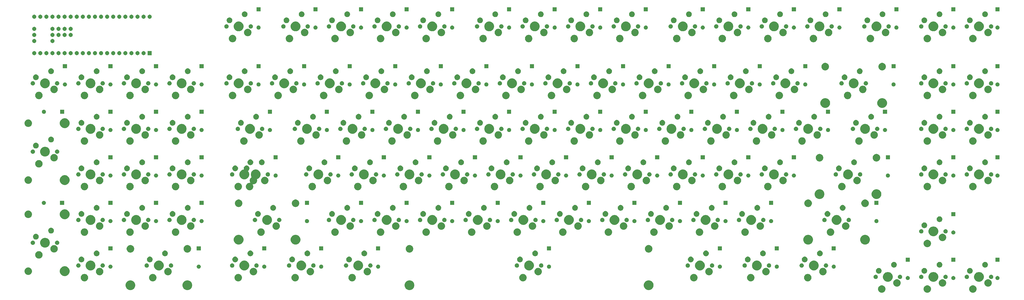
<source format=gbr>
G04 #@! TF.GenerationSoftware,KiCad,Pcbnew,5.1.5+dfsg1-2build2*
G04 #@! TF.CreationDate,2021-04-25T01:13:52+03:00*
G04 #@! TF.ProjectId,mk-ltk-02-pcb,6d6b2d6c-746b-42d3-9032-2d7063622e6b,rev?*
G04 #@! TF.SameCoordinates,Original*
G04 #@! TF.FileFunction,Soldermask,Top*
G04 #@! TF.FilePolarity,Negative*
%FSLAX46Y46*%
G04 Gerber Fmt 4.6, Leading zero omitted, Abs format (unit mm)*
G04 Created by KiCad (PCBNEW 5.1.5+dfsg1-2build2) date 2021-04-25 01:13:52*
%MOMM*%
%LPD*%
G04 APERTURE LIST*
%ADD10C,0.100000*%
G04 APERTURE END LIST*
D10*
G36*
X416862585Y-198821302D02*
G01*
X417012410Y-198851104D01*
X417294674Y-198968021D01*
X417548705Y-199137759D01*
X417764741Y-199353795D01*
X417934479Y-199607826D01*
X418051396Y-199890090D01*
X418111000Y-200189740D01*
X418111000Y-200495260D01*
X418051396Y-200794910D01*
X417934479Y-201077174D01*
X417764741Y-201331205D01*
X417548705Y-201547241D01*
X417294674Y-201716979D01*
X417012410Y-201833896D01*
X416862585Y-201863698D01*
X416712761Y-201893500D01*
X416407239Y-201893500D01*
X416257415Y-201863698D01*
X416107590Y-201833896D01*
X415825326Y-201716979D01*
X415571295Y-201547241D01*
X415355259Y-201331205D01*
X415185521Y-201077174D01*
X415068604Y-200794910D01*
X415009000Y-200495260D01*
X415009000Y-200189740D01*
X415068604Y-199890090D01*
X415185521Y-199607826D01*
X415355259Y-199353795D01*
X415571295Y-199137759D01*
X415825326Y-198968021D01*
X416107590Y-198851104D01*
X416257415Y-198821302D01*
X416407239Y-198791500D01*
X416712761Y-198791500D01*
X416862585Y-198821302D01*
G37*
G36*
X435912585Y-198821302D02*
G01*
X436062410Y-198851104D01*
X436344674Y-198968021D01*
X436598705Y-199137759D01*
X436814741Y-199353795D01*
X436984479Y-199607826D01*
X437101396Y-199890090D01*
X437161000Y-200189740D01*
X437161000Y-200495260D01*
X437101396Y-200794910D01*
X436984479Y-201077174D01*
X436814741Y-201331205D01*
X436598705Y-201547241D01*
X436344674Y-201716979D01*
X436062410Y-201833896D01*
X435912585Y-201863698D01*
X435762761Y-201893500D01*
X435457239Y-201893500D01*
X435307415Y-201863698D01*
X435157590Y-201833896D01*
X434875326Y-201716979D01*
X434621295Y-201547241D01*
X434405259Y-201331205D01*
X434235521Y-201077174D01*
X434118604Y-200794910D01*
X434059000Y-200495260D01*
X434059000Y-200189740D01*
X434118604Y-199890090D01*
X434235521Y-199607826D01*
X434405259Y-199353795D01*
X434621295Y-199137759D01*
X434875326Y-198968021D01*
X435157590Y-198851104D01*
X435307415Y-198821302D01*
X435457239Y-198791500D01*
X435762761Y-198791500D01*
X435912585Y-198821302D01*
G37*
G36*
X454962585Y-198821302D02*
G01*
X455112410Y-198851104D01*
X455394674Y-198968021D01*
X455648705Y-199137759D01*
X455864741Y-199353795D01*
X456034479Y-199607826D01*
X456151396Y-199890090D01*
X456211000Y-200189740D01*
X456211000Y-200495260D01*
X456151396Y-200794910D01*
X456034479Y-201077174D01*
X455864741Y-201331205D01*
X455648705Y-201547241D01*
X455394674Y-201716979D01*
X455112410Y-201833896D01*
X454962585Y-201863698D01*
X454812761Y-201893500D01*
X454507239Y-201893500D01*
X454357415Y-201863698D01*
X454207590Y-201833896D01*
X453925326Y-201716979D01*
X453671295Y-201547241D01*
X453455259Y-201331205D01*
X453285521Y-201077174D01*
X453168604Y-200794910D01*
X453109000Y-200495260D01*
X453109000Y-200189740D01*
X453168604Y-199890090D01*
X453285521Y-199607826D01*
X453455259Y-199353795D01*
X453671295Y-199137759D01*
X453925326Y-198968021D01*
X454207590Y-198851104D01*
X454357415Y-198821302D01*
X454507239Y-198791500D01*
X454812761Y-198791500D01*
X454962585Y-198821302D01*
G37*
G36*
X319677982Y-196788844D02*
G01*
X319895982Y-196879143D01*
X320050131Y-196942993D01*
X320385056Y-197166783D01*
X320669885Y-197451612D01*
X320893675Y-197786537D01*
X320893675Y-197786538D01*
X321047824Y-198158686D01*
X321126408Y-198553754D01*
X321126408Y-198956566D01*
X321047824Y-199351634D01*
X321046928Y-199353796D01*
X320893675Y-199723783D01*
X320669885Y-200058708D01*
X320385056Y-200343537D01*
X320050131Y-200567327D01*
X319895982Y-200631177D01*
X319677982Y-200721476D01*
X319282914Y-200800060D01*
X318880102Y-200800060D01*
X318485034Y-200721476D01*
X318267034Y-200631177D01*
X318112885Y-200567327D01*
X317777960Y-200343537D01*
X317493131Y-200058708D01*
X317269341Y-199723783D01*
X317116088Y-199353796D01*
X317115192Y-199351634D01*
X317036608Y-198956566D01*
X317036608Y-198553754D01*
X317115192Y-198158686D01*
X317269341Y-197786538D01*
X317269341Y-197786537D01*
X317493131Y-197451612D01*
X317777960Y-197166783D01*
X318112885Y-196942993D01*
X318267034Y-196879143D01*
X318485034Y-196788844D01*
X318880102Y-196710260D01*
X319282914Y-196710260D01*
X319677982Y-196788844D01*
G37*
G36*
X219677918Y-196788844D02*
G01*
X219895918Y-196879143D01*
X220050067Y-196942993D01*
X220384992Y-197166783D01*
X220669821Y-197451612D01*
X220893611Y-197786537D01*
X220893611Y-197786538D01*
X221047760Y-198158686D01*
X221126344Y-198553754D01*
X221126344Y-198956566D01*
X221047760Y-199351634D01*
X221046864Y-199353796D01*
X220893611Y-199723783D01*
X220669821Y-200058708D01*
X220384992Y-200343537D01*
X220050067Y-200567327D01*
X219895918Y-200631177D01*
X219677918Y-200721476D01*
X219282850Y-200800060D01*
X218880038Y-200800060D01*
X218484970Y-200721476D01*
X218266970Y-200631177D01*
X218112821Y-200567327D01*
X217777896Y-200343537D01*
X217493067Y-200058708D01*
X217269277Y-199723783D01*
X217116024Y-199353796D01*
X217115128Y-199351634D01*
X217036544Y-198956566D01*
X217036544Y-198553754D01*
X217115128Y-198158686D01*
X217269277Y-197786538D01*
X217269277Y-197786537D01*
X217493067Y-197451612D01*
X217777896Y-197166783D01*
X218112821Y-196942993D01*
X218266970Y-196879143D01*
X218484970Y-196788844D01*
X218880038Y-196710260D01*
X219282850Y-196710260D01*
X219677918Y-196788844D01*
G37*
G36*
X102996474Y-196788684D02*
G01*
X103214474Y-196878983D01*
X103368623Y-196942833D01*
X103703548Y-197166623D01*
X103988377Y-197451452D01*
X104212167Y-197786377D01*
X104276017Y-197940526D01*
X104366316Y-198158526D01*
X104444900Y-198553594D01*
X104444900Y-198956406D01*
X104366316Y-199351474D01*
X104365354Y-199353796D01*
X104212167Y-199723623D01*
X103988377Y-200058548D01*
X103703548Y-200343377D01*
X103368623Y-200567167D01*
X103214474Y-200631017D01*
X102996474Y-200721316D01*
X102601406Y-200799900D01*
X102198594Y-200799900D01*
X101803526Y-200721316D01*
X101585526Y-200631017D01*
X101431377Y-200567167D01*
X101096452Y-200343377D01*
X100811623Y-200058548D01*
X100587833Y-199723623D01*
X100434646Y-199353796D01*
X100433684Y-199351474D01*
X100355100Y-198956406D01*
X100355100Y-198553594D01*
X100433684Y-198158526D01*
X100523983Y-197940526D01*
X100587833Y-197786377D01*
X100811623Y-197451452D01*
X101096452Y-197166623D01*
X101431377Y-196942833D01*
X101585526Y-196878983D01*
X101803526Y-196788684D01*
X102198594Y-196710100D01*
X102601406Y-196710100D01*
X102996474Y-196788684D01*
G37*
G36*
X126796474Y-196788684D02*
G01*
X127014474Y-196878983D01*
X127168623Y-196942833D01*
X127503548Y-197166623D01*
X127788377Y-197451452D01*
X128012167Y-197786377D01*
X128076017Y-197940526D01*
X128166316Y-198158526D01*
X128244900Y-198553594D01*
X128244900Y-198956406D01*
X128166316Y-199351474D01*
X128165354Y-199353796D01*
X128012167Y-199723623D01*
X127788377Y-200058548D01*
X127503548Y-200343377D01*
X127168623Y-200567167D01*
X127014474Y-200631017D01*
X126796474Y-200721316D01*
X126401406Y-200799900D01*
X125998594Y-200799900D01*
X125603526Y-200721316D01*
X125385526Y-200631017D01*
X125231377Y-200567167D01*
X124896452Y-200343377D01*
X124611623Y-200058548D01*
X124387833Y-199723623D01*
X124234646Y-199353796D01*
X124233684Y-199351474D01*
X124155100Y-198956406D01*
X124155100Y-198553594D01*
X124233684Y-198158526D01*
X124323983Y-197940526D01*
X124387833Y-197786377D01*
X124611623Y-197451452D01*
X124896452Y-197166623D01*
X125231377Y-196942833D01*
X125385526Y-196878983D01*
X125603526Y-196788684D01*
X125998594Y-196710100D01*
X126401406Y-196710100D01*
X126796474Y-196788684D01*
G37*
G36*
X423212223Y-196281230D02*
G01*
X423362410Y-196311104D01*
X423644674Y-196428021D01*
X423898705Y-196597759D01*
X424114741Y-196813795D01*
X424284479Y-197067826D01*
X424401396Y-197350090D01*
X424461000Y-197649740D01*
X424461000Y-197955260D01*
X424401396Y-198254910D01*
X424284479Y-198537174D01*
X424114741Y-198791205D01*
X423898705Y-199007241D01*
X423644674Y-199176979D01*
X423362410Y-199293896D01*
X423212585Y-199323698D01*
X423062761Y-199353500D01*
X422757239Y-199353500D01*
X422607415Y-199323698D01*
X422457590Y-199293896D01*
X422175326Y-199176979D01*
X421921295Y-199007241D01*
X421705259Y-198791205D01*
X421535521Y-198537174D01*
X421418604Y-198254910D01*
X421359000Y-197955260D01*
X421359000Y-197649740D01*
X421418604Y-197350090D01*
X421535521Y-197067826D01*
X421705259Y-196813795D01*
X421921295Y-196597759D01*
X422175326Y-196428021D01*
X422457590Y-196311104D01*
X422607777Y-196281230D01*
X422757239Y-196251500D01*
X423062761Y-196251500D01*
X423212223Y-196281230D01*
G37*
G36*
X442262223Y-196281230D02*
G01*
X442412410Y-196311104D01*
X442694674Y-196428021D01*
X442948705Y-196597759D01*
X443164741Y-196813795D01*
X443334479Y-197067826D01*
X443451396Y-197350090D01*
X443511000Y-197649740D01*
X443511000Y-197955260D01*
X443451396Y-198254910D01*
X443334479Y-198537174D01*
X443164741Y-198791205D01*
X442948705Y-199007241D01*
X442694674Y-199176979D01*
X442412410Y-199293896D01*
X442262585Y-199323698D01*
X442112761Y-199353500D01*
X441807239Y-199353500D01*
X441657415Y-199323698D01*
X441507590Y-199293896D01*
X441225326Y-199176979D01*
X440971295Y-199007241D01*
X440755259Y-198791205D01*
X440585521Y-198537174D01*
X440468604Y-198254910D01*
X440409000Y-197955260D01*
X440409000Y-197649740D01*
X440468604Y-197350090D01*
X440585521Y-197067826D01*
X440755259Y-196813795D01*
X440971295Y-196597759D01*
X441225326Y-196428021D01*
X441507590Y-196311104D01*
X441657777Y-196281230D01*
X441807239Y-196251500D01*
X442112761Y-196251500D01*
X442262223Y-196281230D01*
G37*
G36*
X461312223Y-196281230D02*
G01*
X461462410Y-196311104D01*
X461744674Y-196428021D01*
X461998705Y-196597759D01*
X462214741Y-196813795D01*
X462384479Y-197067826D01*
X462501396Y-197350090D01*
X462561000Y-197649740D01*
X462561000Y-197955260D01*
X462501396Y-198254910D01*
X462384479Y-198537174D01*
X462214741Y-198791205D01*
X461998705Y-199007241D01*
X461744674Y-199176979D01*
X461462410Y-199293896D01*
X461312585Y-199323698D01*
X461162761Y-199353500D01*
X460857239Y-199353500D01*
X460707415Y-199323698D01*
X460557590Y-199293896D01*
X460275326Y-199176979D01*
X460021295Y-199007241D01*
X459805259Y-198791205D01*
X459635521Y-198537174D01*
X459518604Y-198254910D01*
X459459000Y-197955260D01*
X459459000Y-197649740D01*
X459518604Y-197350090D01*
X459635521Y-197067826D01*
X459805259Y-196813795D01*
X460021295Y-196597759D01*
X460275326Y-196428021D01*
X460557590Y-196311104D01*
X460707777Y-196281230D01*
X460857239Y-196251500D01*
X461162761Y-196251500D01*
X461312223Y-196281230D01*
G37*
G36*
X438746474Y-193296184D02*
G01*
X438964474Y-193386483D01*
X439118623Y-193450333D01*
X439453548Y-193674123D01*
X439738377Y-193958952D01*
X439962167Y-194293877D01*
X440012122Y-194414479D01*
X440116316Y-194666026D01*
X440194900Y-195061094D01*
X440194900Y-195463906D01*
X440116316Y-195858974D01*
X440044477Y-196032409D01*
X439962167Y-196231123D01*
X439738377Y-196566048D01*
X439453548Y-196850877D01*
X439118623Y-197074667D01*
X438982622Y-197131000D01*
X438746474Y-197228816D01*
X438351406Y-197307400D01*
X437948594Y-197307400D01*
X437553526Y-197228816D01*
X437317378Y-197131000D01*
X437181377Y-197074667D01*
X436846452Y-196850877D01*
X436561623Y-196566048D01*
X436337833Y-196231123D01*
X436255523Y-196032409D01*
X436183684Y-195858974D01*
X436105100Y-195463906D01*
X436105100Y-195061094D01*
X436183684Y-194666026D01*
X436287878Y-194414479D01*
X436337833Y-194293877D01*
X436561623Y-193958952D01*
X436846452Y-193674123D01*
X437181377Y-193450333D01*
X437335526Y-193386483D01*
X437553526Y-193296184D01*
X437948594Y-193217600D01*
X438351406Y-193217600D01*
X438746474Y-193296184D01*
G37*
G36*
X419696474Y-193296184D02*
G01*
X419914474Y-193386483D01*
X420068623Y-193450333D01*
X420403548Y-193674123D01*
X420688377Y-193958952D01*
X420912167Y-194293877D01*
X420962122Y-194414479D01*
X421066316Y-194666026D01*
X421144900Y-195061094D01*
X421144900Y-195463906D01*
X421066316Y-195858974D01*
X420994477Y-196032409D01*
X420912167Y-196231123D01*
X420688377Y-196566048D01*
X420403548Y-196850877D01*
X420068623Y-197074667D01*
X419932622Y-197131000D01*
X419696474Y-197228816D01*
X419301406Y-197307400D01*
X418898594Y-197307400D01*
X418503526Y-197228816D01*
X418267378Y-197131000D01*
X418131377Y-197074667D01*
X417796452Y-196850877D01*
X417511623Y-196566048D01*
X417287833Y-196231123D01*
X417205523Y-196032409D01*
X417133684Y-195858974D01*
X417055100Y-195463906D01*
X417055100Y-195061094D01*
X417133684Y-194666026D01*
X417237878Y-194414479D01*
X417287833Y-194293877D01*
X417511623Y-193958952D01*
X417796452Y-193674123D01*
X418131377Y-193450333D01*
X418285526Y-193386483D01*
X418503526Y-193296184D01*
X418898594Y-193217600D01*
X419301406Y-193217600D01*
X419696474Y-193296184D01*
G37*
G36*
X457796474Y-193296184D02*
G01*
X458014474Y-193386483D01*
X458168623Y-193450333D01*
X458503548Y-193674123D01*
X458788377Y-193958952D01*
X459012167Y-194293877D01*
X459062122Y-194414479D01*
X459166316Y-194666026D01*
X459244900Y-195061094D01*
X459244900Y-195463906D01*
X459166316Y-195858974D01*
X459094477Y-196032409D01*
X459012167Y-196231123D01*
X458788377Y-196566048D01*
X458503548Y-196850877D01*
X458168623Y-197074667D01*
X458032622Y-197131000D01*
X457796474Y-197228816D01*
X457401406Y-197307400D01*
X456998594Y-197307400D01*
X456603526Y-197228816D01*
X456367378Y-197131000D01*
X456231377Y-197074667D01*
X455896452Y-196850877D01*
X455611623Y-196566048D01*
X455387833Y-196231123D01*
X455305523Y-196032409D01*
X455233684Y-195858974D01*
X455155100Y-195463906D01*
X455155100Y-195061094D01*
X455233684Y-194666026D01*
X455337878Y-194414479D01*
X455387833Y-194293877D01*
X455611623Y-193958952D01*
X455896452Y-193674123D01*
X456231377Y-193450333D01*
X456385526Y-193386483D01*
X456603526Y-193296184D01*
X456998594Y-193217600D01*
X457401406Y-193217600D01*
X457796474Y-193296184D01*
G37*
G36*
X83487585Y-194058802D02*
G01*
X83637410Y-194088604D01*
X83919674Y-194205521D01*
X84173705Y-194375259D01*
X84389741Y-194591295D01*
X84559479Y-194845326D01*
X84676396Y-195127590D01*
X84736000Y-195427240D01*
X84736000Y-195732760D01*
X84676396Y-196032410D01*
X84559479Y-196314674D01*
X84389741Y-196568705D01*
X84173705Y-196784741D01*
X83919674Y-196954479D01*
X83637410Y-197071396D01*
X83487585Y-197101198D01*
X83337761Y-197131000D01*
X83032239Y-197131000D01*
X82882415Y-197101198D01*
X82732590Y-197071396D01*
X82450326Y-196954479D01*
X82196295Y-196784741D01*
X81980259Y-196568705D01*
X81810521Y-196314674D01*
X81693604Y-196032410D01*
X81634000Y-195732760D01*
X81634000Y-195427240D01*
X81693604Y-195127590D01*
X81810521Y-194845326D01*
X81980259Y-194591295D01*
X82196295Y-194375259D01*
X82450326Y-194205521D01*
X82732590Y-194088604D01*
X82882415Y-194058802D01*
X83032239Y-194029000D01*
X83337761Y-194029000D01*
X83487585Y-194058802D01*
G37*
G36*
X385906335Y-194058802D02*
G01*
X386056160Y-194088604D01*
X386338424Y-194205521D01*
X386592455Y-194375259D01*
X386808491Y-194591295D01*
X386978229Y-194845326D01*
X387095146Y-195127590D01*
X387154750Y-195427240D01*
X387154750Y-195732760D01*
X387095146Y-196032410D01*
X386978229Y-196314674D01*
X386808491Y-196568705D01*
X386592455Y-196784741D01*
X386338424Y-196954479D01*
X386056160Y-197071396D01*
X385906335Y-197101198D01*
X385756511Y-197131000D01*
X385450989Y-197131000D01*
X385301165Y-197101198D01*
X385151340Y-197071396D01*
X384869076Y-196954479D01*
X384615045Y-196784741D01*
X384399009Y-196568705D01*
X384229271Y-196314674D01*
X384112354Y-196032410D01*
X384052750Y-195732760D01*
X384052750Y-195427240D01*
X384112354Y-195127590D01*
X384229271Y-194845326D01*
X384399009Y-194591295D01*
X384615045Y-194375259D01*
X384869076Y-194205521D01*
X385151340Y-194088604D01*
X385301165Y-194058802D01*
X385450989Y-194029000D01*
X385756511Y-194029000D01*
X385906335Y-194058802D01*
G37*
G36*
X362093835Y-194058802D02*
G01*
X362243660Y-194088604D01*
X362525924Y-194205521D01*
X362779955Y-194375259D01*
X362995991Y-194591295D01*
X363165729Y-194845326D01*
X363282646Y-195127590D01*
X363342250Y-195427240D01*
X363342250Y-195732760D01*
X363282646Y-196032410D01*
X363165729Y-196314674D01*
X362995991Y-196568705D01*
X362779955Y-196784741D01*
X362525924Y-196954479D01*
X362243660Y-197071396D01*
X362093835Y-197101198D01*
X361944011Y-197131000D01*
X361638489Y-197131000D01*
X361488665Y-197101198D01*
X361338840Y-197071396D01*
X361056576Y-196954479D01*
X360802545Y-196784741D01*
X360586509Y-196568705D01*
X360416771Y-196314674D01*
X360299854Y-196032410D01*
X360240250Y-195732760D01*
X360240250Y-195427240D01*
X360299854Y-195127590D01*
X360416771Y-194845326D01*
X360586509Y-194591295D01*
X360802545Y-194375259D01*
X361056576Y-194205521D01*
X361338840Y-194088604D01*
X361488665Y-194058802D01*
X361638489Y-194029000D01*
X361944011Y-194029000D01*
X362093835Y-194058802D01*
G37*
G36*
X266843835Y-194058802D02*
G01*
X266993660Y-194088604D01*
X267275924Y-194205521D01*
X267529955Y-194375259D01*
X267745991Y-194591295D01*
X267915729Y-194845326D01*
X268032646Y-195127590D01*
X268092250Y-195427240D01*
X268092250Y-195732760D01*
X268032646Y-196032410D01*
X267915729Y-196314674D01*
X267745991Y-196568705D01*
X267529955Y-196784741D01*
X267275924Y-196954479D01*
X266993660Y-197071396D01*
X266843835Y-197101198D01*
X266694011Y-197131000D01*
X266388489Y-197131000D01*
X266238665Y-197101198D01*
X266088840Y-197071396D01*
X265806576Y-196954479D01*
X265552545Y-196784741D01*
X265336509Y-196568705D01*
X265166771Y-196314674D01*
X265049854Y-196032410D01*
X264990250Y-195732760D01*
X264990250Y-195427240D01*
X265049854Y-195127590D01*
X265166771Y-194845326D01*
X265336509Y-194591295D01*
X265552545Y-194375259D01*
X265806576Y-194205521D01*
X266088840Y-194088604D01*
X266238665Y-194058802D01*
X266388489Y-194029000D01*
X266694011Y-194029000D01*
X266843835Y-194058802D01*
G37*
G36*
X171593835Y-194058802D02*
G01*
X171743660Y-194088604D01*
X172025924Y-194205521D01*
X172279955Y-194375259D01*
X172495991Y-194591295D01*
X172665729Y-194845326D01*
X172782646Y-195127590D01*
X172842250Y-195427240D01*
X172842250Y-195732760D01*
X172782646Y-196032410D01*
X172665729Y-196314674D01*
X172495991Y-196568705D01*
X172279955Y-196784741D01*
X172025924Y-196954479D01*
X171743660Y-197071396D01*
X171593835Y-197101198D01*
X171444011Y-197131000D01*
X171138489Y-197131000D01*
X170988665Y-197101198D01*
X170838840Y-197071396D01*
X170556576Y-196954479D01*
X170302545Y-196784741D01*
X170086509Y-196568705D01*
X169916771Y-196314674D01*
X169799854Y-196032410D01*
X169740250Y-195732760D01*
X169740250Y-195427240D01*
X169799854Y-195127590D01*
X169916771Y-194845326D01*
X170086509Y-194591295D01*
X170302545Y-194375259D01*
X170556576Y-194205521D01*
X170838840Y-194088604D01*
X170988665Y-194058802D01*
X171138489Y-194029000D01*
X171444011Y-194029000D01*
X171593835Y-194058802D01*
G37*
G36*
X147781335Y-194058802D02*
G01*
X147931160Y-194088604D01*
X148213424Y-194205521D01*
X148467455Y-194375259D01*
X148683491Y-194591295D01*
X148853229Y-194845326D01*
X148970146Y-195127590D01*
X149029750Y-195427240D01*
X149029750Y-195732760D01*
X148970146Y-196032410D01*
X148853229Y-196314674D01*
X148683491Y-196568705D01*
X148467455Y-196784741D01*
X148213424Y-196954479D01*
X147931160Y-197071396D01*
X147781335Y-197101198D01*
X147631511Y-197131000D01*
X147325989Y-197131000D01*
X147176165Y-197101198D01*
X147026340Y-197071396D01*
X146744076Y-196954479D01*
X146490045Y-196784741D01*
X146274009Y-196568705D01*
X146104271Y-196314674D01*
X145987354Y-196032410D01*
X145927750Y-195732760D01*
X145927750Y-195427240D01*
X145987354Y-195127590D01*
X146104271Y-194845326D01*
X146274009Y-194591295D01*
X146490045Y-194375259D01*
X146744076Y-194205521D01*
X147026340Y-194088604D01*
X147176165Y-194058802D01*
X147325989Y-194029000D01*
X147631511Y-194029000D01*
X147781335Y-194058802D01*
G37*
G36*
X112062585Y-194058802D02*
G01*
X112212410Y-194088604D01*
X112494674Y-194205521D01*
X112748705Y-194375259D01*
X112964741Y-194591295D01*
X113134479Y-194845326D01*
X113251396Y-195127590D01*
X113311000Y-195427240D01*
X113311000Y-195732760D01*
X113251396Y-196032410D01*
X113134479Y-196314674D01*
X112964741Y-196568705D01*
X112748705Y-196784741D01*
X112494674Y-196954479D01*
X112212410Y-197071396D01*
X112062585Y-197101198D01*
X111912761Y-197131000D01*
X111607239Y-197131000D01*
X111457415Y-197101198D01*
X111307590Y-197071396D01*
X111025326Y-196954479D01*
X110771295Y-196784741D01*
X110555259Y-196568705D01*
X110385521Y-196314674D01*
X110268604Y-196032410D01*
X110209000Y-195732760D01*
X110209000Y-195427240D01*
X110268604Y-195127590D01*
X110385521Y-194845326D01*
X110555259Y-194591295D01*
X110771295Y-194375259D01*
X111025326Y-194205521D01*
X111307590Y-194088604D01*
X111457415Y-194058802D01*
X111607239Y-194029000D01*
X111912761Y-194029000D01*
X112062585Y-194058802D01*
G37*
G36*
X338281335Y-194058802D02*
G01*
X338431160Y-194088604D01*
X338713424Y-194205521D01*
X338967455Y-194375259D01*
X339183491Y-194591295D01*
X339353229Y-194845326D01*
X339470146Y-195127590D01*
X339529750Y-195427240D01*
X339529750Y-195732760D01*
X339470146Y-196032410D01*
X339353229Y-196314674D01*
X339183491Y-196568705D01*
X338967455Y-196784741D01*
X338713424Y-196954479D01*
X338431160Y-197071396D01*
X338281335Y-197101198D01*
X338131511Y-197131000D01*
X337825989Y-197131000D01*
X337676165Y-197101198D01*
X337526340Y-197071396D01*
X337244076Y-196954479D01*
X336990045Y-196784741D01*
X336774009Y-196568705D01*
X336604271Y-196314674D01*
X336487354Y-196032410D01*
X336427750Y-195732760D01*
X336427750Y-195427240D01*
X336487354Y-195127590D01*
X336604271Y-194845326D01*
X336774009Y-194591295D01*
X336990045Y-194375259D01*
X337244076Y-194205521D01*
X337526340Y-194088604D01*
X337676165Y-194058802D01*
X337825989Y-194029000D01*
X338131511Y-194029000D01*
X338281335Y-194058802D01*
G37*
G36*
X195406335Y-194058802D02*
G01*
X195556160Y-194088604D01*
X195838424Y-194205521D01*
X196092455Y-194375259D01*
X196308491Y-194591295D01*
X196478229Y-194845326D01*
X196595146Y-195127590D01*
X196654750Y-195427240D01*
X196654750Y-195732760D01*
X196595146Y-196032410D01*
X196478229Y-196314674D01*
X196308491Y-196568705D01*
X196092455Y-196784741D01*
X195838424Y-196954479D01*
X195556160Y-197071396D01*
X195406335Y-197101198D01*
X195256511Y-197131000D01*
X194950989Y-197131000D01*
X194801165Y-197101198D01*
X194651340Y-197071396D01*
X194369076Y-196954479D01*
X194115045Y-196784741D01*
X193899009Y-196568705D01*
X193729271Y-196314674D01*
X193612354Y-196032410D01*
X193552750Y-195732760D01*
X193552750Y-195427240D01*
X193612354Y-195127590D01*
X193729271Y-194845326D01*
X193899009Y-194591295D01*
X194115045Y-194375259D01*
X194369076Y-194205521D01*
X194651340Y-194088604D01*
X194801165Y-194058802D01*
X194950989Y-194029000D01*
X195256511Y-194029000D01*
X195406335Y-194058802D01*
G37*
G36*
X446732603Y-194920453D02*
G01*
X446887475Y-194984603D01*
X447026856Y-195077735D01*
X447145390Y-195196269D01*
X447238522Y-195335650D01*
X447302672Y-195490522D01*
X447335375Y-195654934D01*
X447335375Y-195822566D01*
X447302672Y-195986978D01*
X447238522Y-196141850D01*
X447145390Y-196281231D01*
X447026856Y-196399765D01*
X446887475Y-196492897D01*
X446732603Y-196557047D01*
X446568191Y-196589750D01*
X446400559Y-196589750D01*
X446236147Y-196557047D01*
X446081275Y-196492897D01*
X445941894Y-196399765D01*
X445823360Y-196281231D01*
X445730228Y-196141850D01*
X445666078Y-195986978D01*
X445633375Y-195822566D01*
X445633375Y-195654934D01*
X445666078Y-195490522D01*
X445730228Y-195335650D01*
X445823360Y-195196269D01*
X445941894Y-195077735D01*
X446081275Y-194984603D01*
X446236147Y-194920453D01*
X446400559Y-194887750D01*
X446568191Y-194887750D01*
X446732603Y-194920453D01*
G37*
G36*
X427682603Y-194920453D02*
G01*
X427837475Y-194984603D01*
X427976856Y-195077735D01*
X428095390Y-195196269D01*
X428188522Y-195335650D01*
X428252672Y-195490522D01*
X428285375Y-195654934D01*
X428285375Y-195822566D01*
X428252672Y-195986978D01*
X428188522Y-196141850D01*
X428095390Y-196281231D01*
X427976856Y-196399765D01*
X427837475Y-196492897D01*
X427682603Y-196557047D01*
X427518191Y-196589750D01*
X427350559Y-196589750D01*
X427186147Y-196557047D01*
X427031275Y-196492897D01*
X426891894Y-196399765D01*
X426773360Y-196281231D01*
X426680228Y-196141850D01*
X426616078Y-195986978D01*
X426583375Y-195822566D01*
X426583375Y-195654934D01*
X426616078Y-195490522D01*
X426680228Y-195335650D01*
X426773360Y-195196269D01*
X426891894Y-195077735D01*
X427031275Y-194984603D01*
X427186147Y-194920453D01*
X427350559Y-194887750D01*
X427518191Y-194887750D01*
X427682603Y-194920453D01*
G37*
G36*
X465187681Y-194920453D02*
G01*
X465342553Y-194984603D01*
X465481934Y-195077735D01*
X465600468Y-195196269D01*
X465693600Y-195335650D01*
X465757750Y-195490522D01*
X465790453Y-195654934D01*
X465790453Y-195822566D01*
X465757750Y-195986978D01*
X465693600Y-196141850D01*
X465600468Y-196281231D01*
X465481934Y-196399765D01*
X465342553Y-196492897D01*
X465187681Y-196557047D01*
X465023269Y-196589750D01*
X464855637Y-196589750D01*
X464691225Y-196557047D01*
X464536353Y-196492897D01*
X464396972Y-196399765D01*
X464278438Y-196281231D01*
X464185306Y-196141850D01*
X464121156Y-195986978D01*
X464088453Y-195822566D01*
X464088453Y-195654934D01*
X464121156Y-195490522D01*
X464185306Y-195335650D01*
X464278438Y-195196269D01*
X464396972Y-195077735D01*
X464536353Y-194984603D01*
X464691225Y-194920453D01*
X464855637Y-194887750D01*
X465023269Y-194887750D01*
X465187681Y-194920453D01*
G37*
G36*
X414195952Y-194377930D02*
G01*
X414283075Y-194395259D01*
X414392498Y-194440584D01*
X414447211Y-194463247D01*
X414593933Y-194561283D01*
X414594928Y-194561948D01*
X414720552Y-194687572D01*
X414720554Y-194687575D01*
X414819253Y-194835289D01*
X414819253Y-194835290D01*
X414887241Y-194999425D01*
X414921900Y-195173671D01*
X414921900Y-195351329D01*
X414887241Y-195525575D01*
X414841916Y-195634998D01*
X414819253Y-195689711D01*
X414790488Y-195732761D01*
X414720552Y-195837428D01*
X414594928Y-195963052D01*
X414594925Y-195963054D01*
X414447211Y-196061753D01*
X414392498Y-196084416D01*
X414283075Y-196129741D01*
X414195952Y-196147071D01*
X414108831Y-196164400D01*
X413931169Y-196164400D01*
X413844048Y-196147071D01*
X413756925Y-196129741D01*
X413647502Y-196084416D01*
X413592789Y-196061753D01*
X413445075Y-195963054D01*
X413445072Y-195963052D01*
X413319448Y-195837428D01*
X413249512Y-195732761D01*
X413220747Y-195689711D01*
X413198084Y-195634998D01*
X413152759Y-195525575D01*
X413118100Y-195351329D01*
X413118100Y-195173671D01*
X413152759Y-194999425D01*
X413220747Y-194835290D01*
X413220747Y-194835289D01*
X413319446Y-194687575D01*
X413319448Y-194687572D01*
X413445072Y-194561948D01*
X413446067Y-194561283D01*
X413592789Y-194463247D01*
X413647502Y-194440584D01*
X413756925Y-194395259D01*
X413844048Y-194377930D01*
X413931169Y-194360600D01*
X414108831Y-194360600D01*
X414195952Y-194377930D01*
G37*
G36*
X452295952Y-194377930D02*
G01*
X452383075Y-194395259D01*
X452492498Y-194440584D01*
X452547211Y-194463247D01*
X452693933Y-194561283D01*
X452694928Y-194561948D01*
X452820552Y-194687572D01*
X452820554Y-194687575D01*
X452919253Y-194835289D01*
X452919253Y-194835290D01*
X452987241Y-194999425D01*
X453021900Y-195173671D01*
X453021900Y-195351329D01*
X452987241Y-195525575D01*
X452941916Y-195634998D01*
X452919253Y-195689711D01*
X452890488Y-195732761D01*
X452820552Y-195837428D01*
X452694928Y-195963052D01*
X452694925Y-195963054D01*
X452547211Y-196061753D01*
X452492498Y-196084416D01*
X452383075Y-196129741D01*
X452295952Y-196147071D01*
X452208831Y-196164400D01*
X452031169Y-196164400D01*
X451944048Y-196147071D01*
X451856925Y-196129741D01*
X451747502Y-196084416D01*
X451692789Y-196061753D01*
X451545075Y-195963054D01*
X451545072Y-195963052D01*
X451419448Y-195837428D01*
X451349512Y-195732761D01*
X451320747Y-195689711D01*
X451298084Y-195634998D01*
X451252759Y-195525575D01*
X451218100Y-195351329D01*
X451218100Y-195173671D01*
X451252759Y-194999425D01*
X451320747Y-194835290D01*
X451320747Y-194835289D01*
X451419446Y-194687575D01*
X451419448Y-194687572D01*
X451545072Y-194561948D01*
X451546067Y-194561283D01*
X451692789Y-194463247D01*
X451747502Y-194440584D01*
X451856925Y-194395259D01*
X451944048Y-194377930D01*
X452031169Y-194360600D01*
X452208831Y-194360600D01*
X452295952Y-194377930D01*
G37*
G36*
X462455952Y-194377930D02*
G01*
X462543075Y-194395259D01*
X462652498Y-194440584D01*
X462707211Y-194463247D01*
X462853933Y-194561283D01*
X462854928Y-194561948D01*
X462980552Y-194687572D01*
X462980554Y-194687575D01*
X463079253Y-194835289D01*
X463079253Y-194835290D01*
X463147241Y-194999425D01*
X463181900Y-195173671D01*
X463181900Y-195351329D01*
X463147241Y-195525575D01*
X463101916Y-195634998D01*
X463079253Y-195689711D01*
X463050488Y-195732761D01*
X462980552Y-195837428D01*
X462854928Y-195963052D01*
X462854925Y-195963054D01*
X462707211Y-196061753D01*
X462652498Y-196084416D01*
X462543075Y-196129741D01*
X462455952Y-196147071D01*
X462368831Y-196164400D01*
X462191169Y-196164400D01*
X462104048Y-196147071D01*
X462016925Y-196129741D01*
X461907502Y-196084416D01*
X461852789Y-196061753D01*
X461705075Y-195963054D01*
X461705072Y-195963052D01*
X461579448Y-195837428D01*
X461509512Y-195732761D01*
X461480747Y-195689711D01*
X461458084Y-195634998D01*
X461412759Y-195525575D01*
X461378100Y-195351329D01*
X461378100Y-195173671D01*
X461412759Y-194999425D01*
X461480747Y-194835290D01*
X461480747Y-194835289D01*
X461579446Y-194687575D01*
X461579448Y-194687572D01*
X461705072Y-194561948D01*
X461706067Y-194561283D01*
X461852789Y-194463247D01*
X461907502Y-194440584D01*
X462016925Y-194395259D01*
X462104048Y-194377930D01*
X462191169Y-194360600D01*
X462368831Y-194360600D01*
X462455952Y-194377930D01*
G37*
G36*
X443405952Y-194377930D02*
G01*
X443493075Y-194395259D01*
X443602498Y-194440584D01*
X443657211Y-194463247D01*
X443803933Y-194561283D01*
X443804928Y-194561948D01*
X443930552Y-194687572D01*
X443930554Y-194687575D01*
X444029253Y-194835289D01*
X444029253Y-194835290D01*
X444097241Y-194999425D01*
X444131900Y-195173671D01*
X444131900Y-195351329D01*
X444097241Y-195525575D01*
X444051916Y-195634998D01*
X444029253Y-195689711D01*
X444000488Y-195732761D01*
X443930552Y-195837428D01*
X443804928Y-195963052D01*
X443804925Y-195963054D01*
X443657211Y-196061753D01*
X443602498Y-196084416D01*
X443493075Y-196129741D01*
X443405952Y-196147071D01*
X443318831Y-196164400D01*
X443141169Y-196164400D01*
X443054048Y-196147071D01*
X442966925Y-196129741D01*
X442857502Y-196084416D01*
X442802789Y-196061753D01*
X442655075Y-195963054D01*
X442655072Y-195963052D01*
X442529448Y-195837428D01*
X442459512Y-195732761D01*
X442430747Y-195689711D01*
X442408084Y-195634998D01*
X442362759Y-195525575D01*
X442328100Y-195351329D01*
X442328100Y-195173671D01*
X442362759Y-194999425D01*
X442430747Y-194835290D01*
X442430747Y-194835289D01*
X442529446Y-194687575D01*
X442529448Y-194687572D01*
X442655072Y-194561948D01*
X442656067Y-194561283D01*
X442802789Y-194463247D01*
X442857502Y-194440584D01*
X442966925Y-194395259D01*
X443054048Y-194377930D01*
X443141169Y-194360600D01*
X443318831Y-194360600D01*
X443405952Y-194377930D01*
G37*
G36*
X433245952Y-194377930D02*
G01*
X433333075Y-194395259D01*
X433442498Y-194440584D01*
X433497211Y-194463247D01*
X433643933Y-194561283D01*
X433644928Y-194561948D01*
X433770552Y-194687572D01*
X433770554Y-194687575D01*
X433869253Y-194835289D01*
X433869253Y-194835290D01*
X433937241Y-194999425D01*
X433971900Y-195173671D01*
X433971900Y-195351329D01*
X433937241Y-195525575D01*
X433891916Y-195634998D01*
X433869253Y-195689711D01*
X433840488Y-195732761D01*
X433770552Y-195837428D01*
X433644928Y-195963052D01*
X433644925Y-195963054D01*
X433497211Y-196061753D01*
X433442498Y-196084416D01*
X433333075Y-196129741D01*
X433245952Y-196147071D01*
X433158831Y-196164400D01*
X432981169Y-196164400D01*
X432894048Y-196147071D01*
X432806925Y-196129741D01*
X432697502Y-196084416D01*
X432642789Y-196061753D01*
X432495075Y-195963054D01*
X432495072Y-195963052D01*
X432369448Y-195837428D01*
X432299512Y-195732761D01*
X432270747Y-195689711D01*
X432248084Y-195634998D01*
X432202759Y-195525575D01*
X432168100Y-195351329D01*
X432168100Y-195173671D01*
X432202759Y-194999425D01*
X432270747Y-194835290D01*
X432270747Y-194835289D01*
X432369446Y-194687575D01*
X432369448Y-194687572D01*
X432495072Y-194561948D01*
X432496067Y-194561283D01*
X432642789Y-194463247D01*
X432697502Y-194440584D01*
X432806925Y-194395259D01*
X432894048Y-194377930D01*
X432981169Y-194360600D01*
X433158831Y-194360600D01*
X433245952Y-194377930D01*
G37*
G36*
X424355952Y-194377930D02*
G01*
X424443075Y-194395259D01*
X424552498Y-194440584D01*
X424607211Y-194463247D01*
X424753933Y-194561283D01*
X424754928Y-194561948D01*
X424880552Y-194687572D01*
X424880554Y-194687575D01*
X424979253Y-194835289D01*
X424979253Y-194835290D01*
X425047241Y-194999425D01*
X425081900Y-195173671D01*
X425081900Y-195351329D01*
X425047241Y-195525575D01*
X425001916Y-195634998D01*
X424979253Y-195689711D01*
X424950488Y-195732761D01*
X424880552Y-195837428D01*
X424754928Y-195963052D01*
X424754925Y-195963054D01*
X424607211Y-196061753D01*
X424552498Y-196084416D01*
X424443075Y-196129741D01*
X424355952Y-196147071D01*
X424268831Y-196164400D01*
X424091169Y-196164400D01*
X424004048Y-196147071D01*
X423916925Y-196129741D01*
X423807502Y-196084416D01*
X423752789Y-196061753D01*
X423605075Y-195963054D01*
X423605072Y-195963052D01*
X423479448Y-195837428D01*
X423409512Y-195732761D01*
X423380747Y-195689711D01*
X423358084Y-195634998D01*
X423312759Y-195525575D01*
X423278100Y-195351329D01*
X423278100Y-195173671D01*
X423312759Y-194999425D01*
X423380747Y-194835290D01*
X423380747Y-194835289D01*
X423479446Y-194687575D01*
X423479448Y-194687572D01*
X423605072Y-194561948D01*
X423606067Y-194561283D01*
X423752789Y-194463247D01*
X423807502Y-194440584D01*
X423916925Y-194395259D01*
X424004048Y-194377930D01*
X424091169Y-194360600D01*
X424268831Y-194360600D01*
X424355952Y-194377930D01*
G37*
G36*
X75526474Y-190908684D02*
G01*
X75744474Y-190998983D01*
X75898623Y-191062833D01*
X76233548Y-191286623D01*
X76518377Y-191571452D01*
X76742167Y-191906377D01*
X76802194Y-192051295D01*
X76896316Y-192278526D01*
X76974900Y-192673594D01*
X76974900Y-193076406D01*
X76896316Y-193471474D01*
X76834363Y-193621041D01*
X76742167Y-193843623D01*
X76518377Y-194178548D01*
X76233548Y-194463377D01*
X75898623Y-194687167D01*
X75744474Y-194751017D01*
X75526474Y-194841316D01*
X75131406Y-194919900D01*
X74728594Y-194919900D01*
X74333526Y-194841316D01*
X74115526Y-194751017D01*
X73961377Y-194687167D01*
X73626452Y-194463377D01*
X73341623Y-194178548D01*
X73117833Y-193843623D01*
X73025637Y-193621041D01*
X72963684Y-193471474D01*
X72885100Y-193076406D01*
X72885100Y-192673594D01*
X72963684Y-192278526D01*
X73057806Y-192051295D01*
X73117833Y-191906377D01*
X73341623Y-191571452D01*
X73626452Y-191286623D01*
X73961377Y-191062833D01*
X74115526Y-190998983D01*
X74333526Y-190908684D01*
X74728594Y-190830100D01*
X75131406Y-190830100D01*
X75526474Y-190908684D01*
G37*
G36*
X154130973Y-191518730D02*
G01*
X154281160Y-191548604D01*
X154563424Y-191665521D01*
X154817455Y-191835259D01*
X155033491Y-192051295D01*
X155203229Y-192305326D01*
X155302463Y-192544900D01*
X155320146Y-192587591D01*
X155379750Y-192887239D01*
X155379750Y-193192761D01*
X155359178Y-193296184D01*
X155320146Y-193492410D01*
X155203229Y-193774674D01*
X155033491Y-194028705D01*
X154817455Y-194244741D01*
X154563424Y-194414479D01*
X154281160Y-194531396D01*
X154131335Y-194561198D01*
X153981511Y-194591000D01*
X153675989Y-194591000D01*
X153526165Y-194561198D01*
X153376340Y-194531396D01*
X153094076Y-194414479D01*
X152840045Y-194244741D01*
X152624009Y-194028705D01*
X152454271Y-193774674D01*
X152337354Y-193492410D01*
X152298322Y-193296184D01*
X152277750Y-193192761D01*
X152277750Y-192887239D01*
X152337354Y-192587591D01*
X152355037Y-192544900D01*
X152454271Y-192305326D01*
X152624009Y-192051295D01*
X152840045Y-191835259D01*
X153094076Y-191665521D01*
X153376340Y-191548604D01*
X153526527Y-191518730D01*
X153675989Y-191489000D01*
X153981511Y-191489000D01*
X154130973Y-191518730D01*
G37*
G36*
X118412223Y-191518730D02*
G01*
X118562410Y-191548604D01*
X118844674Y-191665521D01*
X119098705Y-191835259D01*
X119314741Y-192051295D01*
X119484479Y-192305326D01*
X119583713Y-192544900D01*
X119601396Y-192587591D01*
X119661000Y-192887239D01*
X119661000Y-193192761D01*
X119640428Y-193296184D01*
X119601396Y-193492410D01*
X119484479Y-193774674D01*
X119314741Y-194028705D01*
X119098705Y-194244741D01*
X118844674Y-194414479D01*
X118562410Y-194531396D01*
X118412585Y-194561198D01*
X118262761Y-194591000D01*
X117957239Y-194591000D01*
X117807415Y-194561198D01*
X117657590Y-194531396D01*
X117375326Y-194414479D01*
X117121295Y-194244741D01*
X116905259Y-194028705D01*
X116735521Y-193774674D01*
X116618604Y-193492410D01*
X116579572Y-193296184D01*
X116559000Y-193192761D01*
X116559000Y-192887239D01*
X116618604Y-192587591D01*
X116636287Y-192544900D01*
X116735521Y-192305326D01*
X116905259Y-192051295D01*
X117121295Y-191835259D01*
X117375326Y-191665521D01*
X117657590Y-191548604D01*
X117807777Y-191518730D01*
X117957239Y-191489000D01*
X118262761Y-191489000D01*
X118412223Y-191518730D01*
G37*
G36*
X177943473Y-191518730D02*
G01*
X178093660Y-191548604D01*
X178375924Y-191665521D01*
X178629955Y-191835259D01*
X178845991Y-192051295D01*
X179015729Y-192305326D01*
X179114963Y-192544900D01*
X179132646Y-192587591D01*
X179192250Y-192887239D01*
X179192250Y-193192761D01*
X179171678Y-193296184D01*
X179132646Y-193492410D01*
X179015729Y-193774674D01*
X178845991Y-194028705D01*
X178629955Y-194244741D01*
X178375924Y-194414479D01*
X178093660Y-194531396D01*
X177943835Y-194561198D01*
X177794011Y-194591000D01*
X177488489Y-194591000D01*
X177338665Y-194561198D01*
X177188840Y-194531396D01*
X176906576Y-194414479D01*
X176652545Y-194244741D01*
X176436509Y-194028705D01*
X176266771Y-193774674D01*
X176149854Y-193492410D01*
X176110822Y-193296184D01*
X176090250Y-193192761D01*
X176090250Y-192887239D01*
X176149854Y-192587591D01*
X176167537Y-192544900D01*
X176266771Y-192305326D01*
X176436509Y-192051295D01*
X176652545Y-191835259D01*
X176906576Y-191665521D01*
X177188840Y-191548604D01*
X177339027Y-191518730D01*
X177488489Y-191489000D01*
X177794011Y-191489000D01*
X177943473Y-191518730D01*
G37*
G36*
X273193473Y-191518730D02*
G01*
X273343660Y-191548604D01*
X273625924Y-191665521D01*
X273879955Y-191835259D01*
X274095991Y-192051295D01*
X274265729Y-192305326D01*
X274364963Y-192544900D01*
X274382646Y-192587591D01*
X274442250Y-192887239D01*
X274442250Y-193192761D01*
X274421678Y-193296184D01*
X274382646Y-193492410D01*
X274265729Y-193774674D01*
X274095991Y-194028705D01*
X273879955Y-194244741D01*
X273625924Y-194414479D01*
X273343660Y-194531396D01*
X273193835Y-194561198D01*
X273044011Y-194591000D01*
X272738489Y-194591000D01*
X272588665Y-194561198D01*
X272438840Y-194531396D01*
X272156576Y-194414479D01*
X271902545Y-194244741D01*
X271686509Y-194028705D01*
X271516771Y-193774674D01*
X271399854Y-193492410D01*
X271360822Y-193296184D01*
X271340250Y-193192761D01*
X271340250Y-192887239D01*
X271399854Y-192587591D01*
X271417537Y-192544900D01*
X271516771Y-192305326D01*
X271686509Y-192051295D01*
X271902545Y-191835259D01*
X272156576Y-191665521D01*
X272438840Y-191548604D01*
X272589027Y-191518730D01*
X272738489Y-191489000D01*
X273044011Y-191489000D01*
X273193473Y-191518730D01*
G37*
G36*
X368443473Y-191518730D02*
G01*
X368593660Y-191548604D01*
X368875924Y-191665521D01*
X369129955Y-191835259D01*
X369345991Y-192051295D01*
X369515729Y-192305326D01*
X369614963Y-192544900D01*
X369632646Y-192587591D01*
X369692250Y-192887239D01*
X369692250Y-193192761D01*
X369671678Y-193296184D01*
X369632646Y-193492410D01*
X369515729Y-193774674D01*
X369345991Y-194028705D01*
X369129955Y-194244741D01*
X368875924Y-194414479D01*
X368593660Y-194531396D01*
X368443835Y-194561198D01*
X368294011Y-194591000D01*
X367988489Y-194591000D01*
X367838665Y-194561198D01*
X367688840Y-194531396D01*
X367406576Y-194414479D01*
X367152545Y-194244741D01*
X366936509Y-194028705D01*
X366766771Y-193774674D01*
X366649854Y-193492410D01*
X366610822Y-193296184D01*
X366590250Y-193192761D01*
X366590250Y-192887239D01*
X366649854Y-192587591D01*
X366667537Y-192544900D01*
X366766771Y-192305326D01*
X366936509Y-192051295D01*
X367152545Y-191835259D01*
X367406576Y-191665521D01*
X367688840Y-191548604D01*
X367839027Y-191518730D01*
X367988489Y-191489000D01*
X368294011Y-191489000D01*
X368443473Y-191518730D01*
G37*
G36*
X89837223Y-191518730D02*
G01*
X89987410Y-191548604D01*
X90269674Y-191665521D01*
X90523705Y-191835259D01*
X90739741Y-192051295D01*
X90909479Y-192305326D01*
X91008713Y-192544900D01*
X91026396Y-192587591D01*
X91086000Y-192887239D01*
X91086000Y-193192761D01*
X91065428Y-193296184D01*
X91026396Y-193492410D01*
X90909479Y-193774674D01*
X90739741Y-194028705D01*
X90523705Y-194244741D01*
X90269674Y-194414479D01*
X89987410Y-194531396D01*
X89837585Y-194561198D01*
X89687761Y-194591000D01*
X89382239Y-194591000D01*
X89232415Y-194561198D01*
X89082590Y-194531396D01*
X88800326Y-194414479D01*
X88546295Y-194244741D01*
X88330259Y-194028705D01*
X88160521Y-193774674D01*
X88043604Y-193492410D01*
X88004572Y-193296184D01*
X87984000Y-193192761D01*
X87984000Y-192887239D01*
X88043604Y-192587591D01*
X88061287Y-192544900D01*
X88160521Y-192305326D01*
X88330259Y-192051295D01*
X88546295Y-191835259D01*
X88800326Y-191665521D01*
X89082590Y-191548604D01*
X89232777Y-191518730D01*
X89382239Y-191489000D01*
X89687761Y-191489000D01*
X89837223Y-191518730D01*
G37*
G36*
X392255973Y-191518730D02*
G01*
X392406160Y-191548604D01*
X392688424Y-191665521D01*
X392942455Y-191835259D01*
X393158491Y-192051295D01*
X393328229Y-192305326D01*
X393427463Y-192544900D01*
X393445146Y-192587591D01*
X393504750Y-192887239D01*
X393504750Y-193192761D01*
X393484178Y-193296184D01*
X393445146Y-193492410D01*
X393328229Y-193774674D01*
X393158491Y-194028705D01*
X392942455Y-194244741D01*
X392688424Y-194414479D01*
X392406160Y-194531396D01*
X392256335Y-194561198D01*
X392106511Y-194591000D01*
X391800989Y-194591000D01*
X391651165Y-194561198D01*
X391501340Y-194531396D01*
X391219076Y-194414479D01*
X390965045Y-194244741D01*
X390749009Y-194028705D01*
X390579271Y-193774674D01*
X390462354Y-193492410D01*
X390423322Y-193296184D01*
X390402750Y-193192761D01*
X390402750Y-192887239D01*
X390462354Y-192587591D01*
X390480037Y-192544900D01*
X390579271Y-192305326D01*
X390749009Y-192051295D01*
X390965045Y-191835259D01*
X391219076Y-191665521D01*
X391501340Y-191548604D01*
X391651527Y-191518730D01*
X391800989Y-191489000D01*
X392106511Y-191489000D01*
X392255973Y-191518730D01*
G37*
G36*
X201755973Y-191518730D02*
G01*
X201906160Y-191548604D01*
X202188424Y-191665521D01*
X202442455Y-191835259D01*
X202658491Y-192051295D01*
X202828229Y-192305326D01*
X202927463Y-192544900D01*
X202945146Y-192587591D01*
X203004750Y-192887239D01*
X203004750Y-193192761D01*
X202984178Y-193296184D01*
X202945146Y-193492410D01*
X202828229Y-193774674D01*
X202658491Y-194028705D01*
X202442455Y-194244741D01*
X202188424Y-194414479D01*
X201906160Y-194531396D01*
X201756335Y-194561198D01*
X201606511Y-194591000D01*
X201300989Y-194591000D01*
X201151165Y-194561198D01*
X201001340Y-194531396D01*
X200719076Y-194414479D01*
X200465045Y-194244741D01*
X200249009Y-194028705D01*
X200079271Y-193774674D01*
X199962354Y-193492410D01*
X199923322Y-193296184D01*
X199902750Y-193192761D01*
X199902750Y-192887239D01*
X199962354Y-192587591D01*
X199980037Y-192544900D01*
X200079271Y-192305326D01*
X200249009Y-192051295D01*
X200465045Y-191835259D01*
X200719076Y-191665521D01*
X201001340Y-191548604D01*
X201151527Y-191518730D01*
X201300989Y-191489000D01*
X201606511Y-191489000D01*
X201755973Y-191518730D01*
G37*
G36*
X344630973Y-191518730D02*
G01*
X344781160Y-191548604D01*
X345063424Y-191665521D01*
X345317455Y-191835259D01*
X345533491Y-192051295D01*
X345703229Y-192305326D01*
X345802463Y-192544900D01*
X345820146Y-192587591D01*
X345879750Y-192887239D01*
X345879750Y-193192761D01*
X345859178Y-193296184D01*
X345820146Y-193492410D01*
X345703229Y-193774674D01*
X345533491Y-194028705D01*
X345317455Y-194244741D01*
X345063424Y-194414479D01*
X344781160Y-194531396D01*
X344631335Y-194561198D01*
X344481511Y-194591000D01*
X344175989Y-194591000D01*
X344026165Y-194561198D01*
X343876340Y-194531396D01*
X343594076Y-194414479D01*
X343340045Y-194244741D01*
X343124009Y-194028705D01*
X342954271Y-193774674D01*
X342837354Y-193492410D01*
X342798322Y-193296184D01*
X342777750Y-193192761D01*
X342777750Y-192887239D01*
X342837354Y-192587591D01*
X342855037Y-192544900D01*
X342954271Y-192305326D01*
X343124009Y-192051295D01*
X343340045Y-191835259D01*
X343594076Y-191665521D01*
X343876340Y-191548604D01*
X344026527Y-191518730D01*
X344175989Y-191489000D01*
X344481511Y-191489000D01*
X344630973Y-191518730D01*
G37*
G36*
X60149411Y-191360526D02*
G01*
X60249296Y-191401900D01*
X60436041Y-191479252D01*
X60495124Y-191518730D01*
X60694004Y-191651617D01*
X60913383Y-191870996D01*
X61028553Y-192043361D01*
X61085748Y-192128959D01*
X61097334Y-192156931D01*
X61204474Y-192415589D01*
X61265000Y-192719876D01*
X61265000Y-193030124D01*
X61212078Y-193296185D01*
X61204474Y-193334410D01*
X61085748Y-193621041D01*
X61085747Y-193621042D01*
X60913383Y-193879004D01*
X60694004Y-194098383D01*
X60574028Y-194178548D01*
X60436041Y-194270748D01*
X60268137Y-194340296D01*
X60149411Y-194389474D01*
X60023701Y-194414479D01*
X59845125Y-194450000D01*
X59534875Y-194450000D01*
X59356299Y-194414479D01*
X59230589Y-194389474D01*
X59111863Y-194340296D01*
X58943959Y-194270748D01*
X58805972Y-194178548D01*
X58685996Y-194098383D01*
X58466617Y-193879004D01*
X58294253Y-193621042D01*
X58294252Y-193621041D01*
X58175526Y-193334410D01*
X58167923Y-193296185D01*
X58115000Y-193030124D01*
X58115000Y-192719876D01*
X58175526Y-192415589D01*
X58282666Y-192156931D01*
X58294252Y-192128959D01*
X58351447Y-192043361D01*
X58466617Y-191870996D01*
X58685996Y-191651617D01*
X58884876Y-191518730D01*
X58943959Y-191479252D01*
X59130704Y-191401900D01*
X59230589Y-191360526D01*
X59534875Y-191300000D01*
X59845125Y-191300000D01*
X60149411Y-191360526D01*
G37*
G36*
X434688276Y-191574384D02*
G01*
X434874732Y-191651617D01*
X434905571Y-191664391D01*
X434907262Y-191665521D01*
X435101130Y-191795060D01*
X435267440Y-191961370D01*
X435398110Y-192156931D01*
X435488116Y-192374224D01*
X435534000Y-192604900D01*
X435534000Y-192840100D01*
X435488116Y-193070776D01*
X435437588Y-193192760D01*
X435398109Y-193288071D01*
X435267440Y-193483630D01*
X435101130Y-193649940D01*
X434905571Y-193780609D01*
X434905570Y-193780610D01*
X434905569Y-193780610D01*
X434688276Y-193870616D01*
X434457600Y-193916500D01*
X434222400Y-193916500D01*
X433991724Y-193870616D01*
X433774431Y-193780610D01*
X433774430Y-193780610D01*
X433774429Y-193780609D01*
X433578870Y-193649940D01*
X433412560Y-193483630D01*
X433281891Y-193288071D01*
X433242412Y-193192760D01*
X433191884Y-193070776D01*
X433146000Y-192840100D01*
X433146000Y-192604900D01*
X433191884Y-192374224D01*
X433281890Y-192156931D01*
X433412560Y-191961370D01*
X433578870Y-191795060D01*
X433772738Y-191665521D01*
X433774429Y-191664391D01*
X433805268Y-191651617D01*
X433991724Y-191574384D01*
X434222400Y-191528500D01*
X434457600Y-191528500D01*
X434688276Y-191574384D01*
G37*
G36*
X453738276Y-191574384D02*
G01*
X453924732Y-191651617D01*
X453955571Y-191664391D01*
X453957262Y-191665521D01*
X454151130Y-191795060D01*
X454317440Y-191961370D01*
X454448110Y-192156931D01*
X454538116Y-192374224D01*
X454584000Y-192604900D01*
X454584000Y-192840100D01*
X454538116Y-193070776D01*
X454487588Y-193192760D01*
X454448109Y-193288071D01*
X454317440Y-193483630D01*
X454151130Y-193649940D01*
X453955571Y-193780609D01*
X453955570Y-193780610D01*
X453955569Y-193780610D01*
X453738276Y-193870616D01*
X453507600Y-193916500D01*
X453272400Y-193916500D01*
X453041724Y-193870616D01*
X452824431Y-193780610D01*
X452824430Y-193780610D01*
X452824429Y-193780609D01*
X452628870Y-193649940D01*
X452462560Y-193483630D01*
X452331891Y-193288071D01*
X452292412Y-193192760D01*
X452241884Y-193070776D01*
X452196000Y-192840100D01*
X452196000Y-192604900D01*
X452241884Y-192374224D01*
X452331890Y-192156931D01*
X452462560Y-191961370D01*
X452628870Y-191795060D01*
X452822738Y-191665521D01*
X452824429Y-191664391D01*
X452855268Y-191651617D01*
X453041724Y-191574384D01*
X453272400Y-191528500D01*
X453507600Y-191528500D01*
X453738276Y-191574384D01*
G37*
G36*
X415638276Y-191574384D02*
G01*
X415824732Y-191651617D01*
X415855571Y-191664391D01*
X415857262Y-191665521D01*
X416051130Y-191795060D01*
X416217440Y-191961370D01*
X416348110Y-192156931D01*
X416438116Y-192374224D01*
X416484000Y-192604900D01*
X416484000Y-192840100D01*
X416438116Y-193070776D01*
X416387588Y-193192760D01*
X416348109Y-193288071D01*
X416217440Y-193483630D01*
X416051130Y-193649940D01*
X415855571Y-193780609D01*
X415855570Y-193780610D01*
X415855569Y-193780610D01*
X415638276Y-193870616D01*
X415407600Y-193916500D01*
X415172400Y-193916500D01*
X414941724Y-193870616D01*
X414724431Y-193780610D01*
X414724430Y-193780610D01*
X414724429Y-193780609D01*
X414528870Y-193649940D01*
X414362560Y-193483630D01*
X414231891Y-193288071D01*
X414192412Y-193192760D01*
X414141884Y-193070776D01*
X414096000Y-192840100D01*
X414096000Y-192604900D01*
X414141884Y-192374224D01*
X414231890Y-192156931D01*
X414362560Y-191961370D01*
X414528870Y-191795060D01*
X414722738Y-191665521D01*
X414724429Y-191664391D01*
X414755268Y-191651617D01*
X414941724Y-191574384D01*
X415172400Y-191528500D01*
X415407600Y-191528500D01*
X415638276Y-191574384D01*
G37*
G36*
X198240224Y-188533684D02*
G01*
X198458224Y-188623983D01*
X198612373Y-188687833D01*
X198947298Y-188911623D01*
X199232127Y-189196452D01*
X199455917Y-189531377D01*
X199519767Y-189685526D01*
X199610066Y-189903526D01*
X199688650Y-190298594D01*
X199688650Y-190701406D01*
X199610066Y-191096474D01*
X199550363Y-191240609D01*
X199455917Y-191468623D01*
X199232127Y-191803548D01*
X198947298Y-192088377D01*
X198612373Y-192312167D01*
X198462556Y-192374223D01*
X198240224Y-192466316D01*
X197845156Y-192544900D01*
X197442344Y-192544900D01*
X197047276Y-192466316D01*
X196824944Y-192374223D01*
X196675127Y-192312167D01*
X196340202Y-192088377D01*
X196055373Y-191803548D01*
X195831583Y-191468623D01*
X195737137Y-191240609D01*
X195677434Y-191096474D01*
X195598850Y-190701406D01*
X195598850Y-190298594D01*
X195677434Y-189903526D01*
X195767733Y-189685526D01*
X195831583Y-189531377D01*
X196055373Y-189196452D01*
X196340202Y-188911623D01*
X196675127Y-188687833D01*
X196829276Y-188623983D01*
X197047276Y-188533684D01*
X197442344Y-188455100D01*
X197845156Y-188455100D01*
X198240224Y-188533684D01*
G37*
G36*
X341115224Y-188533684D02*
G01*
X341333224Y-188623983D01*
X341487373Y-188687833D01*
X341822298Y-188911623D01*
X342107127Y-189196452D01*
X342330917Y-189531377D01*
X342394767Y-189685526D01*
X342485066Y-189903526D01*
X342563650Y-190298594D01*
X342563650Y-190701406D01*
X342485066Y-191096474D01*
X342425363Y-191240609D01*
X342330917Y-191468623D01*
X342107127Y-191803548D01*
X341822298Y-192088377D01*
X341487373Y-192312167D01*
X341337556Y-192374223D01*
X341115224Y-192466316D01*
X340720156Y-192544900D01*
X340317344Y-192544900D01*
X339922276Y-192466316D01*
X339699944Y-192374223D01*
X339550127Y-192312167D01*
X339215202Y-192088377D01*
X338930373Y-191803548D01*
X338706583Y-191468623D01*
X338612137Y-191240609D01*
X338552434Y-191096474D01*
X338473850Y-190701406D01*
X338473850Y-190298594D01*
X338552434Y-189903526D01*
X338642733Y-189685526D01*
X338706583Y-189531377D01*
X338930373Y-189196452D01*
X339215202Y-188911623D01*
X339550127Y-188687833D01*
X339704276Y-188623983D01*
X339922276Y-188533684D01*
X340317344Y-188455100D01*
X340720156Y-188455100D01*
X341115224Y-188533684D01*
G37*
G36*
X364927724Y-188533684D02*
G01*
X365145724Y-188623983D01*
X365299873Y-188687833D01*
X365634798Y-188911623D01*
X365919627Y-189196452D01*
X366143417Y-189531377D01*
X366207267Y-189685526D01*
X366297566Y-189903526D01*
X366376150Y-190298594D01*
X366376150Y-190701406D01*
X366297566Y-191096474D01*
X366237863Y-191240609D01*
X366143417Y-191468623D01*
X365919627Y-191803548D01*
X365634798Y-192088377D01*
X365299873Y-192312167D01*
X365150056Y-192374223D01*
X364927724Y-192466316D01*
X364532656Y-192544900D01*
X364129844Y-192544900D01*
X363734776Y-192466316D01*
X363512444Y-192374223D01*
X363362627Y-192312167D01*
X363027702Y-192088377D01*
X362742873Y-191803548D01*
X362519083Y-191468623D01*
X362424637Y-191240609D01*
X362364934Y-191096474D01*
X362286350Y-190701406D01*
X362286350Y-190298594D01*
X362364934Y-189903526D01*
X362455233Y-189685526D01*
X362519083Y-189531377D01*
X362742873Y-189196452D01*
X363027702Y-188911623D01*
X363362627Y-188687833D01*
X363516776Y-188623983D01*
X363734776Y-188533684D01*
X364129844Y-188455100D01*
X364532656Y-188455100D01*
X364927724Y-188533684D01*
G37*
G36*
X388740224Y-188533684D02*
G01*
X388958224Y-188623983D01*
X389112373Y-188687833D01*
X389447298Y-188911623D01*
X389732127Y-189196452D01*
X389955917Y-189531377D01*
X390019767Y-189685526D01*
X390110066Y-189903526D01*
X390188650Y-190298594D01*
X390188650Y-190701406D01*
X390110066Y-191096474D01*
X390050363Y-191240609D01*
X389955917Y-191468623D01*
X389732127Y-191803548D01*
X389447298Y-192088377D01*
X389112373Y-192312167D01*
X388962556Y-192374223D01*
X388740224Y-192466316D01*
X388345156Y-192544900D01*
X387942344Y-192544900D01*
X387547276Y-192466316D01*
X387324944Y-192374223D01*
X387175127Y-192312167D01*
X386840202Y-192088377D01*
X386555373Y-191803548D01*
X386331583Y-191468623D01*
X386237137Y-191240609D01*
X386177434Y-191096474D01*
X386098850Y-190701406D01*
X386098850Y-190298594D01*
X386177434Y-189903526D01*
X386267733Y-189685526D01*
X386331583Y-189531377D01*
X386555373Y-189196452D01*
X386840202Y-188911623D01*
X387175127Y-188687833D01*
X387329276Y-188623983D01*
X387547276Y-188533684D01*
X387942344Y-188455100D01*
X388345156Y-188455100D01*
X388740224Y-188533684D01*
G37*
G36*
X86321474Y-188533684D02*
G01*
X86539474Y-188623983D01*
X86693623Y-188687833D01*
X87028548Y-188911623D01*
X87313377Y-189196452D01*
X87537167Y-189531377D01*
X87601017Y-189685526D01*
X87691316Y-189903526D01*
X87769900Y-190298594D01*
X87769900Y-190701406D01*
X87691316Y-191096474D01*
X87631613Y-191240609D01*
X87537167Y-191468623D01*
X87313377Y-191803548D01*
X87028548Y-192088377D01*
X86693623Y-192312167D01*
X86543806Y-192374223D01*
X86321474Y-192466316D01*
X85926406Y-192544900D01*
X85523594Y-192544900D01*
X85128526Y-192466316D01*
X84906194Y-192374223D01*
X84756377Y-192312167D01*
X84421452Y-192088377D01*
X84136623Y-191803548D01*
X83912833Y-191468623D01*
X83818387Y-191240609D01*
X83758684Y-191096474D01*
X83680100Y-190701406D01*
X83680100Y-190298594D01*
X83758684Y-189903526D01*
X83848983Y-189685526D01*
X83912833Y-189531377D01*
X84136623Y-189196452D01*
X84421452Y-188911623D01*
X84756377Y-188687833D01*
X84910526Y-188623983D01*
X85128526Y-188533684D01*
X85523594Y-188455100D01*
X85926406Y-188455100D01*
X86321474Y-188533684D01*
G37*
G36*
X269677724Y-188533684D02*
G01*
X269895724Y-188623983D01*
X270049873Y-188687833D01*
X270384798Y-188911623D01*
X270669627Y-189196452D01*
X270893417Y-189531377D01*
X270957267Y-189685526D01*
X271047566Y-189903526D01*
X271126150Y-190298594D01*
X271126150Y-190701406D01*
X271047566Y-191096474D01*
X270987863Y-191240609D01*
X270893417Y-191468623D01*
X270669627Y-191803548D01*
X270384798Y-192088377D01*
X270049873Y-192312167D01*
X269900056Y-192374223D01*
X269677724Y-192466316D01*
X269282656Y-192544900D01*
X268879844Y-192544900D01*
X268484776Y-192466316D01*
X268262444Y-192374223D01*
X268112627Y-192312167D01*
X267777702Y-192088377D01*
X267492873Y-191803548D01*
X267269083Y-191468623D01*
X267174637Y-191240609D01*
X267114934Y-191096474D01*
X267036350Y-190701406D01*
X267036350Y-190298594D01*
X267114934Y-189903526D01*
X267205233Y-189685526D01*
X267269083Y-189531377D01*
X267492873Y-189196452D01*
X267777702Y-188911623D01*
X268112627Y-188687833D01*
X268266776Y-188623983D01*
X268484776Y-188533684D01*
X268879844Y-188455100D01*
X269282656Y-188455100D01*
X269677724Y-188533684D01*
G37*
G36*
X114896474Y-188533684D02*
G01*
X115114474Y-188623983D01*
X115268623Y-188687833D01*
X115603548Y-188911623D01*
X115888377Y-189196452D01*
X116112167Y-189531377D01*
X116176017Y-189685526D01*
X116266316Y-189903526D01*
X116344900Y-190298594D01*
X116344900Y-190701406D01*
X116266316Y-191096474D01*
X116206613Y-191240609D01*
X116112167Y-191468623D01*
X115888377Y-191803548D01*
X115603548Y-192088377D01*
X115268623Y-192312167D01*
X115118806Y-192374223D01*
X114896474Y-192466316D01*
X114501406Y-192544900D01*
X114098594Y-192544900D01*
X113703526Y-192466316D01*
X113481194Y-192374223D01*
X113331377Y-192312167D01*
X112996452Y-192088377D01*
X112711623Y-191803548D01*
X112487833Y-191468623D01*
X112393387Y-191240609D01*
X112333684Y-191096474D01*
X112255100Y-190701406D01*
X112255100Y-190298594D01*
X112333684Y-189903526D01*
X112423983Y-189685526D01*
X112487833Y-189531377D01*
X112711623Y-189196452D01*
X112996452Y-188911623D01*
X113331377Y-188687833D01*
X113485526Y-188623983D01*
X113703526Y-188533684D01*
X114098594Y-188455100D01*
X114501406Y-188455100D01*
X114896474Y-188533684D01*
G37*
G36*
X174427724Y-188533684D02*
G01*
X174645724Y-188623983D01*
X174799873Y-188687833D01*
X175134798Y-188911623D01*
X175419627Y-189196452D01*
X175643417Y-189531377D01*
X175707267Y-189685526D01*
X175797566Y-189903526D01*
X175876150Y-190298594D01*
X175876150Y-190701406D01*
X175797566Y-191096474D01*
X175737863Y-191240609D01*
X175643417Y-191468623D01*
X175419627Y-191803548D01*
X175134798Y-192088377D01*
X174799873Y-192312167D01*
X174650056Y-192374223D01*
X174427724Y-192466316D01*
X174032656Y-192544900D01*
X173629844Y-192544900D01*
X173234776Y-192466316D01*
X173012444Y-192374223D01*
X172862627Y-192312167D01*
X172527702Y-192088377D01*
X172242873Y-191803548D01*
X172019083Y-191468623D01*
X171924637Y-191240609D01*
X171864934Y-191096474D01*
X171786350Y-190701406D01*
X171786350Y-190298594D01*
X171864934Y-189903526D01*
X171955233Y-189685526D01*
X172019083Y-189531377D01*
X172242873Y-189196452D01*
X172527702Y-188911623D01*
X172862627Y-188687833D01*
X173016776Y-188623983D01*
X173234776Y-188533684D01*
X173629844Y-188455100D01*
X174032656Y-188455100D01*
X174427724Y-188533684D01*
G37*
G36*
X150615224Y-188533684D02*
G01*
X150833224Y-188623983D01*
X150987373Y-188687833D01*
X151322298Y-188911623D01*
X151607127Y-189196452D01*
X151830917Y-189531377D01*
X151894767Y-189685526D01*
X151985066Y-189903526D01*
X152063650Y-190298594D01*
X152063650Y-190701406D01*
X151985066Y-191096474D01*
X151925363Y-191240609D01*
X151830917Y-191468623D01*
X151607127Y-191803548D01*
X151322298Y-192088377D01*
X150987373Y-192312167D01*
X150837556Y-192374223D01*
X150615224Y-192466316D01*
X150220156Y-192544900D01*
X149817344Y-192544900D01*
X149422276Y-192466316D01*
X149199944Y-192374223D01*
X149050127Y-192312167D01*
X148715202Y-192088377D01*
X148430373Y-191803548D01*
X148206583Y-191468623D01*
X148112137Y-191240609D01*
X148052434Y-191096474D01*
X147973850Y-190701406D01*
X147973850Y-190298594D01*
X148052434Y-189903526D01*
X148142733Y-189685526D01*
X148206583Y-189531377D01*
X148430373Y-189196452D01*
X148715202Y-188911623D01*
X149050127Y-188687833D01*
X149204276Y-188623983D01*
X149422276Y-188533684D01*
X149817344Y-188455100D01*
X150220156Y-188455100D01*
X150615224Y-188533684D01*
G37*
G36*
X372913853Y-190157953D02*
G01*
X373068725Y-190222103D01*
X373208106Y-190315235D01*
X373326640Y-190433769D01*
X373419772Y-190573150D01*
X373483922Y-190728022D01*
X373516625Y-190892434D01*
X373516625Y-191060066D01*
X373483922Y-191224478D01*
X373419772Y-191379350D01*
X373326640Y-191518731D01*
X373208106Y-191637265D01*
X373068725Y-191730397D01*
X372913853Y-191794547D01*
X372749441Y-191827250D01*
X372581809Y-191827250D01*
X372417397Y-191794547D01*
X372262525Y-191730397D01*
X372123144Y-191637265D01*
X372004610Y-191518731D01*
X371911478Y-191379350D01*
X371847328Y-191224478D01*
X371814625Y-191060066D01*
X371814625Y-190892434D01*
X371847328Y-190728022D01*
X371911478Y-190573150D01*
X372004610Y-190433769D01*
X372123144Y-190315235D01*
X372262525Y-190222103D01*
X372417397Y-190157953D01*
X372581809Y-190125250D01*
X372749441Y-190125250D01*
X372913853Y-190157953D01*
G37*
G36*
X94307603Y-190157953D02*
G01*
X94462475Y-190222103D01*
X94601856Y-190315235D01*
X94720390Y-190433769D01*
X94813522Y-190573150D01*
X94877672Y-190728022D01*
X94910375Y-190892434D01*
X94910375Y-191060066D01*
X94877672Y-191224478D01*
X94813522Y-191379350D01*
X94720390Y-191518731D01*
X94601856Y-191637265D01*
X94462475Y-191730397D01*
X94307603Y-191794547D01*
X94143191Y-191827250D01*
X93975559Y-191827250D01*
X93811147Y-191794547D01*
X93656275Y-191730397D01*
X93516894Y-191637265D01*
X93398360Y-191518731D01*
X93305228Y-191379350D01*
X93241078Y-191224478D01*
X93208375Y-191060066D01*
X93208375Y-190892434D01*
X93241078Y-190728022D01*
X93305228Y-190573150D01*
X93398360Y-190433769D01*
X93516894Y-190315235D01*
X93656275Y-190222103D01*
X93811147Y-190157953D01*
X93975559Y-190125250D01*
X94143191Y-190125250D01*
X94307603Y-190157953D01*
G37*
G36*
X131216978Y-190157953D02*
G01*
X131371850Y-190222103D01*
X131511231Y-190315235D01*
X131629765Y-190433769D01*
X131722897Y-190573150D01*
X131787047Y-190728022D01*
X131819750Y-190892434D01*
X131819750Y-191060066D01*
X131787047Y-191224478D01*
X131722897Y-191379350D01*
X131629765Y-191518731D01*
X131511231Y-191637265D01*
X131371850Y-191730397D01*
X131216978Y-191794547D01*
X131052566Y-191827250D01*
X130884934Y-191827250D01*
X130720522Y-191794547D01*
X130565650Y-191730397D01*
X130426269Y-191637265D01*
X130307735Y-191518731D01*
X130214603Y-191379350D01*
X130150453Y-191224478D01*
X130117750Y-191060066D01*
X130117750Y-190892434D01*
X130150453Y-190728022D01*
X130214603Y-190573150D01*
X130307735Y-190433769D01*
X130426269Y-190315235D01*
X130565650Y-190222103D01*
X130720522Y-190157953D01*
X130884934Y-190125250D01*
X131052566Y-190125250D01*
X131216978Y-190157953D01*
G37*
G36*
X158601353Y-190157953D02*
G01*
X158756225Y-190222103D01*
X158895606Y-190315235D01*
X159014140Y-190433769D01*
X159107272Y-190573150D01*
X159171422Y-190728022D01*
X159204125Y-190892434D01*
X159204125Y-191060066D01*
X159171422Y-191224478D01*
X159107272Y-191379350D01*
X159014140Y-191518731D01*
X158895606Y-191637265D01*
X158756225Y-191730397D01*
X158601353Y-191794547D01*
X158436941Y-191827250D01*
X158269309Y-191827250D01*
X158104897Y-191794547D01*
X157950025Y-191730397D01*
X157810644Y-191637265D01*
X157692110Y-191518731D01*
X157598978Y-191379350D01*
X157534828Y-191224478D01*
X157502125Y-191060066D01*
X157502125Y-190892434D01*
X157534828Y-190728022D01*
X157598978Y-190573150D01*
X157692110Y-190433769D01*
X157810644Y-190315235D01*
X157950025Y-190222103D01*
X158104897Y-190157953D01*
X158269309Y-190125250D01*
X158436941Y-190125250D01*
X158601353Y-190157953D01*
G37*
G36*
X182413853Y-190157953D02*
G01*
X182568725Y-190222103D01*
X182708106Y-190315235D01*
X182826640Y-190433769D01*
X182919772Y-190573150D01*
X182983922Y-190728022D01*
X183016625Y-190892434D01*
X183016625Y-191060066D01*
X182983922Y-191224478D01*
X182919772Y-191379350D01*
X182826640Y-191518731D01*
X182708106Y-191637265D01*
X182568725Y-191730397D01*
X182413853Y-191794547D01*
X182249441Y-191827250D01*
X182081809Y-191827250D01*
X181917397Y-191794547D01*
X181762525Y-191730397D01*
X181623144Y-191637265D01*
X181504610Y-191518731D01*
X181411478Y-191379350D01*
X181347328Y-191224478D01*
X181314625Y-191060066D01*
X181314625Y-190892434D01*
X181347328Y-190728022D01*
X181411478Y-190573150D01*
X181504610Y-190433769D01*
X181623144Y-190315235D01*
X181762525Y-190222103D01*
X181917397Y-190157953D01*
X182081809Y-190125250D01*
X182249441Y-190125250D01*
X182413853Y-190157953D01*
G37*
G36*
X206226353Y-190157953D02*
G01*
X206381225Y-190222103D01*
X206520606Y-190315235D01*
X206639140Y-190433769D01*
X206732272Y-190573150D01*
X206796422Y-190728022D01*
X206829125Y-190892434D01*
X206829125Y-191060066D01*
X206796422Y-191224478D01*
X206732272Y-191379350D01*
X206639140Y-191518731D01*
X206520606Y-191637265D01*
X206381225Y-191730397D01*
X206226353Y-191794547D01*
X206061941Y-191827250D01*
X205894309Y-191827250D01*
X205729897Y-191794547D01*
X205575025Y-191730397D01*
X205435644Y-191637265D01*
X205317110Y-191518731D01*
X205223978Y-191379350D01*
X205159828Y-191224478D01*
X205127125Y-191060066D01*
X205127125Y-190892434D01*
X205159828Y-190728022D01*
X205223978Y-190573150D01*
X205317110Y-190433769D01*
X205435644Y-190315235D01*
X205575025Y-190222103D01*
X205729897Y-190157953D01*
X205894309Y-190125250D01*
X206061941Y-190125250D01*
X206226353Y-190157953D01*
G37*
G36*
X277663853Y-190157953D02*
G01*
X277818725Y-190222103D01*
X277958106Y-190315235D01*
X278076640Y-190433769D01*
X278169772Y-190573150D01*
X278233922Y-190728022D01*
X278266625Y-190892434D01*
X278266625Y-191060066D01*
X278233922Y-191224478D01*
X278169772Y-191379350D01*
X278076640Y-191518731D01*
X277958106Y-191637265D01*
X277818725Y-191730397D01*
X277663853Y-191794547D01*
X277499441Y-191827250D01*
X277331809Y-191827250D01*
X277167397Y-191794547D01*
X277012525Y-191730397D01*
X276873144Y-191637265D01*
X276754610Y-191518731D01*
X276661478Y-191379350D01*
X276597328Y-191224478D01*
X276564625Y-191060066D01*
X276564625Y-190892434D01*
X276597328Y-190728022D01*
X276661478Y-190573150D01*
X276754610Y-190433769D01*
X276873144Y-190315235D01*
X277012525Y-190222103D01*
X277167397Y-190157953D01*
X277331809Y-190125250D01*
X277499441Y-190125250D01*
X277663853Y-190157953D01*
G37*
G36*
X349101353Y-190157953D02*
G01*
X349256225Y-190222103D01*
X349395606Y-190315235D01*
X349514140Y-190433769D01*
X349607272Y-190573150D01*
X349671422Y-190728022D01*
X349704125Y-190892434D01*
X349704125Y-191060066D01*
X349671422Y-191224478D01*
X349607272Y-191379350D01*
X349514140Y-191518731D01*
X349395606Y-191637265D01*
X349256225Y-191730397D01*
X349101353Y-191794547D01*
X348936941Y-191827250D01*
X348769309Y-191827250D01*
X348604897Y-191794547D01*
X348450025Y-191730397D01*
X348310644Y-191637265D01*
X348192110Y-191518731D01*
X348098978Y-191379350D01*
X348034828Y-191224478D01*
X348002125Y-191060066D01*
X348002125Y-190892434D01*
X348034828Y-190728022D01*
X348098978Y-190573150D01*
X348192110Y-190433769D01*
X348310644Y-190315235D01*
X348450025Y-190222103D01*
X348604897Y-190157953D01*
X348769309Y-190125250D01*
X348936941Y-190125250D01*
X349101353Y-190157953D01*
G37*
G36*
X396726353Y-190157953D02*
G01*
X396881225Y-190222103D01*
X397020606Y-190315235D01*
X397139140Y-190433769D01*
X397232272Y-190573150D01*
X397296422Y-190728022D01*
X397329125Y-190892434D01*
X397329125Y-191060066D01*
X397296422Y-191224478D01*
X397232272Y-191379350D01*
X397139140Y-191518731D01*
X397020606Y-191637265D01*
X396881225Y-191730397D01*
X396726353Y-191794547D01*
X396561941Y-191827250D01*
X396394309Y-191827250D01*
X396229897Y-191794547D01*
X396075025Y-191730397D01*
X395935644Y-191637265D01*
X395817110Y-191518731D01*
X395723978Y-191379350D01*
X395659828Y-191224478D01*
X395627125Y-191060066D01*
X395627125Y-190892434D01*
X395659828Y-190728022D01*
X395723978Y-190573150D01*
X395817110Y-190433769D01*
X395935644Y-190315235D01*
X396075025Y-190222103D01*
X396229897Y-190157953D01*
X396394309Y-190125250D01*
X396561941Y-190125250D01*
X396726353Y-190157953D01*
G37*
G36*
X393399702Y-189615430D02*
G01*
X393486825Y-189632759D01*
X393596248Y-189678084D01*
X393650961Y-189700747D01*
X393797683Y-189798783D01*
X393798678Y-189799448D01*
X393924302Y-189925072D01*
X393924304Y-189925075D01*
X394023003Y-190072789D01*
X394023003Y-190072790D01*
X394090991Y-190236925D01*
X394125650Y-190411171D01*
X394125650Y-190588829D01*
X394090991Y-190763075D01*
X394063228Y-190830100D01*
X394023003Y-190927211D01*
X394012032Y-190943630D01*
X393924302Y-191074928D01*
X393798678Y-191200552D01*
X393798675Y-191200554D01*
X393650961Y-191299253D01*
X393596248Y-191321916D01*
X393486825Y-191367241D01*
X393399702Y-191384571D01*
X393312581Y-191401900D01*
X393134919Y-191401900D01*
X393047798Y-191384571D01*
X392960675Y-191367241D01*
X392851252Y-191321916D01*
X392796539Y-191299253D01*
X392648825Y-191200554D01*
X392648822Y-191200552D01*
X392523198Y-191074928D01*
X392435468Y-190943630D01*
X392424497Y-190927211D01*
X392384272Y-190830100D01*
X392356509Y-190763075D01*
X392321850Y-190588829D01*
X392321850Y-190411171D01*
X392356509Y-190236925D01*
X392424497Y-190072790D01*
X392424497Y-190072789D01*
X392523196Y-189925075D01*
X392523198Y-189925072D01*
X392648822Y-189799448D01*
X392649817Y-189798783D01*
X392796539Y-189700747D01*
X392851252Y-189678084D01*
X392960675Y-189632759D01*
X393047798Y-189615430D01*
X393134919Y-189598100D01*
X393312581Y-189598100D01*
X393399702Y-189615430D01*
G37*
G36*
X383239702Y-189615430D02*
G01*
X383326825Y-189632759D01*
X383436248Y-189678084D01*
X383490961Y-189700747D01*
X383637683Y-189798783D01*
X383638678Y-189799448D01*
X383764302Y-189925072D01*
X383764304Y-189925075D01*
X383863003Y-190072789D01*
X383863003Y-190072790D01*
X383930991Y-190236925D01*
X383965650Y-190411171D01*
X383965650Y-190588829D01*
X383930991Y-190763075D01*
X383903228Y-190830100D01*
X383863003Y-190927211D01*
X383852032Y-190943630D01*
X383764302Y-191074928D01*
X383638678Y-191200552D01*
X383638675Y-191200554D01*
X383490961Y-191299253D01*
X383436248Y-191321916D01*
X383326825Y-191367241D01*
X383239702Y-191384571D01*
X383152581Y-191401900D01*
X382974919Y-191401900D01*
X382887798Y-191384571D01*
X382800675Y-191367241D01*
X382691252Y-191321916D01*
X382636539Y-191299253D01*
X382488825Y-191200554D01*
X382488822Y-191200552D01*
X382363198Y-191074928D01*
X382275468Y-190943630D01*
X382264497Y-190927211D01*
X382224272Y-190830100D01*
X382196509Y-190763075D01*
X382161850Y-190588829D01*
X382161850Y-190411171D01*
X382196509Y-190236925D01*
X382264497Y-190072790D01*
X382264497Y-190072789D01*
X382363196Y-189925075D01*
X382363198Y-189925072D01*
X382488822Y-189799448D01*
X382489817Y-189798783D01*
X382636539Y-189700747D01*
X382691252Y-189678084D01*
X382800675Y-189632759D01*
X382887798Y-189615430D01*
X382974919Y-189598100D01*
X383152581Y-189598100D01*
X383239702Y-189615430D01*
G37*
G36*
X202899702Y-189615430D02*
G01*
X202986825Y-189632759D01*
X203096248Y-189678084D01*
X203150961Y-189700747D01*
X203297683Y-189798783D01*
X203298678Y-189799448D01*
X203424302Y-189925072D01*
X203424304Y-189925075D01*
X203523003Y-190072789D01*
X203523003Y-190072790D01*
X203590991Y-190236925D01*
X203625650Y-190411171D01*
X203625650Y-190588829D01*
X203590991Y-190763075D01*
X203563228Y-190830100D01*
X203523003Y-190927211D01*
X203512032Y-190943630D01*
X203424302Y-191074928D01*
X203298678Y-191200552D01*
X203298675Y-191200554D01*
X203150961Y-191299253D01*
X203096248Y-191321916D01*
X202986825Y-191367241D01*
X202899702Y-191384571D01*
X202812581Y-191401900D01*
X202634919Y-191401900D01*
X202547798Y-191384571D01*
X202460675Y-191367241D01*
X202351252Y-191321916D01*
X202296539Y-191299253D01*
X202148825Y-191200554D01*
X202148822Y-191200552D01*
X202023198Y-191074928D01*
X201935468Y-190943630D01*
X201924497Y-190927211D01*
X201884272Y-190830100D01*
X201856509Y-190763075D01*
X201821850Y-190588829D01*
X201821850Y-190411171D01*
X201856509Y-190236925D01*
X201924497Y-190072790D01*
X201924497Y-190072789D01*
X202023196Y-189925075D01*
X202023198Y-189925072D01*
X202148822Y-189799448D01*
X202149817Y-189798783D01*
X202296539Y-189700747D01*
X202351252Y-189678084D01*
X202460675Y-189632759D01*
X202547798Y-189615430D01*
X202634919Y-189598100D01*
X202812581Y-189598100D01*
X202899702Y-189615430D01*
G37*
G36*
X192739702Y-189615430D02*
G01*
X192826825Y-189632759D01*
X192936248Y-189678084D01*
X192990961Y-189700747D01*
X193137683Y-189798783D01*
X193138678Y-189799448D01*
X193264302Y-189925072D01*
X193264304Y-189925075D01*
X193363003Y-190072789D01*
X193363003Y-190072790D01*
X193430991Y-190236925D01*
X193465650Y-190411171D01*
X193465650Y-190588829D01*
X193430991Y-190763075D01*
X193403228Y-190830100D01*
X193363003Y-190927211D01*
X193352032Y-190943630D01*
X193264302Y-191074928D01*
X193138678Y-191200552D01*
X193138675Y-191200554D01*
X192990961Y-191299253D01*
X192936248Y-191321916D01*
X192826825Y-191367241D01*
X192739702Y-191384571D01*
X192652581Y-191401900D01*
X192474919Y-191401900D01*
X192387798Y-191384571D01*
X192300675Y-191367241D01*
X192191252Y-191321916D01*
X192136539Y-191299253D01*
X191988825Y-191200554D01*
X191988822Y-191200552D01*
X191863198Y-191074928D01*
X191775468Y-190943630D01*
X191764497Y-190927211D01*
X191724272Y-190830100D01*
X191696509Y-190763075D01*
X191661850Y-190588829D01*
X191661850Y-190411171D01*
X191696509Y-190236925D01*
X191764497Y-190072790D01*
X191764497Y-190072789D01*
X191863196Y-189925075D01*
X191863198Y-189925072D01*
X191988822Y-189799448D01*
X191989817Y-189798783D01*
X192136539Y-189700747D01*
X192191252Y-189678084D01*
X192300675Y-189632759D01*
X192387798Y-189615430D01*
X192474919Y-189598100D01*
X192652581Y-189598100D01*
X192739702Y-189615430D01*
G37*
G36*
X109395952Y-189615430D02*
G01*
X109483075Y-189632759D01*
X109592498Y-189678084D01*
X109647211Y-189700747D01*
X109793933Y-189798783D01*
X109794928Y-189799448D01*
X109920552Y-189925072D01*
X109920554Y-189925075D01*
X110019253Y-190072789D01*
X110019253Y-190072790D01*
X110087241Y-190236925D01*
X110121900Y-190411171D01*
X110121900Y-190588829D01*
X110087241Y-190763075D01*
X110059478Y-190830100D01*
X110019253Y-190927211D01*
X110008282Y-190943630D01*
X109920552Y-191074928D01*
X109794928Y-191200552D01*
X109794925Y-191200554D01*
X109647211Y-191299253D01*
X109592498Y-191321916D01*
X109483075Y-191367241D01*
X109395952Y-191384571D01*
X109308831Y-191401900D01*
X109131169Y-191401900D01*
X109044048Y-191384571D01*
X108956925Y-191367241D01*
X108847502Y-191321916D01*
X108792789Y-191299253D01*
X108645075Y-191200554D01*
X108645072Y-191200552D01*
X108519448Y-191074928D01*
X108431718Y-190943630D01*
X108420747Y-190927211D01*
X108380522Y-190830100D01*
X108352759Y-190763075D01*
X108318100Y-190588829D01*
X108318100Y-190411171D01*
X108352759Y-190236925D01*
X108420747Y-190072790D01*
X108420747Y-190072789D01*
X108519446Y-189925075D01*
X108519448Y-189925072D01*
X108645072Y-189799448D01*
X108646067Y-189798783D01*
X108792789Y-189700747D01*
X108847502Y-189678084D01*
X108956925Y-189632759D01*
X109044048Y-189615430D01*
X109131169Y-189598100D01*
X109308831Y-189598100D01*
X109395952Y-189615430D01*
G37*
G36*
X168927202Y-189615430D02*
G01*
X169014325Y-189632759D01*
X169123748Y-189678084D01*
X169178461Y-189700747D01*
X169325183Y-189798783D01*
X169326178Y-189799448D01*
X169451802Y-189925072D01*
X169451804Y-189925075D01*
X169550503Y-190072789D01*
X169550503Y-190072790D01*
X169618491Y-190236925D01*
X169653150Y-190411171D01*
X169653150Y-190588829D01*
X169618491Y-190763075D01*
X169590728Y-190830100D01*
X169550503Y-190927211D01*
X169539532Y-190943630D01*
X169451802Y-191074928D01*
X169326178Y-191200552D01*
X169326175Y-191200554D01*
X169178461Y-191299253D01*
X169123748Y-191321916D01*
X169014325Y-191367241D01*
X168927202Y-191384571D01*
X168840081Y-191401900D01*
X168662419Y-191401900D01*
X168575298Y-191384571D01*
X168488175Y-191367241D01*
X168378752Y-191321916D01*
X168324039Y-191299253D01*
X168176325Y-191200554D01*
X168176322Y-191200552D01*
X168050698Y-191074928D01*
X167962968Y-190943630D01*
X167951997Y-190927211D01*
X167911772Y-190830100D01*
X167884009Y-190763075D01*
X167849350Y-190588829D01*
X167849350Y-190411171D01*
X167884009Y-190236925D01*
X167951997Y-190072790D01*
X167951997Y-190072789D01*
X168050696Y-189925075D01*
X168050698Y-189925072D01*
X168176322Y-189799448D01*
X168177317Y-189798783D01*
X168324039Y-189700747D01*
X168378752Y-189678084D01*
X168488175Y-189632759D01*
X168575298Y-189615430D01*
X168662419Y-189598100D01*
X168840081Y-189598100D01*
X168927202Y-189615430D01*
G37*
G36*
X264177202Y-189615430D02*
G01*
X264264325Y-189632759D01*
X264373748Y-189678084D01*
X264428461Y-189700747D01*
X264575183Y-189798783D01*
X264576178Y-189799448D01*
X264701802Y-189925072D01*
X264701804Y-189925075D01*
X264800503Y-190072789D01*
X264800503Y-190072790D01*
X264868491Y-190236925D01*
X264903150Y-190411171D01*
X264903150Y-190588829D01*
X264868491Y-190763075D01*
X264840728Y-190830100D01*
X264800503Y-190927211D01*
X264789532Y-190943630D01*
X264701802Y-191074928D01*
X264576178Y-191200552D01*
X264576175Y-191200554D01*
X264428461Y-191299253D01*
X264373748Y-191321916D01*
X264264325Y-191367241D01*
X264177202Y-191384571D01*
X264090081Y-191401900D01*
X263912419Y-191401900D01*
X263825298Y-191384571D01*
X263738175Y-191367241D01*
X263628752Y-191321916D01*
X263574039Y-191299253D01*
X263426325Y-191200554D01*
X263426322Y-191200552D01*
X263300698Y-191074928D01*
X263212968Y-190943630D01*
X263201997Y-190927211D01*
X263161772Y-190830100D01*
X263134009Y-190763075D01*
X263099350Y-190588829D01*
X263099350Y-190411171D01*
X263134009Y-190236925D01*
X263201997Y-190072790D01*
X263201997Y-190072789D01*
X263300696Y-189925075D01*
X263300698Y-189925072D01*
X263426322Y-189799448D01*
X263427317Y-189798783D01*
X263574039Y-189700747D01*
X263628752Y-189678084D01*
X263738175Y-189632759D01*
X263825298Y-189615430D01*
X263912419Y-189598100D01*
X264090081Y-189598100D01*
X264177202Y-189615430D01*
G37*
G36*
X274337202Y-189615430D02*
G01*
X274424325Y-189632759D01*
X274533748Y-189678084D01*
X274588461Y-189700747D01*
X274735183Y-189798783D01*
X274736178Y-189799448D01*
X274861802Y-189925072D01*
X274861804Y-189925075D01*
X274960503Y-190072789D01*
X274960503Y-190072790D01*
X275028491Y-190236925D01*
X275063150Y-190411171D01*
X275063150Y-190588829D01*
X275028491Y-190763075D01*
X275000728Y-190830100D01*
X274960503Y-190927211D01*
X274949532Y-190943630D01*
X274861802Y-191074928D01*
X274736178Y-191200552D01*
X274736175Y-191200554D01*
X274588461Y-191299253D01*
X274533748Y-191321916D01*
X274424325Y-191367241D01*
X274337202Y-191384571D01*
X274250081Y-191401900D01*
X274072419Y-191401900D01*
X273985298Y-191384571D01*
X273898175Y-191367241D01*
X273788752Y-191321916D01*
X273734039Y-191299253D01*
X273586325Y-191200554D01*
X273586322Y-191200552D01*
X273460698Y-191074928D01*
X273372968Y-190943630D01*
X273361997Y-190927211D01*
X273321772Y-190830100D01*
X273294009Y-190763075D01*
X273259350Y-190588829D01*
X273259350Y-190411171D01*
X273294009Y-190236925D01*
X273361997Y-190072790D01*
X273361997Y-190072789D01*
X273460696Y-189925075D01*
X273460698Y-189925072D01*
X273586322Y-189799448D01*
X273587317Y-189798783D01*
X273734039Y-189700747D01*
X273788752Y-189678084D01*
X273898175Y-189632759D01*
X273985298Y-189615430D01*
X274072419Y-189598100D01*
X274250081Y-189598100D01*
X274337202Y-189615430D01*
G37*
G36*
X179087202Y-189615430D02*
G01*
X179174325Y-189632759D01*
X179283748Y-189678084D01*
X179338461Y-189700747D01*
X179485183Y-189798783D01*
X179486178Y-189799448D01*
X179611802Y-189925072D01*
X179611804Y-189925075D01*
X179710503Y-190072789D01*
X179710503Y-190072790D01*
X179778491Y-190236925D01*
X179813150Y-190411171D01*
X179813150Y-190588829D01*
X179778491Y-190763075D01*
X179750728Y-190830100D01*
X179710503Y-190927211D01*
X179699532Y-190943630D01*
X179611802Y-191074928D01*
X179486178Y-191200552D01*
X179486175Y-191200554D01*
X179338461Y-191299253D01*
X179283748Y-191321916D01*
X179174325Y-191367241D01*
X179087202Y-191384571D01*
X179000081Y-191401900D01*
X178822419Y-191401900D01*
X178735298Y-191384571D01*
X178648175Y-191367241D01*
X178538752Y-191321916D01*
X178484039Y-191299253D01*
X178336325Y-191200554D01*
X178336322Y-191200552D01*
X178210698Y-191074928D01*
X178122968Y-190943630D01*
X178111997Y-190927211D01*
X178071772Y-190830100D01*
X178044009Y-190763075D01*
X178009350Y-190588829D01*
X178009350Y-190411171D01*
X178044009Y-190236925D01*
X178111997Y-190072790D01*
X178111997Y-190072789D01*
X178210696Y-189925075D01*
X178210698Y-189925072D01*
X178336322Y-189799448D01*
X178337317Y-189798783D01*
X178484039Y-189700747D01*
X178538752Y-189678084D01*
X178648175Y-189632759D01*
X178735298Y-189615430D01*
X178822419Y-189598100D01*
X179000081Y-189598100D01*
X179087202Y-189615430D01*
G37*
G36*
X335614702Y-189615430D02*
G01*
X335701825Y-189632759D01*
X335811248Y-189678084D01*
X335865961Y-189700747D01*
X336012683Y-189798783D01*
X336013678Y-189799448D01*
X336139302Y-189925072D01*
X336139304Y-189925075D01*
X336238003Y-190072789D01*
X336238003Y-190072790D01*
X336305991Y-190236925D01*
X336340650Y-190411171D01*
X336340650Y-190588829D01*
X336305991Y-190763075D01*
X336278228Y-190830100D01*
X336238003Y-190927211D01*
X336227032Y-190943630D01*
X336139302Y-191074928D01*
X336013678Y-191200552D01*
X336013675Y-191200554D01*
X335865961Y-191299253D01*
X335811248Y-191321916D01*
X335701825Y-191367241D01*
X335614702Y-191384571D01*
X335527581Y-191401900D01*
X335349919Y-191401900D01*
X335262798Y-191384571D01*
X335175675Y-191367241D01*
X335066252Y-191321916D01*
X335011539Y-191299253D01*
X334863825Y-191200554D01*
X334863822Y-191200552D01*
X334738198Y-191074928D01*
X334650468Y-190943630D01*
X334639497Y-190927211D01*
X334599272Y-190830100D01*
X334571509Y-190763075D01*
X334536850Y-190588829D01*
X334536850Y-190411171D01*
X334571509Y-190236925D01*
X334639497Y-190072790D01*
X334639497Y-190072789D01*
X334738196Y-189925075D01*
X334738198Y-189925072D01*
X334863822Y-189799448D01*
X334864817Y-189798783D01*
X335011539Y-189700747D01*
X335066252Y-189678084D01*
X335175675Y-189632759D01*
X335262798Y-189615430D01*
X335349919Y-189598100D01*
X335527581Y-189598100D01*
X335614702Y-189615430D01*
G37*
G36*
X345774702Y-189615430D02*
G01*
X345861825Y-189632759D01*
X345971248Y-189678084D01*
X346025961Y-189700747D01*
X346172683Y-189798783D01*
X346173678Y-189799448D01*
X346299302Y-189925072D01*
X346299304Y-189925075D01*
X346398003Y-190072789D01*
X346398003Y-190072790D01*
X346465991Y-190236925D01*
X346500650Y-190411171D01*
X346500650Y-190588829D01*
X346465991Y-190763075D01*
X346438228Y-190830100D01*
X346398003Y-190927211D01*
X346387032Y-190943630D01*
X346299302Y-191074928D01*
X346173678Y-191200552D01*
X346173675Y-191200554D01*
X346025961Y-191299253D01*
X345971248Y-191321916D01*
X345861825Y-191367241D01*
X345774702Y-191384571D01*
X345687581Y-191401900D01*
X345509919Y-191401900D01*
X345422798Y-191384571D01*
X345335675Y-191367241D01*
X345226252Y-191321916D01*
X345171539Y-191299253D01*
X345023825Y-191200554D01*
X345023822Y-191200552D01*
X344898198Y-191074928D01*
X344810468Y-190943630D01*
X344799497Y-190927211D01*
X344759272Y-190830100D01*
X344731509Y-190763075D01*
X344696850Y-190588829D01*
X344696850Y-190411171D01*
X344731509Y-190236925D01*
X344799497Y-190072790D01*
X344799497Y-190072789D01*
X344898196Y-189925075D01*
X344898198Y-189925072D01*
X345023822Y-189799448D01*
X345024817Y-189798783D01*
X345171539Y-189700747D01*
X345226252Y-189678084D01*
X345335675Y-189632759D01*
X345422798Y-189615430D01*
X345509919Y-189598100D01*
X345687581Y-189598100D01*
X345774702Y-189615430D01*
G37*
G36*
X369587202Y-189615430D02*
G01*
X369674325Y-189632759D01*
X369783748Y-189678084D01*
X369838461Y-189700747D01*
X369985183Y-189798783D01*
X369986178Y-189799448D01*
X370111802Y-189925072D01*
X370111804Y-189925075D01*
X370210503Y-190072789D01*
X370210503Y-190072790D01*
X370278491Y-190236925D01*
X370313150Y-190411171D01*
X370313150Y-190588829D01*
X370278491Y-190763075D01*
X370250728Y-190830100D01*
X370210503Y-190927211D01*
X370199532Y-190943630D01*
X370111802Y-191074928D01*
X369986178Y-191200552D01*
X369986175Y-191200554D01*
X369838461Y-191299253D01*
X369783748Y-191321916D01*
X369674325Y-191367241D01*
X369587202Y-191384571D01*
X369500081Y-191401900D01*
X369322419Y-191401900D01*
X369235298Y-191384571D01*
X369148175Y-191367241D01*
X369038752Y-191321916D01*
X368984039Y-191299253D01*
X368836325Y-191200554D01*
X368836322Y-191200552D01*
X368710698Y-191074928D01*
X368622968Y-190943630D01*
X368611997Y-190927211D01*
X368571772Y-190830100D01*
X368544009Y-190763075D01*
X368509350Y-190588829D01*
X368509350Y-190411171D01*
X368544009Y-190236925D01*
X368611997Y-190072790D01*
X368611997Y-190072789D01*
X368710696Y-189925075D01*
X368710698Y-189925072D01*
X368836322Y-189799448D01*
X368837317Y-189798783D01*
X368984039Y-189700747D01*
X369038752Y-189678084D01*
X369148175Y-189632759D01*
X369235298Y-189615430D01*
X369322419Y-189598100D01*
X369500081Y-189598100D01*
X369587202Y-189615430D01*
G37*
G36*
X155274702Y-189615430D02*
G01*
X155361825Y-189632759D01*
X155471248Y-189678084D01*
X155525961Y-189700747D01*
X155672683Y-189798783D01*
X155673678Y-189799448D01*
X155799302Y-189925072D01*
X155799304Y-189925075D01*
X155898003Y-190072789D01*
X155898003Y-190072790D01*
X155965991Y-190236925D01*
X156000650Y-190411171D01*
X156000650Y-190588829D01*
X155965991Y-190763075D01*
X155938228Y-190830100D01*
X155898003Y-190927211D01*
X155887032Y-190943630D01*
X155799302Y-191074928D01*
X155673678Y-191200552D01*
X155673675Y-191200554D01*
X155525961Y-191299253D01*
X155471248Y-191321916D01*
X155361825Y-191367241D01*
X155274702Y-191384571D01*
X155187581Y-191401900D01*
X155009919Y-191401900D01*
X154922798Y-191384571D01*
X154835675Y-191367241D01*
X154726252Y-191321916D01*
X154671539Y-191299253D01*
X154523825Y-191200554D01*
X154523822Y-191200552D01*
X154398198Y-191074928D01*
X154310468Y-190943630D01*
X154299497Y-190927211D01*
X154259272Y-190830100D01*
X154231509Y-190763075D01*
X154196850Y-190588829D01*
X154196850Y-190411171D01*
X154231509Y-190236925D01*
X154299497Y-190072790D01*
X154299497Y-190072789D01*
X154398196Y-189925075D01*
X154398198Y-189925072D01*
X154523822Y-189799448D01*
X154524817Y-189798783D01*
X154671539Y-189700747D01*
X154726252Y-189678084D01*
X154835675Y-189632759D01*
X154922798Y-189615430D01*
X155009919Y-189598100D01*
X155187581Y-189598100D01*
X155274702Y-189615430D01*
G37*
G36*
X145114702Y-189615430D02*
G01*
X145201825Y-189632759D01*
X145311248Y-189678084D01*
X145365961Y-189700747D01*
X145512683Y-189798783D01*
X145513678Y-189799448D01*
X145639302Y-189925072D01*
X145639304Y-189925075D01*
X145738003Y-190072789D01*
X145738003Y-190072790D01*
X145805991Y-190236925D01*
X145840650Y-190411171D01*
X145840650Y-190588829D01*
X145805991Y-190763075D01*
X145778228Y-190830100D01*
X145738003Y-190927211D01*
X145727032Y-190943630D01*
X145639302Y-191074928D01*
X145513678Y-191200552D01*
X145513675Y-191200554D01*
X145365961Y-191299253D01*
X145311248Y-191321916D01*
X145201825Y-191367241D01*
X145114702Y-191384571D01*
X145027581Y-191401900D01*
X144849919Y-191401900D01*
X144762798Y-191384571D01*
X144675675Y-191367241D01*
X144566252Y-191321916D01*
X144511539Y-191299253D01*
X144363825Y-191200554D01*
X144363822Y-191200552D01*
X144238198Y-191074928D01*
X144150468Y-190943630D01*
X144139497Y-190927211D01*
X144099272Y-190830100D01*
X144071509Y-190763075D01*
X144036850Y-190588829D01*
X144036850Y-190411171D01*
X144071509Y-190236925D01*
X144139497Y-190072790D01*
X144139497Y-190072789D01*
X144238196Y-189925075D01*
X144238198Y-189925072D01*
X144363822Y-189799448D01*
X144364817Y-189798783D01*
X144511539Y-189700747D01*
X144566252Y-189678084D01*
X144675675Y-189632759D01*
X144762798Y-189615430D01*
X144849919Y-189598100D01*
X145027581Y-189598100D01*
X145114702Y-189615430D01*
G37*
G36*
X80820952Y-189615430D02*
G01*
X80908075Y-189632759D01*
X81017498Y-189678084D01*
X81072211Y-189700747D01*
X81218933Y-189798783D01*
X81219928Y-189799448D01*
X81345552Y-189925072D01*
X81345554Y-189925075D01*
X81444253Y-190072789D01*
X81444253Y-190072790D01*
X81512241Y-190236925D01*
X81546900Y-190411171D01*
X81546900Y-190588829D01*
X81512241Y-190763075D01*
X81484478Y-190830100D01*
X81444253Y-190927211D01*
X81433282Y-190943630D01*
X81345552Y-191074928D01*
X81219928Y-191200552D01*
X81219925Y-191200554D01*
X81072211Y-191299253D01*
X81017498Y-191321916D01*
X80908075Y-191367241D01*
X80820952Y-191384571D01*
X80733831Y-191401900D01*
X80556169Y-191401900D01*
X80469048Y-191384571D01*
X80381925Y-191367241D01*
X80272502Y-191321916D01*
X80217789Y-191299253D01*
X80070075Y-191200554D01*
X80070072Y-191200552D01*
X79944448Y-191074928D01*
X79856718Y-190943630D01*
X79845747Y-190927211D01*
X79805522Y-190830100D01*
X79777759Y-190763075D01*
X79743100Y-190588829D01*
X79743100Y-190411171D01*
X79777759Y-190236925D01*
X79845747Y-190072790D01*
X79845747Y-190072789D01*
X79944446Y-189925075D01*
X79944448Y-189925072D01*
X80070072Y-189799448D01*
X80071067Y-189798783D01*
X80217789Y-189700747D01*
X80272502Y-189678084D01*
X80381925Y-189632759D01*
X80469048Y-189615430D01*
X80556169Y-189598100D01*
X80733831Y-189598100D01*
X80820952Y-189615430D01*
G37*
G36*
X90980952Y-189615430D02*
G01*
X91068075Y-189632759D01*
X91177498Y-189678084D01*
X91232211Y-189700747D01*
X91378933Y-189798783D01*
X91379928Y-189799448D01*
X91505552Y-189925072D01*
X91505554Y-189925075D01*
X91604253Y-190072789D01*
X91604253Y-190072790D01*
X91672241Y-190236925D01*
X91706900Y-190411171D01*
X91706900Y-190588829D01*
X91672241Y-190763075D01*
X91644478Y-190830100D01*
X91604253Y-190927211D01*
X91593282Y-190943630D01*
X91505552Y-191074928D01*
X91379928Y-191200552D01*
X91379925Y-191200554D01*
X91232211Y-191299253D01*
X91177498Y-191321916D01*
X91068075Y-191367241D01*
X90980952Y-191384571D01*
X90893831Y-191401900D01*
X90716169Y-191401900D01*
X90629048Y-191384571D01*
X90541925Y-191367241D01*
X90432502Y-191321916D01*
X90377789Y-191299253D01*
X90230075Y-191200554D01*
X90230072Y-191200552D01*
X90104448Y-191074928D01*
X90016718Y-190943630D01*
X90005747Y-190927211D01*
X89965522Y-190830100D01*
X89937759Y-190763075D01*
X89903100Y-190588829D01*
X89903100Y-190411171D01*
X89937759Y-190236925D01*
X90005747Y-190072790D01*
X90005747Y-190072789D01*
X90104446Y-189925075D01*
X90104448Y-189925072D01*
X90230072Y-189799448D01*
X90231067Y-189798783D01*
X90377789Y-189700747D01*
X90432502Y-189678084D01*
X90541925Y-189632759D01*
X90629048Y-189615430D01*
X90716169Y-189598100D01*
X90893831Y-189598100D01*
X90980952Y-189615430D01*
G37*
G36*
X119555952Y-189615430D02*
G01*
X119643075Y-189632759D01*
X119752498Y-189678084D01*
X119807211Y-189700747D01*
X119953933Y-189798783D01*
X119954928Y-189799448D01*
X120080552Y-189925072D01*
X120080554Y-189925075D01*
X120179253Y-190072789D01*
X120179253Y-190072790D01*
X120247241Y-190236925D01*
X120281900Y-190411171D01*
X120281900Y-190588829D01*
X120247241Y-190763075D01*
X120219478Y-190830100D01*
X120179253Y-190927211D01*
X120168282Y-190943630D01*
X120080552Y-191074928D01*
X119954928Y-191200552D01*
X119954925Y-191200554D01*
X119807211Y-191299253D01*
X119752498Y-191321916D01*
X119643075Y-191367241D01*
X119555952Y-191384571D01*
X119468831Y-191401900D01*
X119291169Y-191401900D01*
X119204048Y-191384571D01*
X119116925Y-191367241D01*
X119007502Y-191321916D01*
X118952789Y-191299253D01*
X118805075Y-191200554D01*
X118805072Y-191200552D01*
X118679448Y-191074928D01*
X118591718Y-190943630D01*
X118580747Y-190927211D01*
X118540522Y-190830100D01*
X118512759Y-190763075D01*
X118478100Y-190588829D01*
X118478100Y-190411171D01*
X118512759Y-190236925D01*
X118580747Y-190072790D01*
X118580747Y-190072789D01*
X118679446Y-189925075D01*
X118679448Y-189925072D01*
X118805072Y-189799448D01*
X118806067Y-189798783D01*
X118952789Y-189700747D01*
X119007502Y-189678084D01*
X119116925Y-189632759D01*
X119204048Y-189615430D01*
X119291169Y-189598100D01*
X119468831Y-189598100D01*
X119555952Y-189615430D01*
G37*
G36*
X359427202Y-189615430D02*
G01*
X359514325Y-189632759D01*
X359623748Y-189678084D01*
X359678461Y-189700747D01*
X359825183Y-189798783D01*
X359826178Y-189799448D01*
X359951802Y-189925072D01*
X359951804Y-189925075D01*
X360050503Y-190072789D01*
X360050503Y-190072790D01*
X360118491Y-190236925D01*
X360153150Y-190411171D01*
X360153150Y-190588829D01*
X360118491Y-190763075D01*
X360090728Y-190830100D01*
X360050503Y-190927211D01*
X360039532Y-190943630D01*
X359951802Y-191074928D01*
X359826178Y-191200552D01*
X359826175Y-191200554D01*
X359678461Y-191299253D01*
X359623748Y-191321916D01*
X359514325Y-191367241D01*
X359427202Y-191384571D01*
X359340081Y-191401900D01*
X359162419Y-191401900D01*
X359075298Y-191384571D01*
X358988175Y-191367241D01*
X358878752Y-191321916D01*
X358824039Y-191299253D01*
X358676325Y-191200554D01*
X358676322Y-191200552D01*
X358550698Y-191074928D01*
X358462968Y-190943630D01*
X358451997Y-190927211D01*
X358411772Y-190830100D01*
X358384009Y-190763075D01*
X358349350Y-190588829D01*
X358349350Y-190411171D01*
X358384009Y-190236925D01*
X358451997Y-190072790D01*
X358451997Y-190072789D01*
X358550696Y-189925075D01*
X358550698Y-189925072D01*
X358676322Y-189799448D01*
X358677317Y-189798783D01*
X358824039Y-189700747D01*
X358878752Y-189678084D01*
X358988175Y-189632759D01*
X359075298Y-189615430D01*
X359162419Y-189598100D01*
X359340081Y-189598100D01*
X359427202Y-189615430D01*
G37*
G36*
X460088276Y-189034384D02*
G01*
X460266280Y-189108116D01*
X460305571Y-189124391D01*
X460501130Y-189255060D01*
X460667440Y-189421370D01*
X460785528Y-189598100D01*
X460798110Y-189616931D01*
X460888116Y-189834224D01*
X460934000Y-190064900D01*
X460934000Y-190300100D01*
X460888116Y-190530776D01*
X460806414Y-190728021D01*
X460798109Y-190748071D01*
X460667440Y-190943630D01*
X460501130Y-191109940D01*
X460305571Y-191240609D01*
X460305570Y-191240610D01*
X460305569Y-191240610D01*
X460088276Y-191330616D01*
X459857600Y-191376500D01*
X459622400Y-191376500D01*
X459391724Y-191330616D01*
X459174431Y-191240610D01*
X459174430Y-191240610D01*
X459174429Y-191240609D01*
X458978870Y-191109940D01*
X458812560Y-190943630D01*
X458681891Y-190748071D01*
X458673586Y-190728021D01*
X458591884Y-190530776D01*
X458546000Y-190300100D01*
X458546000Y-190064900D01*
X458591884Y-189834224D01*
X458681890Y-189616931D01*
X458694473Y-189598100D01*
X458812560Y-189421370D01*
X458978870Y-189255060D01*
X459174429Y-189124391D01*
X459213720Y-189108116D01*
X459391724Y-189034384D01*
X459622400Y-188988500D01*
X459857600Y-188988500D01*
X460088276Y-189034384D01*
G37*
G36*
X441038276Y-189034384D02*
G01*
X441216280Y-189108116D01*
X441255571Y-189124391D01*
X441451130Y-189255060D01*
X441617440Y-189421370D01*
X441735528Y-189598100D01*
X441748110Y-189616931D01*
X441838116Y-189834224D01*
X441884000Y-190064900D01*
X441884000Y-190300100D01*
X441838116Y-190530776D01*
X441756414Y-190728021D01*
X441748109Y-190748071D01*
X441617440Y-190943630D01*
X441451130Y-191109940D01*
X441255571Y-191240609D01*
X441255570Y-191240610D01*
X441255569Y-191240610D01*
X441038276Y-191330616D01*
X440807600Y-191376500D01*
X440572400Y-191376500D01*
X440341724Y-191330616D01*
X440124431Y-191240610D01*
X440124430Y-191240610D01*
X440124429Y-191240609D01*
X439928870Y-191109940D01*
X439762560Y-190943630D01*
X439631891Y-190748071D01*
X439623586Y-190728021D01*
X439541884Y-190530776D01*
X439496000Y-190300100D01*
X439496000Y-190064900D01*
X439541884Y-189834224D01*
X439631890Y-189616931D01*
X439644473Y-189598100D01*
X439762560Y-189421370D01*
X439928870Y-189255060D01*
X440124429Y-189124391D01*
X440163720Y-189108116D01*
X440341724Y-189034384D01*
X440572400Y-188988500D01*
X440807600Y-188988500D01*
X441038276Y-189034384D01*
G37*
G36*
X421988276Y-189034384D02*
G01*
X422166280Y-189108116D01*
X422205571Y-189124391D01*
X422401130Y-189255060D01*
X422567440Y-189421370D01*
X422685528Y-189598100D01*
X422698110Y-189616931D01*
X422788116Y-189834224D01*
X422834000Y-190064900D01*
X422834000Y-190300100D01*
X422788116Y-190530776D01*
X422706414Y-190728021D01*
X422698109Y-190748071D01*
X422567440Y-190943630D01*
X422401130Y-191109940D01*
X422205571Y-191240609D01*
X422205570Y-191240610D01*
X422205569Y-191240610D01*
X421988276Y-191330616D01*
X421757600Y-191376500D01*
X421522400Y-191376500D01*
X421291724Y-191330616D01*
X421074431Y-191240610D01*
X421074430Y-191240610D01*
X421074429Y-191240609D01*
X420878870Y-191109940D01*
X420712560Y-190943630D01*
X420581891Y-190748071D01*
X420573586Y-190728021D01*
X420491884Y-190530776D01*
X420446000Y-190300100D01*
X420446000Y-190064900D01*
X420491884Y-189834224D01*
X420581890Y-189616931D01*
X420594473Y-189598100D01*
X420712560Y-189421370D01*
X420878870Y-189255060D01*
X421074429Y-189124391D01*
X421113720Y-189108116D01*
X421291724Y-189034384D01*
X421522400Y-188988500D01*
X421757600Y-188988500D01*
X421988276Y-189034384D01*
G37*
G36*
X170369526Y-186811884D02*
G01*
X170586819Y-186901890D01*
X170586821Y-186901891D01*
X170782380Y-187032560D01*
X170948690Y-187198870D01*
X171079360Y-187394431D01*
X171169366Y-187611724D01*
X171215250Y-187842400D01*
X171215250Y-188077600D01*
X171169366Y-188308276D01*
X171108549Y-188455100D01*
X171079359Y-188525571D01*
X170948690Y-188721130D01*
X170782380Y-188887440D01*
X170586821Y-189018109D01*
X170586820Y-189018110D01*
X170586819Y-189018110D01*
X170369526Y-189108116D01*
X170138850Y-189154000D01*
X169903650Y-189154000D01*
X169672974Y-189108116D01*
X169455681Y-189018110D01*
X169455680Y-189018110D01*
X169455679Y-189018109D01*
X169260120Y-188887440D01*
X169093810Y-188721130D01*
X168963141Y-188525571D01*
X168933951Y-188455100D01*
X168873134Y-188308276D01*
X168827250Y-188077600D01*
X168827250Y-187842400D01*
X168873134Y-187611724D01*
X168963140Y-187394431D01*
X169093810Y-187198870D01*
X169260120Y-187032560D01*
X169455679Y-186901891D01*
X169455681Y-186901890D01*
X169672974Y-186811884D01*
X169903650Y-186766000D01*
X170138850Y-186766000D01*
X170369526Y-186811884D01*
G37*
G36*
X265619526Y-186811884D02*
G01*
X265836819Y-186901890D01*
X265836821Y-186901891D01*
X266032380Y-187032560D01*
X266198690Y-187198870D01*
X266329360Y-187394431D01*
X266419366Y-187611724D01*
X266465250Y-187842400D01*
X266465250Y-188077600D01*
X266419366Y-188308276D01*
X266358549Y-188455100D01*
X266329359Y-188525571D01*
X266198690Y-188721130D01*
X266032380Y-188887440D01*
X265836821Y-189018109D01*
X265836820Y-189018110D01*
X265836819Y-189018110D01*
X265619526Y-189108116D01*
X265388850Y-189154000D01*
X265153650Y-189154000D01*
X264922974Y-189108116D01*
X264705681Y-189018110D01*
X264705680Y-189018110D01*
X264705679Y-189018109D01*
X264510120Y-188887440D01*
X264343810Y-188721130D01*
X264213141Y-188525571D01*
X264183951Y-188455100D01*
X264123134Y-188308276D01*
X264077250Y-188077600D01*
X264077250Y-187842400D01*
X264123134Y-187611724D01*
X264213140Y-187394431D01*
X264343810Y-187198870D01*
X264510120Y-187032560D01*
X264705679Y-186901891D01*
X264705681Y-186901890D01*
X264922974Y-186811884D01*
X265153650Y-186766000D01*
X265388850Y-186766000D01*
X265619526Y-186811884D01*
G37*
G36*
X337057026Y-186811884D02*
G01*
X337274319Y-186901890D01*
X337274321Y-186901891D01*
X337469880Y-187032560D01*
X337636190Y-187198870D01*
X337766860Y-187394431D01*
X337856866Y-187611724D01*
X337902750Y-187842400D01*
X337902750Y-188077600D01*
X337856866Y-188308276D01*
X337796049Y-188455100D01*
X337766859Y-188525571D01*
X337636190Y-188721130D01*
X337469880Y-188887440D01*
X337274321Y-189018109D01*
X337274320Y-189018110D01*
X337274319Y-189018110D01*
X337057026Y-189108116D01*
X336826350Y-189154000D01*
X336591150Y-189154000D01*
X336360474Y-189108116D01*
X336143181Y-189018110D01*
X336143180Y-189018110D01*
X336143179Y-189018109D01*
X335947620Y-188887440D01*
X335781310Y-188721130D01*
X335650641Y-188525571D01*
X335621451Y-188455100D01*
X335560634Y-188308276D01*
X335514750Y-188077600D01*
X335514750Y-187842400D01*
X335560634Y-187611724D01*
X335650640Y-187394431D01*
X335781310Y-187198870D01*
X335947620Y-187032560D01*
X336143179Y-186901891D01*
X336143181Y-186901890D01*
X336360474Y-186811884D01*
X336591150Y-186766000D01*
X336826350Y-186766000D01*
X337057026Y-186811884D01*
G37*
G36*
X360869526Y-186811884D02*
G01*
X361086819Y-186901890D01*
X361086821Y-186901891D01*
X361282380Y-187032560D01*
X361448690Y-187198870D01*
X361579360Y-187394431D01*
X361669366Y-187611724D01*
X361715250Y-187842400D01*
X361715250Y-188077600D01*
X361669366Y-188308276D01*
X361608549Y-188455100D01*
X361579359Y-188525571D01*
X361448690Y-188721130D01*
X361282380Y-188887440D01*
X361086821Y-189018109D01*
X361086820Y-189018110D01*
X361086819Y-189018110D01*
X360869526Y-189108116D01*
X360638850Y-189154000D01*
X360403650Y-189154000D01*
X360172974Y-189108116D01*
X359955681Y-189018110D01*
X359955680Y-189018110D01*
X359955679Y-189018109D01*
X359760120Y-188887440D01*
X359593810Y-188721130D01*
X359463141Y-188525571D01*
X359433951Y-188455100D01*
X359373134Y-188308276D01*
X359327250Y-188077600D01*
X359327250Y-187842400D01*
X359373134Y-187611724D01*
X359463140Y-187394431D01*
X359593810Y-187198870D01*
X359760120Y-187032560D01*
X359955679Y-186901891D01*
X359955681Y-186901890D01*
X360172974Y-186811884D01*
X360403650Y-186766000D01*
X360638850Y-186766000D01*
X360869526Y-186811884D01*
G37*
G36*
X384682026Y-186811884D02*
G01*
X384899319Y-186901890D01*
X384899321Y-186901891D01*
X385094880Y-187032560D01*
X385261190Y-187198870D01*
X385391860Y-187394431D01*
X385481866Y-187611724D01*
X385527750Y-187842400D01*
X385527750Y-188077600D01*
X385481866Y-188308276D01*
X385421049Y-188455100D01*
X385391859Y-188525571D01*
X385261190Y-188721130D01*
X385094880Y-188887440D01*
X384899321Y-189018109D01*
X384899320Y-189018110D01*
X384899319Y-189018110D01*
X384682026Y-189108116D01*
X384451350Y-189154000D01*
X384216150Y-189154000D01*
X383985474Y-189108116D01*
X383768181Y-189018110D01*
X383768180Y-189018110D01*
X383768179Y-189018109D01*
X383572620Y-188887440D01*
X383406310Y-188721130D01*
X383275641Y-188525571D01*
X383246451Y-188455100D01*
X383185634Y-188308276D01*
X383139750Y-188077600D01*
X383139750Y-187842400D01*
X383185634Y-187611724D01*
X383275640Y-187394431D01*
X383406310Y-187198870D01*
X383572620Y-187032560D01*
X383768179Y-186901891D01*
X383768181Y-186901890D01*
X383985474Y-186811884D01*
X384216150Y-186766000D01*
X384451350Y-186766000D01*
X384682026Y-186811884D01*
G37*
G36*
X194182026Y-186811884D02*
G01*
X194399319Y-186901890D01*
X194399321Y-186901891D01*
X194594880Y-187032560D01*
X194761190Y-187198870D01*
X194891860Y-187394431D01*
X194981866Y-187611724D01*
X195027750Y-187842400D01*
X195027750Y-188077600D01*
X194981866Y-188308276D01*
X194921049Y-188455100D01*
X194891859Y-188525571D01*
X194761190Y-188721130D01*
X194594880Y-188887440D01*
X194399321Y-189018109D01*
X194399320Y-189018110D01*
X194399319Y-189018110D01*
X194182026Y-189108116D01*
X193951350Y-189154000D01*
X193716150Y-189154000D01*
X193485474Y-189108116D01*
X193268181Y-189018110D01*
X193268180Y-189018110D01*
X193268179Y-189018109D01*
X193072620Y-188887440D01*
X192906310Y-188721130D01*
X192775641Y-188525571D01*
X192746451Y-188455100D01*
X192685634Y-188308276D01*
X192639750Y-188077600D01*
X192639750Y-187842400D01*
X192685634Y-187611724D01*
X192775640Y-187394431D01*
X192906310Y-187198870D01*
X193072620Y-187032560D01*
X193268179Y-186901891D01*
X193268181Y-186901890D01*
X193485474Y-186811884D01*
X193716150Y-186766000D01*
X193951350Y-186766000D01*
X194182026Y-186811884D01*
G37*
G36*
X146557026Y-186811884D02*
G01*
X146774319Y-186901890D01*
X146774321Y-186901891D01*
X146969880Y-187032560D01*
X147136190Y-187198870D01*
X147266860Y-187394431D01*
X147356866Y-187611724D01*
X147402750Y-187842400D01*
X147402750Y-188077600D01*
X147356866Y-188308276D01*
X147296049Y-188455100D01*
X147266859Y-188525571D01*
X147136190Y-188721130D01*
X146969880Y-188887440D01*
X146774321Y-189018109D01*
X146774320Y-189018110D01*
X146774319Y-189018110D01*
X146557026Y-189108116D01*
X146326350Y-189154000D01*
X146091150Y-189154000D01*
X145860474Y-189108116D01*
X145643181Y-189018110D01*
X145643180Y-189018110D01*
X145643179Y-189018109D01*
X145447620Y-188887440D01*
X145281310Y-188721130D01*
X145150641Y-188525571D01*
X145121451Y-188455100D01*
X145060634Y-188308276D01*
X145014750Y-188077600D01*
X145014750Y-187842400D01*
X145060634Y-187611724D01*
X145150640Y-187394431D01*
X145281310Y-187198870D01*
X145447620Y-187032560D01*
X145643179Y-186901891D01*
X145643181Y-186901890D01*
X145860474Y-186811884D01*
X146091150Y-186766000D01*
X146326350Y-186766000D01*
X146557026Y-186811884D01*
G37*
G36*
X110838276Y-186811884D02*
G01*
X111055569Y-186901890D01*
X111055571Y-186901891D01*
X111251130Y-187032560D01*
X111417440Y-187198870D01*
X111548110Y-187394431D01*
X111638116Y-187611724D01*
X111684000Y-187842400D01*
X111684000Y-188077600D01*
X111638116Y-188308276D01*
X111577299Y-188455100D01*
X111548109Y-188525571D01*
X111417440Y-188721130D01*
X111251130Y-188887440D01*
X111055571Y-189018109D01*
X111055570Y-189018110D01*
X111055569Y-189018110D01*
X110838276Y-189108116D01*
X110607600Y-189154000D01*
X110372400Y-189154000D01*
X110141724Y-189108116D01*
X109924431Y-189018110D01*
X109924430Y-189018110D01*
X109924429Y-189018109D01*
X109728870Y-188887440D01*
X109562560Y-188721130D01*
X109431891Y-188525571D01*
X109402701Y-188455100D01*
X109341884Y-188308276D01*
X109296000Y-188077600D01*
X109296000Y-187842400D01*
X109341884Y-187611724D01*
X109431890Y-187394431D01*
X109562560Y-187198870D01*
X109728870Y-187032560D01*
X109924429Y-186901891D01*
X109924431Y-186901890D01*
X110141724Y-186811884D01*
X110372400Y-186766000D01*
X110607600Y-186766000D01*
X110838276Y-186811884D01*
G37*
G36*
X82263276Y-186811884D02*
G01*
X82480569Y-186901890D01*
X82480571Y-186901891D01*
X82676130Y-187032560D01*
X82842440Y-187198870D01*
X82973110Y-187394431D01*
X83063116Y-187611724D01*
X83109000Y-187842400D01*
X83109000Y-188077600D01*
X83063116Y-188308276D01*
X83002299Y-188455100D01*
X82973109Y-188525571D01*
X82842440Y-188721130D01*
X82676130Y-188887440D01*
X82480571Y-189018109D01*
X82480570Y-189018110D01*
X82480569Y-189018110D01*
X82263276Y-189108116D01*
X82032600Y-189154000D01*
X81797400Y-189154000D01*
X81566724Y-189108116D01*
X81349431Y-189018110D01*
X81349430Y-189018110D01*
X81349429Y-189018109D01*
X81153870Y-188887440D01*
X80987560Y-188721130D01*
X80856891Y-188525571D01*
X80827701Y-188455100D01*
X80766884Y-188308276D01*
X80721000Y-188077600D01*
X80721000Y-187842400D01*
X80766884Y-187611724D01*
X80856890Y-187394431D01*
X80987560Y-187198870D01*
X81153870Y-187032560D01*
X81349429Y-186901891D01*
X81349431Y-186901890D01*
X81566724Y-186811884D01*
X81797400Y-186766000D01*
X82032600Y-186766000D01*
X82263276Y-186811884D01*
G37*
G36*
X428285375Y-188969750D02*
G01*
X426583375Y-188969750D01*
X426583375Y-187267750D01*
X428285375Y-187267750D01*
X428285375Y-188969750D01*
G37*
G36*
X465790453Y-188969750D02*
G01*
X464088453Y-188969750D01*
X464088453Y-187267750D01*
X465790453Y-187267750D01*
X465790453Y-188969750D01*
G37*
G36*
X447335375Y-188969750D02*
G01*
X445633375Y-188969750D01*
X445633375Y-187267750D01*
X447335375Y-187267750D01*
X447335375Y-188969750D01*
G37*
G36*
X64363990Y-184519163D02*
G01*
X64587410Y-184563604D01*
X64869674Y-184680521D01*
X65123705Y-184850259D01*
X65339741Y-185066295D01*
X65509479Y-185320326D01*
X65626396Y-185602590D01*
X65686000Y-185902240D01*
X65686000Y-186207760D01*
X65626396Y-186507410D01*
X65509479Y-186789674D01*
X65339741Y-187043705D01*
X65123705Y-187259741D01*
X64869674Y-187429479D01*
X64587410Y-187546396D01*
X64437585Y-187576198D01*
X64287761Y-187606000D01*
X63982239Y-187606000D01*
X63832415Y-187576198D01*
X63682590Y-187546396D01*
X63400326Y-187429479D01*
X63146295Y-187259741D01*
X62930259Y-187043705D01*
X62760521Y-186789674D01*
X62643604Y-186507410D01*
X62584000Y-186207760D01*
X62584000Y-185902240D01*
X62643604Y-185602590D01*
X62760521Y-185320326D01*
X62930259Y-185066295D01*
X63146295Y-184850259D01*
X63400326Y-184680521D01*
X63682590Y-184563604D01*
X63906010Y-184519163D01*
X63982239Y-184504000D01*
X64287761Y-184504000D01*
X64363990Y-184519163D01*
G37*
G36*
X271969526Y-184271884D02*
G01*
X272186819Y-184361890D01*
X272186821Y-184361891D01*
X272382380Y-184492560D01*
X272548690Y-184658870D01*
X272676573Y-184850259D01*
X272679360Y-184854431D01*
X272769366Y-185071724D01*
X272815250Y-185302400D01*
X272815250Y-185537600D01*
X272769366Y-185768276D01*
X272713876Y-185902240D01*
X272679359Y-185985571D01*
X272548690Y-186181130D01*
X272382380Y-186347440D01*
X272186821Y-186478109D01*
X272186820Y-186478110D01*
X272186819Y-186478110D01*
X271969526Y-186568116D01*
X271738850Y-186614000D01*
X271503650Y-186614000D01*
X271272974Y-186568116D01*
X271055681Y-186478110D01*
X271055680Y-186478110D01*
X271055679Y-186478109D01*
X270860120Y-186347440D01*
X270693810Y-186181130D01*
X270563141Y-185985571D01*
X270528624Y-185902240D01*
X270473134Y-185768276D01*
X270427250Y-185537600D01*
X270427250Y-185302400D01*
X270473134Y-185071724D01*
X270563140Y-184854431D01*
X270565928Y-184850259D01*
X270693810Y-184658870D01*
X270860120Y-184492560D01*
X271055679Y-184361891D01*
X271055681Y-184361890D01*
X271272974Y-184271884D01*
X271503650Y-184226000D01*
X271738850Y-184226000D01*
X271969526Y-184271884D01*
G37*
G36*
X391032026Y-184271884D02*
G01*
X391249319Y-184361890D01*
X391249321Y-184361891D01*
X391444880Y-184492560D01*
X391611190Y-184658870D01*
X391739073Y-184850259D01*
X391741860Y-184854431D01*
X391831866Y-185071724D01*
X391877750Y-185302400D01*
X391877750Y-185537600D01*
X391831866Y-185768276D01*
X391776376Y-185902240D01*
X391741859Y-185985571D01*
X391611190Y-186181130D01*
X391444880Y-186347440D01*
X391249321Y-186478109D01*
X391249320Y-186478110D01*
X391249319Y-186478110D01*
X391032026Y-186568116D01*
X390801350Y-186614000D01*
X390566150Y-186614000D01*
X390335474Y-186568116D01*
X390118181Y-186478110D01*
X390118180Y-186478110D01*
X390118179Y-186478109D01*
X389922620Y-186347440D01*
X389756310Y-186181130D01*
X389625641Y-185985571D01*
X389591124Y-185902240D01*
X389535634Y-185768276D01*
X389489750Y-185537600D01*
X389489750Y-185302400D01*
X389535634Y-185071724D01*
X389625640Y-184854431D01*
X389628428Y-184850259D01*
X389756310Y-184658870D01*
X389922620Y-184492560D01*
X390118179Y-184361891D01*
X390118181Y-184361890D01*
X390335474Y-184271884D01*
X390566150Y-184226000D01*
X390801350Y-184226000D01*
X391032026Y-184271884D01*
G37*
G36*
X367219526Y-184271884D02*
G01*
X367436819Y-184361890D01*
X367436821Y-184361891D01*
X367632380Y-184492560D01*
X367798690Y-184658870D01*
X367926573Y-184850259D01*
X367929360Y-184854431D01*
X368019366Y-185071724D01*
X368065250Y-185302400D01*
X368065250Y-185537600D01*
X368019366Y-185768276D01*
X367963876Y-185902240D01*
X367929359Y-185985571D01*
X367798690Y-186181130D01*
X367632380Y-186347440D01*
X367436821Y-186478109D01*
X367436820Y-186478110D01*
X367436819Y-186478110D01*
X367219526Y-186568116D01*
X366988850Y-186614000D01*
X366753650Y-186614000D01*
X366522974Y-186568116D01*
X366305681Y-186478110D01*
X366305680Y-186478110D01*
X366305679Y-186478109D01*
X366110120Y-186347440D01*
X365943810Y-186181130D01*
X365813141Y-185985571D01*
X365778624Y-185902240D01*
X365723134Y-185768276D01*
X365677250Y-185537600D01*
X365677250Y-185302400D01*
X365723134Y-185071724D01*
X365813140Y-184854431D01*
X365815928Y-184850259D01*
X365943810Y-184658870D01*
X366110120Y-184492560D01*
X366305679Y-184361891D01*
X366305681Y-184361890D01*
X366522974Y-184271884D01*
X366753650Y-184226000D01*
X366988850Y-184226000D01*
X367219526Y-184271884D01*
G37*
G36*
X176719526Y-184271884D02*
G01*
X176936819Y-184361890D01*
X176936821Y-184361891D01*
X177132380Y-184492560D01*
X177298690Y-184658870D01*
X177426573Y-184850259D01*
X177429360Y-184854431D01*
X177519366Y-185071724D01*
X177565250Y-185302400D01*
X177565250Y-185537600D01*
X177519366Y-185768276D01*
X177463876Y-185902240D01*
X177429359Y-185985571D01*
X177298690Y-186181130D01*
X177132380Y-186347440D01*
X176936821Y-186478109D01*
X176936820Y-186478110D01*
X176936819Y-186478110D01*
X176719526Y-186568116D01*
X176488850Y-186614000D01*
X176253650Y-186614000D01*
X176022974Y-186568116D01*
X175805681Y-186478110D01*
X175805680Y-186478110D01*
X175805679Y-186478109D01*
X175610120Y-186347440D01*
X175443810Y-186181130D01*
X175313141Y-185985571D01*
X175278624Y-185902240D01*
X175223134Y-185768276D01*
X175177250Y-185537600D01*
X175177250Y-185302400D01*
X175223134Y-185071724D01*
X175313140Y-184854431D01*
X175315928Y-184850259D01*
X175443810Y-184658870D01*
X175610120Y-184492560D01*
X175805679Y-184361891D01*
X175805681Y-184361890D01*
X176022974Y-184271884D01*
X176253650Y-184226000D01*
X176488850Y-184226000D01*
X176719526Y-184271884D01*
G37*
G36*
X200532026Y-184271884D02*
G01*
X200749319Y-184361890D01*
X200749321Y-184361891D01*
X200944880Y-184492560D01*
X201111190Y-184658870D01*
X201239073Y-184850259D01*
X201241860Y-184854431D01*
X201331866Y-185071724D01*
X201377750Y-185302400D01*
X201377750Y-185537600D01*
X201331866Y-185768276D01*
X201276376Y-185902240D01*
X201241859Y-185985571D01*
X201111190Y-186181130D01*
X200944880Y-186347440D01*
X200749321Y-186478109D01*
X200749320Y-186478110D01*
X200749319Y-186478110D01*
X200532026Y-186568116D01*
X200301350Y-186614000D01*
X200066150Y-186614000D01*
X199835474Y-186568116D01*
X199618181Y-186478110D01*
X199618180Y-186478110D01*
X199618179Y-186478109D01*
X199422620Y-186347440D01*
X199256310Y-186181130D01*
X199125641Y-185985571D01*
X199091124Y-185902240D01*
X199035634Y-185768276D01*
X198989750Y-185537600D01*
X198989750Y-185302400D01*
X199035634Y-185071724D01*
X199125640Y-184854431D01*
X199128428Y-184850259D01*
X199256310Y-184658870D01*
X199422620Y-184492560D01*
X199618179Y-184361891D01*
X199618181Y-184361890D01*
X199835474Y-184271884D01*
X200066150Y-184226000D01*
X200301350Y-184226000D01*
X200532026Y-184271884D01*
G37*
G36*
X152907026Y-184271884D02*
G01*
X153124319Y-184361890D01*
X153124321Y-184361891D01*
X153319880Y-184492560D01*
X153486190Y-184658870D01*
X153614073Y-184850259D01*
X153616860Y-184854431D01*
X153706866Y-185071724D01*
X153752750Y-185302400D01*
X153752750Y-185537600D01*
X153706866Y-185768276D01*
X153651376Y-185902240D01*
X153616859Y-185985571D01*
X153486190Y-186181130D01*
X153319880Y-186347440D01*
X153124321Y-186478109D01*
X153124320Y-186478110D01*
X153124319Y-186478110D01*
X152907026Y-186568116D01*
X152676350Y-186614000D01*
X152441150Y-186614000D01*
X152210474Y-186568116D01*
X151993181Y-186478110D01*
X151993180Y-186478110D01*
X151993179Y-186478109D01*
X151797620Y-186347440D01*
X151631310Y-186181130D01*
X151500641Y-185985571D01*
X151466124Y-185902240D01*
X151410634Y-185768276D01*
X151364750Y-185537600D01*
X151364750Y-185302400D01*
X151410634Y-185071724D01*
X151500640Y-184854431D01*
X151503428Y-184850259D01*
X151631310Y-184658870D01*
X151797620Y-184492560D01*
X151993179Y-184361891D01*
X151993181Y-184361890D01*
X152210474Y-184271884D01*
X152441150Y-184226000D01*
X152676350Y-184226000D01*
X152907026Y-184271884D01*
G37*
G36*
X117188276Y-184271884D02*
G01*
X117405569Y-184361890D01*
X117405571Y-184361891D01*
X117601130Y-184492560D01*
X117767440Y-184658870D01*
X117895323Y-184850259D01*
X117898110Y-184854431D01*
X117988116Y-185071724D01*
X118034000Y-185302400D01*
X118034000Y-185537600D01*
X117988116Y-185768276D01*
X117932626Y-185902240D01*
X117898109Y-185985571D01*
X117767440Y-186181130D01*
X117601130Y-186347440D01*
X117405571Y-186478109D01*
X117405570Y-186478110D01*
X117405569Y-186478110D01*
X117188276Y-186568116D01*
X116957600Y-186614000D01*
X116722400Y-186614000D01*
X116491724Y-186568116D01*
X116274431Y-186478110D01*
X116274430Y-186478110D01*
X116274429Y-186478109D01*
X116078870Y-186347440D01*
X115912560Y-186181130D01*
X115781891Y-185985571D01*
X115747374Y-185902240D01*
X115691884Y-185768276D01*
X115646000Y-185537600D01*
X115646000Y-185302400D01*
X115691884Y-185071724D01*
X115781890Y-184854431D01*
X115784678Y-184850259D01*
X115912560Y-184658870D01*
X116078870Y-184492560D01*
X116274429Y-184361891D01*
X116274431Y-184361890D01*
X116491724Y-184271884D01*
X116722400Y-184226000D01*
X116957600Y-184226000D01*
X117188276Y-184271884D01*
G37*
G36*
X88613276Y-184271884D02*
G01*
X88830569Y-184361890D01*
X88830571Y-184361891D01*
X89026130Y-184492560D01*
X89192440Y-184658870D01*
X89320323Y-184850259D01*
X89323110Y-184854431D01*
X89413116Y-185071724D01*
X89459000Y-185302400D01*
X89459000Y-185537600D01*
X89413116Y-185768276D01*
X89357626Y-185902240D01*
X89323109Y-185985571D01*
X89192440Y-186181130D01*
X89026130Y-186347440D01*
X88830571Y-186478109D01*
X88830570Y-186478110D01*
X88830569Y-186478110D01*
X88613276Y-186568116D01*
X88382600Y-186614000D01*
X88147400Y-186614000D01*
X87916724Y-186568116D01*
X87699431Y-186478110D01*
X87699430Y-186478110D01*
X87699429Y-186478109D01*
X87503870Y-186347440D01*
X87337560Y-186181130D01*
X87206891Y-185985571D01*
X87172374Y-185902240D01*
X87116884Y-185768276D01*
X87071000Y-185537600D01*
X87071000Y-185302400D01*
X87116884Y-185071724D01*
X87206890Y-184854431D01*
X87209678Y-184850259D01*
X87337560Y-184658870D01*
X87503870Y-184492560D01*
X87699429Y-184361891D01*
X87699431Y-184361890D01*
X87916724Y-184271884D01*
X88147400Y-184226000D01*
X88382600Y-184226000D01*
X88613276Y-184271884D01*
G37*
G36*
X343407026Y-184271884D02*
G01*
X343624319Y-184361890D01*
X343624321Y-184361891D01*
X343819880Y-184492560D01*
X343986190Y-184658870D01*
X344114073Y-184850259D01*
X344116860Y-184854431D01*
X344206866Y-185071724D01*
X344252750Y-185302400D01*
X344252750Y-185537600D01*
X344206866Y-185768276D01*
X344151376Y-185902240D01*
X344116859Y-185985571D01*
X343986190Y-186181130D01*
X343819880Y-186347440D01*
X343624321Y-186478109D01*
X343624320Y-186478110D01*
X343624319Y-186478110D01*
X343407026Y-186568116D01*
X343176350Y-186614000D01*
X342941150Y-186614000D01*
X342710474Y-186568116D01*
X342493181Y-186478110D01*
X342493180Y-186478110D01*
X342493179Y-186478109D01*
X342297620Y-186347440D01*
X342131310Y-186181130D01*
X342000641Y-185985571D01*
X341966124Y-185902240D01*
X341910634Y-185768276D01*
X341864750Y-185537600D01*
X341864750Y-185302400D01*
X341910634Y-185071724D01*
X342000640Y-184854431D01*
X342003428Y-184850259D01*
X342131310Y-184658870D01*
X342297620Y-184492560D01*
X342493179Y-184361891D01*
X342493181Y-184361890D01*
X342710474Y-184271884D01*
X342941150Y-184226000D01*
X343176350Y-184226000D01*
X343407026Y-184271884D01*
G37*
G36*
X219356421Y-181964000D02*
G01*
X219540855Y-182000686D01*
X219604802Y-182027174D01*
X219827485Y-182119412D01*
X219913083Y-182176607D01*
X220085448Y-182291777D01*
X220304827Y-182511156D01*
X220408944Y-182666979D01*
X220477192Y-182769119D01*
X220546740Y-182937023D01*
X220595918Y-183055749D01*
X220656444Y-183360036D01*
X220656444Y-183670284D01*
X220597343Y-183967409D01*
X220595918Y-183974570D01*
X220477192Y-184261201D01*
X220477191Y-184261202D01*
X220304827Y-184519164D01*
X220085448Y-184738543D01*
X219918251Y-184850260D01*
X219827485Y-184910908D01*
X219659581Y-184980456D01*
X219540855Y-185029634D01*
X219236569Y-185090160D01*
X218926319Y-185090160D01*
X218622033Y-185029634D01*
X218503307Y-184980456D01*
X218335403Y-184910908D01*
X218244637Y-184850260D01*
X218077440Y-184738543D01*
X217858061Y-184519164D01*
X217685697Y-184261202D01*
X217685696Y-184261201D01*
X217566970Y-183974570D01*
X217565546Y-183967409D01*
X217506444Y-183670284D01*
X217506444Y-183360036D01*
X217566970Y-183055749D01*
X217616148Y-182937023D01*
X217685696Y-182769119D01*
X217753944Y-182666979D01*
X217858061Y-182511156D01*
X218077440Y-182291777D01*
X218249805Y-182176607D01*
X218335403Y-182119412D01*
X218558086Y-182027174D01*
X218622033Y-182000686D01*
X218806467Y-181964000D01*
X218926319Y-181940160D01*
X219236569Y-181940160D01*
X219356421Y-181964000D01*
G37*
G36*
X319356485Y-181964000D02*
G01*
X319540919Y-182000686D01*
X319604866Y-182027174D01*
X319827549Y-182119412D01*
X319913147Y-182176607D01*
X320085512Y-182291777D01*
X320304891Y-182511156D01*
X320409008Y-182666979D01*
X320477256Y-182769119D01*
X320546804Y-182937023D01*
X320595982Y-183055749D01*
X320656508Y-183360036D01*
X320656508Y-183670284D01*
X320597407Y-183967409D01*
X320595982Y-183974570D01*
X320477256Y-184261201D01*
X320477255Y-184261202D01*
X320304891Y-184519164D01*
X320085512Y-184738543D01*
X319918315Y-184850260D01*
X319827549Y-184910908D01*
X319659645Y-184980456D01*
X319540919Y-185029634D01*
X319236633Y-185090160D01*
X318926383Y-185090160D01*
X318622097Y-185029634D01*
X318503371Y-184980456D01*
X318335467Y-184910908D01*
X318244701Y-184850260D01*
X318077504Y-184738543D01*
X317858125Y-184519164D01*
X317685761Y-184261202D01*
X317685760Y-184261201D01*
X317567034Y-183974570D01*
X317565610Y-183967409D01*
X317506508Y-183670284D01*
X317506508Y-183360036D01*
X317567034Y-183055749D01*
X317616212Y-182937023D01*
X317685760Y-182769119D01*
X317754008Y-182666979D01*
X317858125Y-182511156D01*
X318077504Y-182291777D01*
X318249869Y-182176607D01*
X318335467Y-182119412D01*
X318558150Y-182027174D01*
X318622097Y-182000686D01*
X318806531Y-181964000D01*
X318926383Y-181940160D01*
X319236633Y-181940160D01*
X319356485Y-181964000D01*
G37*
G36*
X102675781Y-181964000D02*
G01*
X102859411Y-182000526D01*
X102978137Y-182049704D01*
X103146041Y-182119252D01*
X103177872Y-182140521D01*
X103404004Y-182291617D01*
X103623383Y-182510996D01*
X103727607Y-182666979D01*
X103795748Y-182768959D01*
X103865296Y-182936863D01*
X103914474Y-183055589D01*
X103975000Y-183359876D01*
X103975000Y-183670124D01*
X103914474Y-183974411D01*
X103865296Y-184093137D01*
X103795748Y-184261041D01*
X103795747Y-184261042D01*
X103623383Y-184519004D01*
X103404004Y-184738383D01*
X103236569Y-184850259D01*
X103146041Y-184910748D01*
X102978137Y-184980296D01*
X102859411Y-185029474D01*
X102555125Y-185090000D01*
X102244875Y-185090000D01*
X101940589Y-185029474D01*
X101821863Y-184980296D01*
X101653959Y-184910748D01*
X101563431Y-184850259D01*
X101395996Y-184738383D01*
X101176617Y-184519004D01*
X101004253Y-184261042D01*
X101004252Y-184261041D01*
X100934704Y-184093137D01*
X100885526Y-183974411D01*
X100825000Y-183670124D01*
X100825000Y-183359876D01*
X100885526Y-183055589D01*
X100934704Y-182936863D01*
X101004252Y-182768959D01*
X101072393Y-182666979D01*
X101176617Y-182510996D01*
X101395996Y-182291617D01*
X101622128Y-182140521D01*
X101653959Y-182119252D01*
X101821863Y-182049704D01*
X101940589Y-182000526D01*
X102124219Y-181964000D01*
X102244875Y-181940000D01*
X102555125Y-181940000D01*
X102675781Y-181964000D01*
G37*
G36*
X126475781Y-181964000D02*
G01*
X126659411Y-182000526D01*
X126778137Y-182049704D01*
X126946041Y-182119252D01*
X126977872Y-182140521D01*
X127204004Y-182291617D01*
X127423383Y-182510996D01*
X127527607Y-182666979D01*
X127595748Y-182768959D01*
X127665296Y-182936863D01*
X127714474Y-183055589D01*
X127775000Y-183359876D01*
X127775000Y-183670124D01*
X127714474Y-183974411D01*
X127665296Y-184093137D01*
X127595748Y-184261041D01*
X127595747Y-184261042D01*
X127423383Y-184519004D01*
X127204004Y-184738383D01*
X127036569Y-184850259D01*
X126946041Y-184910748D01*
X126778137Y-184980296D01*
X126659411Y-185029474D01*
X126355125Y-185090000D01*
X126044875Y-185090000D01*
X125740589Y-185029474D01*
X125621863Y-184980296D01*
X125453959Y-184910748D01*
X125363431Y-184850259D01*
X125195996Y-184738383D01*
X124976617Y-184519004D01*
X124804253Y-184261042D01*
X124804252Y-184261041D01*
X124734704Y-184093137D01*
X124685526Y-183974411D01*
X124625000Y-183670124D01*
X124625000Y-183359876D01*
X124685526Y-183055589D01*
X124734704Y-182936863D01*
X124804252Y-182768959D01*
X124872393Y-182666979D01*
X124976617Y-182510996D01*
X125195996Y-182291617D01*
X125422128Y-182140521D01*
X125453959Y-182119252D01*
X125621863Y-182049704D01*
X125740589Y-182000526D01*
X125924219Y-181964000D01*
X126044875Y-181940000D01*
X126355125Y-181940000D01*
X126475781Y-181964000D01*
G37*
G36*
X70787585Y-181993802D02*
G01*
X70937410Y-182023604D01*
X71219674Y-182140521D01*
X71473705Y-182310259D01*
X71689741Y-182526295D01*
X71859479Y-182780326D01*
X71976396Y-183062590D01*
X71976396Y-183062591D01*
X72035562Y-183360035D01*
X72036000Y-183362240D01*
X72036000Y-183667760D01*
X71976396Y-183967410D01*
X71859479Y-184249674D01*
X71689741Y-184503705D01*
X71473705Y-184719741D01*
X71219674Y-184889479D01*
X70937410Y-185006396D01*
X70787585Y-185036198D01*
X70637761Y-185066000D01*
X70332239Y-185066000D01*
X70182415Y-185036198D01*
X70032590Y-185006396D01*
X69750326Y-184889479D01*
X69496295Y-184719741D01*
X69280259Y-184503705D01*
X69110521Y-184249674D01*
X68993604Y-183967410D01*
X68934000Y-183667760D01*
X68934000Y-183362240D01*
X68934439Y-183360035D01*
X68993604Y-183062591D01*
X68993604Y-183062590D01*
X69110521Y-182780326D01*
X69280259Y-182526295D01*
X69496295Y-182310259D01*
X69750326Y-182140521D01*
X70032590Y-182023604D01*
X70182415Y-181993802D01*
X70332239Y-181964000D01*
X70637761Y-181964000D01*
X70787585Y-181993802D01*
G37*
G36*
X94910375Y-184207250D02*
G01*
X93208375Y-184207250D01*
X93208375Y-182505250D01*
X94910375Y-182505250D01*
X94910375Y-184207250D01*
G37*
G36*
X373516625Y-184207250D02*
G01*
X371814625Y-184207250D01*
X371814625Y-182505250D01*
X373516625Y-182505250D01*
X373516625Y-184207250D01*
G37*
G36*
X349704125Y-184207250D02*
G01*
X348002125Y-184207250D01*
X348002125Y-182505250D01*
X349704125Y-182505250D01*
X349704125Y-184207250D01*
G37*
G36*
X397329125Y-184207250D02*
G01*
X395627125Y-184207250D01*
X395627125Y-182505250D01*
X397329125Y-182505250D01*
X397329125Y-184207250D01*
G37*
G36*
X278266625Y-184207250D02*
G01*
X276564625Y-184207250D01*
X276564625Y-182505250D01*
X278266625Y-182505250D01*
X278266625Y-184207250D01*
G37*
G36*
X206829125Y-184207250D02*
G01*
X205127125Y-184207250D01*
X205127125Y-182505250D01*
X206829125Y-182505250D01*
X206829125Y-184207250D01*
G37*
G36*
X131819750Y-184207250D02*
G01*
X130117750Y-184207250D01*
X130117750Y-182505250D01*
X131819750Y-182505250D01*
X131819750Y-184207250D01*
G37*
G36*
X183016625Y-184207250D02*
G01*
X181314625Y-184207250D01*
X181314625Y-182505250D01*
X183016625Y-182505250D01*
X183016625Y-184207250D01*
G37*
G36*
X159204125Y-184207250D02*
G01*
X157502125Y-184207250D01*
X157502125Y-182505250D01*
X159204125Y-182505250D01*
X159204125Y-184207250D01*
G37*
G36*
X67271474Y-179008684D02*
G01*
X67489474Y-179098983D01*
X67643623Y-179162833D01*
X67978548Y-179386623D01*
X68263377Y-179671452D01*
X68487167Y-180006377D01*
X68537122Y-180126979D01*
X68641316Y-180378526D01*
X68719900Y-180773594D01*
X68719900Y-181176406D01*
X68641316Y-181571474D01*
X68569477Y-181744909D01*
X68487167Y-181943623D01*
X68263377Y-182278548D01*
X67978548Y-182563377D01*
X67643623Y-182787167D01*
X67507622Y-182843500D01*
X67271474Y-182941316D01*
X66876406Y-183019900D01*
X66473594Y-183019900D01*
X66078526Y-182941316D01*
X65842378Y-182843500D01*
X65706377Y-182787167D01*
X65371452Y-182563377D01*
X65086623Y-182278548D01*
X64862833Y-181943623D01*
X64780523Y-181744909D01*
X64708684Y-181571474D01*
X64630100Y-181176406D01*
X64630100Y-180773594D01*
X64708684Y-180378526D01*
X64812878Y-180126979D01*
X64862833Y-180006377D01*
X65086623Y-179671452D01*
X65371452Y-179386623D01*
X65706377Y-179162833D01*
X65860526Y-179098983D01*
X66078526Y-179008684D01*
X66473594Y-178930100D01*
X66876406Y-178930100D01*
X67271474Y-179008684D01*
G37*
G36*
X435912585Y-179771302D02*
G01*
X436062410Y-179801104D01*
X436344674Y-179918021D01*
X436598705Y-180087759D01*
X436814741Y-180303795D01*
X436984479Y-180557826D01*
X437101396Y-180840090D01*
X437161000Y-181139740D01*
X437161000Y-181445260D01*
X437101396Y-181744910D01*
X436984479Y-182027174D01*
X436814741Y-182281205D01*
X436598705Y-182497241D01*
X436344674Y-182666979D01*
X436062410Y-182783896D01*
X435912585Y-182813698D01*
X435762761Y-182843500D01*
X435457239Y-182843500D01*
X435307415Y-182813698D01*
X435157590Y-182783896D01*
X434875326Y-182666979D01*
X434621295Y-182497241D01*
X434405259Y-182281205D01*
X434235521Y-182027174D01*
X434118604Y-181744910D01*
X434059000Y-181445260D01*
X434059000Y-181139740D01*
X434118604Y-180840090D01*
X434235521Y-180557826D01*
X434405259Y-180303795D01*
X434621295Y-180087759D01*
X434875326Y-179918021D01*
X435157590Y-179801104D01*
X435307415Y-179771302D01*
X435457239Y-179741500D01*
X435762761Y-179741500D01*
X435912585Y-179771302D01*
G37*
G36*
X71930952Y-180090430D02*
G01*
X72018075Y-180107759D01*
X72127498Y-180153084D01*
X72182211Y-180175747D01*
X72328933Y-180273783D01*
X72329928Y-180274448D01*
X72455552Y-180400072D01*
X72455554Y-180400075D01*
X72554253Y-180547789D01*
X72554253Y-180547790D01*
X72622241Y-180711925D01*
X72656900Y-180886171D01*
X72656900Y-181063829D01*
X72622241Y-181238075D01*
X72576916Y-181347498D01*
X72554253Y-181402211D01*
X72525488Y-181445261D01*
X72455552Y-181549928D01*
X72329928Y-181675552D01*
X72329925Y-181675554D01*
X72182211Y-181774253D01*
X72127498Y-181796916D01*
X72018075Y-181842241D01*
X71930952Y-181859571D01*
X71843831Y-181876900D01*
X71666169Y-181876900D01*
X71579048Y-181859571D01*
X71491925Y-181842241D01*
X71382502Y-181796916D01*
X71327789Y-181774253D01*
X71180075Y-181675554D01*
X71180072Y-181675552D01*
X71054448Y-181549928D01*
X70984512Y-181445261D01*
X70955747Y-181402211D01*
X70933084Y-181347498D01*
X70887759Y-181238075D01*
X70853100Y-181063829D01*
X70853100Y-180886171D01*
X70887759Y-180711925D01*
X70955747Y-180547790D01*
X70955747Y-180547789D01*
X71054446Y-180400075D01*
X71054448Y-180400072D01*
X71180072Y-180274448D01*
X71181067Y-180273783D01*
X71327789Y-180175747D01*
X71382502Y-180153084D01*
X71491925Y-180107759D01*
X71579048Y-180090430D01*
X71666169Y-180073100D01*
X71843831Y-180073100D01*
X71930952Y-180090430D01*
G37*
G36*
X61770952Y-180090430D02*
G01*
X61858075Y-180107759D01*
X61967498Y-180153084D01*
X62022211Y-180175747D01*
X62168933Y-180273783D01*
X62169928Y-180274448D01*
X62295552Y-180400072D01*
X62295554Y-180400075D01*
X62394253Y-180547789D01*
X62394253Y-180547790D01*
X62462241Y-180711925D01*
X62496900Y-180886171D01*
X62496900Y-181063829D01*
X62462241Y-181238075D01*
X62416916Y-181347498D01*
X62394253Y-181402211D01*
X62365488Y-181445261D01*
X62295552Y-181549928D01*
X62169928Y-181675552D01*
X62169925Y-181675554D01*
X62022211Y-181774253D01*
X61967498Y-181796916D01*
X61858075Y-181842241D01*
X61770952Y-181859571D01*
X61683831Y-181876900D01*
X61506169Y-181876900D01*
X61419048Y-181859571D01*
X61331925Y-181842241D01*
X61222502Y-181796916D01*
X61167789Y-181774253D01*
X61020075Y-181675554D01*
X61020072Y-181675552D01*
X60894448Y-181549928D01*
X60824512Y-181445261D01*
X60795747Y-181402211D01*
X60773084Y-181347498D01*
X60727759Y-181238075D01*
X60693100Y-181063829D01*
X60693100Y-180886171D01*
X60727759Y-180711925D01*
X60795747Y-180547790D01*
X60795747Y-180547789D01*
X60894446Y-180400075D01*
X60894448Y-180400072D01*
X61020072Y-180274448D01*
X61021067Y-180273783D01*
X61167789Y-180175747D01*
X61222502Y-180153084D01*
X61331925Y-180107759D01*
X61419048Y-180090430D01*
X61506169Y-180073100D01*
X61683831Y-180073100D01*
X61770952Y-180090430D01*
G37*
G36*
X410165224Y-177738684D02*
G01*
X410383224Y-177828983D01*
X410537373Y-177892833D01*
X410872298Y-178116623D01*
X411157127Y-178401452D01*
X411380917Y-178736377D01*
X411444767Y-178890526D01*
X411535066Y-179108526D01*
X411613650Y-179503594D01*
X411613650Y-179906406D01*
X411535066Y-180301474D01*
X411534104Y-180303796D01*
X411380917Y-180673623D01*
X411157127Y-181008548D01*
X410872298Y-181293377D01*
X410537373Y-181517167D01*
X410406264Y-181571474D01*
X410165224Y-181671316D01*
X409770156Y-181749900D01*
X409367344Y-181749900D01*
X408972276Y-181671316D01*
X408731236Y-181571474D01*
X408600127Y-181517167D01*
X408265202Y-181293377D01*
X407980373Y-181008548D01*
X407756583Y-180673623D01*
X407603396Y-180303796D01*
X407602434Y-180301474D01*
X407523850Y-179906406D01*
X407523850Y-179503594D01*
X407602434Y-179108526D01*
X407692733Y-178890526D01*
X407756583Y-178736377D01*
X407980373Y-178401452D01*
X408265202Y-178116623D01*
X408600127Y-177892833D01*
X408754276Y-177828983D01*
X408972276Y-177738684D01*
X409367344Y-177660100D01*
X409770156Y-177660100D01*
X410165224Y-177738684D01*
G37*
G36*
X386365224Y-177738684D02*
G01*
X386583224Y-177828983D01*
X386737373Y-177892833D01*
X387072298Y-178116623D01*
X387357127Y-178401452D01*
X387580917Y-178736377D01*
X387644767Y-178890526D01*
X387735066Y-179108526D01*
X387813650Y-179503594D01*
X387813650Y-179906406D01*
X387735066Y-180301474D01*
X387734104Y-180303796D01*
X387580917Y-180673623D01*
X387357127Y-181008548D01*
X387072298Y-181293377D01*
X386737373Y-181517167D01*
X386606264Y-181571474D01*
X386365224Y-181671316D01*
X385970156Y-181749900D01*
X385567344Y-181749900D01*
X385172276Y-181671316D01*
X384931236Y-181571474D01*
X384800127Y-181517167D01*
X384465202Y-181293377D01*
X384180373Y-181008548D01*
X383956583Y-180673623D01*
X383803396Y-180303796D01*
X383802434Y-180301474D01*
X383723850Y-179906406D01*
X383723850Y-179503594D01*
X383802434Y-179108526D01*
X383892733Y-178890526D01*
X383956583Y-178736377D01*
X384180373Y-178401452D01*
X384465202Y-178116623D01*
X384800127Y-177892833D01*
X384954276Y-177828983D01*
X385172276Y-177738684D01*
X385567344Y-177660100D01*
X385970156Y-177660100D01*
X386365224Y-177738684D01*
G37*
G36*
X172040224Y-177738684D02*
G01*
X172258224Y-177828983D01*
X172412373Y-177892833D01*
X172747298Y-178116623D01*
X173032127Y-178401452D01*
X173255917Y-178736377D01*
X173319767Y-178890526D01*
X173410066Y-179108526D01*
X173488650Y-179503594D01*
X173488650Y-179906406D01*
X173410066Y-180301474D01*
X173409104Y-180303796D01*
X173255917Y-180673623D01*
X173032127Y-181008548D01*
X172747298Y-181293377D01*
X172412373Y-181517167D01*
X172281264Y-181571474D01*
X172040224Y-181671316D01*
X171645156Y-181749900D01*
X171242344Y-181749900D01*
X170847276Y-181671316D01*
X170606236Y-181571474D01*
X170475127Y-181517167D01*
X170140202Y-181293377D01*
X169855373Y-181008548D01*
X169631583Y-180673623D01*
X169478396Y-180303796D01*
X169477434Y-180301474D01*
X169398850Y-179906406D01*
X169398850Y-179503594D01*
X169477434Y-179108526D01*
X169567733Y-178890526D01*
X169631583Y-178736377D01*
X169855373Y-178401452D01*
X170140202Y-178116623D01*
X170475127Y-177892833D01*
X170629276Y-177828983D01*
X170847276Y-177738684D01*
X171242344Y-177660100D01*
X171645156Y-177660100D01*
X172040224Y-177738684D01*
G37*
G36*
X148240224Y-177738684D02*
G01*
X148458224Y-177828983D01*
X148612373Y-177892833D01*
X148947298Y-178116623D01*
X149232127Y-178401452D01*
X149455917Y-178736377D01*
X149519767Y-178890526D01*
X149610066Y-179108526D01*
X149688650Y-179503594D01*
X149688650Y-179906406D01*
X149610066Y-180301474D01*
X149609104Y-180303796D01*
X149455917Y-180673623D01*
X149232127Y-181008548D01*
X148947298Y-181293377D01*
X148612373Y-181517167D01*
X148481264Y-181571474D01*
X148240224Y-181671316D01*
X147845156Y-181749900D01*
X147442344Y-181749900D01*
X147047276Y-181671316D01*
X146806236Y-181571474D01*
X146675127Y-181517167D01*
X146340202Y-181293377D01*
X146055373Y-181008548D01*
X145831583Y-180673623D01*
X145678396Y-180303796D01*
X145677434Y-180301474D01*
X145598850Y-179906406D01*
X145598850Y-179503594D01*
X145677434Y-179108526D01*
X145767733Y-178890526D01*
X145831583Y-178736377D01*
X146055373Y-178401452D01*
X146340202Y-178116623D01*
X146675127Y-177892833D01*
X146829276Y-177828983D01*
X147047276Y-177738684D01*
X147442344Y-177660100D01*
X147845156Y-177660100D01*
X148240224Y-177738684D01*
G37*
G36*
X442262223Y-177231230D02*
G01*
X442412410Y-177261104D01*
X442694674Y-177378021D01*
X442948705Y-177547759D01*
X443164741Y-177763795D01*
X443334479Y-178017826D01*
X443433713Y-178257400D01*
X443451396Y-178300091D01*
X443511000Y-178599739D01*
X443511000Y-178905261D01*
X443490428Y-179008684D01*
X443451396Y-179204910D01*
X443334479Y-179487174D01*
X443164741Y-179741205D01*
X442948705Y-179957241D01*
X442694674Y-180126979D01*
X442412410Y-180243896D01*
X442262585Y-180273698D01*
X442112761Y-180303500D01*
X441807239Y-180303500D01*
X441657415Y-180273698D01*
X441507590Y-180243896D01*
X441225326Y-180126979D01*
X440971295Y-179957241D01*
X440755259Y-179741205D01*
X440585521Y-179487174D01*
X440468604Y-179204910D01*
X440429572Y-179008684D01*
X440409000Y-178905261D01*
X440409000Y-178599739D01*
X440468604Y-178300091D01*
X440486287Y-178257400D01*
X440585521Y-178017826D01*
X440755259Y-177763795D01*
X440971295Y-177547759D01*
X441225326Y-177378021D01*
X441507590Y-177261104D01*
X441657777Y-177231230D01*
X441807239Y-177201500D01*
X442112761Y-177201500D01*
X442262223Y-177231230D01*
G37*
G36*
X63213276Y-177286884D02*
G01*
X63430569Y-177376890D01*
X63430571Y-177376891D01*
X63626130Y-177507560D01*
X63792440Y-177673870D01*
X63835748Y-177738684D01*
X63923110Y-177869431D01*
X64013116Y-178086724D01*
X64059000Y-178317400D01*
X64059000Y-178552600D01*
X64013116Y-178783276D01*
X63962588Y-178905260D01*
X63923109Y-179000571D01*
X63792440Y-179196130D01*
X63626130Y-179362440D01*
X63430571Y-179493109D01*
X63430570Y-179493110D01*
X63430569Y-179493110D01*
X63213276Y-179583116D01*
X62982600Y-179629000D01*
X62747400Y-179629000D01*
X62516724Y-179583116D01*
X62299431Y-179493110D01*
X62299430Y-179493110D01*
X62299429Y-179493109D01*
X62103870Y-179362440D01*
X61937560Y-179196130D01*
X61806891Y-179000571D01*
X61767412Y-178905260D01*
X61716884Y-178783276D01*
X61671000Y-178552600D01*
X61671000Y-178317400D01*
X61716884Y-178086724D01*
X61806890Y-177869431D01*
X61894253Y-177738684D01*
X61937560Y-177673870D01*
X62103870Y-177507560D01*
X62299429Y-177376891D01*
X62299431Y-177376890D01*
X62516724Y-177286884D01*
X62747400Y-177241000D01*
X62982600Y-177241000D01*
X63213276Y-177286884D01*
G37*
G36*
X438746474Y-174246184D02*
G01*
X438964474Y-174336483D01*
X439118623Y-174400333D01*
X439453548Y-174624123D01*
X439738377Y-174908952D01*
X439962167Y-175243877D01*
X440012122Y-175364479D01*
X440116316Y-175616026D01*
X440194900Y-176011094D01*
X440194900Y-176413906D01*
X440116316Y-176808974D01*
X440056613Y-176953109D01*
X439962167Y-177181123D01*
X439738377Y-177516048D01*
X439453548Y-177800877D01*
X439118623Y-178024667D01*
X438982622Y-178081000D01*
X438746474Y-178178816D01*
X438351406Y-178257400D01*
X437948594Y-178257400D01*
X437553526Y-178178816D01*
X437317378Y-178081000D01*
X437181377Y-178024667D01*
X436846452Y-177800877D01*
X436561623Y-177516048D01*
X436337833Y-177181123D01*
X436243387Y-176953109D01*
X436183684Y-176808974D01*
X436105100Y-176413906D01*
X436105100Y-176011094D01*
X436183684Y-175616026D01*
X436287878Y-175364479D01*
X436337833Y-175243877D01*
X436561623Y-174908952D01*
X436846452Y-174624123D01*
X437181377Y-174400333D01*
X437335526Y-174336483D01*
X437553526Y-174246184D01*
X437948594Y-174167600D01*
X438351406Y-174167600D01*
X438746474Y-174246184D01*
G37*
G36*
X264462585Y-175008802D02*
G01*
X264612410Y-175038604D01*
X264894674Y-175155521D01*
X265148705Y-175325259D01*
X265364741Y-175541295D01*
X265534479Y-175795326D01*
X265651396Y-176077590D01*
X265711000Y-176377240D01*
X265711000Y-176682760D01*
X265651396Y-176982410D01*
X265534479Y-177264674D01*
X265364741Y-177518705D01*
X265148705Y-177734741D01*
X264894674Y-177904479D01*
X264612410Y-178021396D01*
X264462585Y-178051198D01*
X264312761Y-178081000D01*
X264007239Y-178081000D01*
X263857415Y-178051198D01*
X263707590Y-178021396D01*
X263425326Y-177904479D01*
X263171295Y-177734741D01*
X262955259Y-177518705D01*
X262785521Y-177264674D01*
X262668604Y-176982410D01*
X262609000Y-176682760D01*
X262609000Y-176377240D01*
X262668604Y-176077590D01*
X262785521Y-175795326D01*
X262955259Y-175541295D01*
X263171295Y-175325259D01*
X263425326Y-175155521D01*
X263707590Y-175038604D01*
X263857415Y-175008802D01*
X264007239Y-174979000D01*
X264312761Y-174979000D01*
X264462585Y-175008802D01*
G37*
G36*
X188262585Y-175008802D02*
G01*
X188412410Y-175038604D01*
X188694674Y-175155521D01*
X188948705Y-175325259D01*
X189164741Y-175541295D01*
X189334479Y-175795326D01*
X189451396Y-176077590D01*
X189511000Y-176377240D01*
X189511000Y-176682760D01*
X189451396Y-176982410D01*
X189334479Y-177264674D01*
X189164741Y-177518705D01*
X188948705Y-177734741D01*
X188694674Y-177904479D01*
X188412410Y-178021396D01*
X188262585Y-178051198D01*
X188112761Y-178081000D01*
X187807239Y-178081000D01*
X187657415Y-178051198D01*
X187507590Y-178021396D01*
X187225326Y-177904479D01*
X186971295Y-177734741D01*
X186755259Y-177518705D01*
X186585521Y-177264674D01*
X186468604Y-176982410D01*
X186409000Y-176682760D01*
X186409000Y-176377240D01*
X186468604Y-176077590D01*
X186585521Y-175795326D01*
X186755259Y-175541295D01*
X186971295Y-175325259D01*
X187225326Y-175155521D01*
X187507590Y-175038604D01*
X187657415Y-175008802D01*
X187807239Y-174979000D01*
X188112761Y-174979000D01*
X188262585Y-175008802D01*
G37*
G36*
X157306335Y-175008802D02*
G01*
X157456160Y-175038604D01*
X157738424Y-175155521D01*
X157992455Y-175325259D01*
X158208491Y-175541295D01*
X158378229Y-175795326D01*
X158495146Y-176077590D01*
X158554750Y-176377240D01*
X158554750Y-176682760D01*
X158495146Y-176982410D01*
X158378229Y-177264674D01*
X158208491Y-177518705D01*
X157992455Y-177734741D01*
X157738424Y-177904479D01*
X157456160Y-178021396D01*
X157306335Y-178051198D01*
X157156511Y-178081000D01*
X156850989Y-178081000D01*
X156701165Y-178051198D01*
X156551340Y-178021396D01*
X156269076Y-177904479D01*
X156015045Y-177734741D01*
X155799009Y-177518705D01*
X155629271Y-177264674D01*
X155512354Y-176982410D01*
X155452750Y-176682760D01*
X155452750Y-176377240D01*
X155512354Y-176077590D01*
X155629271Y-175795326D01*
X155799009Y-175541295D01*
X156015045Y-175325259D01*
X156269076Y-175155521D01*
X156551340Y-175038604D01*
X156701165Y-175008802D01*
X156850989Y-174979000D01*
X157156511Y-174979000D01*
X157306335Y-175008802D01*
G37*
G36*
X340662585Y-175008802D02*
G01*
X340812410Y-175038604D01*
X341094674Y-175155521D01*
X341348705Y-175325259D01*
X341564741Y-175541295D01*
X341734479Y-175795326D01*
X341851396Y-176077590D01*
X341911000Y-176377240D01*
X341911000Y-176682760D01*
X341851396Y-176982410D01*
X341734479Y-177264674D01*
X341564741Y-177518705D01*
X341348705Y-177734741D01*
X341094674Y-177904479D01*
X340812410Y-178021396D01*
X340662585Y-178051198D01*
X340512761Y-178081000D01*
X340207239Y-178081000D01*
X340057415Y-178051198D01*
X339907590Y-178021396D01*
X339625326Y-177904479D01*
X339371295Y-177734741D01*
X339155259Y-177518705D01*
X338985521Y-177264674D01*
X338868604Y-176982410D01*
X338809000Y-176682760D01*
X338809000Y-176377240D01*
X338868604Y-176077590D01*
X338985521Y-175795326D01*
X339155259Y-175541295D01*
X339371295Y-175325259D01*
X339625326Y-175155521D01*
X339907590Y-175038604D01*
X340057415Y-175008802D01*
X340207239Y-174979000D01*
X340512761Y-174979000D01*
X340662585Y-175008802D01*
G37*
G36*
X359712585Y-175008802D02*
G01*
X359862410Y-175038604D01*
X360144674Y-175155521D01*
X360398705Y-175325259D01*
X360614741Y-175541295D01*
X360784479Y-175795326D01*
X360901396Y-176077590D01*
X360961000Y-176377240D01*
X360961000Y-176682760D01*
X360901396Y-176982410D01*
X360784479Y-177264674D01*
X360614741Y-177518705D01*
X360398705Y-177734741D01*
X360144674Y-177904479D01*
X359862410Y-178021396D01*
X359712585Y-178051198D01*
X359562761Y-178081000D01*
X359257239Y-178081000D01*
X359107415Y-178051198D01*
X358957590Y-178021396D01*
X358675326Y-177904479D01*
X358421295Y-177734741D01*
X358205259Y-177518705D01*
X358035521Y-177264674D01*
X357918604Y-176982410D01*
X357859000Y-176682760D01*
X357859000Y-176377240D01*
X357918604Y-176077590D01*
X358035521Y-175795326D01*
X358205259Y-175541295D01*
X358421295Y-175325259D01*
X358675326Y-175155521D01*
X358957590Y-175038604D01*
X359107415Y-175008802D01*
X359257239Y-174979000D01*
X359562761Y-174979000D01*
X359712585Y-175008802D01*
G37*
G36*
X321612585Y-175008802D02*
G01*
X321762410Y-175038604D01*
X322044674Y-175155521D01*
X322298705Y-175325259D01*
X322514741Y-175541295D01*
X322684479Y-175795326D01*
X322801396Y-176077590D01*
X322861000Y-176377240D01*
X322861000Y-176682760D01*
X322801396Y-176982410D01*
X322684479Y-177264674D01*
X322514741Y-177518705D01*
X322298705Y-177734741D01*
X322044674Y-177904479D01*
X321762410Y-178021396D01*
X321612585Y-178051198D01*
X321462761Y-178081000D01*
X321157239Y-178081000D01*
X321007415Y-178051198D01*
X320857590Y-178021396D01*
X320575326Y-177904479D01*
X320321295Y-177734741D01*
X320105259Y-177518705D01*
X319935521Y-177264674D01*
X319818604Y-176982410D01*
X319759000Y-176682760D01*
X319759000Y-176377240D01*
X319818604Y-176077590D01*
X319935521Y-175795326D01*
X320105259Y-175541295D01*
X320321295Y-175325259D01*
X320575326Y-175155521D01*
X320857590Y-175038604D01*
X321007415Y-175008802D01*
X321157239Y-174979000D01*
X321462761Y-174979000D01*
X321612585Y-175008802D01*
G37*
G36*
X302562585Y-175008802D02*
G01*
X302712410Y-175038604D01*
X302994674Y-175155521D01*
X303248705Y-175325259D01*
X303464741Y-175541295D01*
X303634479Y-175795326D01*
X303751396Y-176077590D01*
X303811000Y-176377240D01*
X303811000Y-176682760D01*
X303751396Y-176982410D01*
X303634479Y-177264674D01*
X303464741Y-177518705D01*
X303248705Y-177734741D01*
X302994674Y-177904479D01*
X302712410Y-178021396D01*
X302562585Y-178051198D01*
X302412761Y-178081000D01*
X302107239Y-178081000D01*
X301957415Y-178051198D01*
X301807590Y-178021396D01*
X301525326Y-177904479D01*
X301271295Y-177734741D01*
X301055259Y-177518705D01*
X300885521Y-177264674D01*
X300768604Y-176982410D01*
X300709000Y-176682760D01*
X300709000Y-176377240D01*
X300768604Y-176077590D01*
X300885521Y-175795326D01*
X301055259Y-175541295D01*
X301271295Y-175325259D01*
X301525326Y-175155521D01*
X301807590Y-175038604D01*
X301957415Y-175008802D01*
X302107239Y-174979000D01*
X302412761Y-174979000D01*
X302562585Y-175008802D01*
G37*
G36*
X226362585Y-175008802D02*
G01*
X226512410Y-175038604D01*
X226794674Y-175155521D01*
X227048705Y-175325259D01*
X227264741Y-175541295D01*
X227434479Y-175795326D01*
X227551396Y-176077590D01*
X227611000Y-176377240D01*
X227611000Y-176682760D01*
X227551396Y-176982410D01*
X227434479Y-177264674D01*
X227264741Y-177518705D01*
X227048705Y-177734741D01*
X226794674Y-177904479D01*
X226512410Y-178021396D01*
X226362585Y-178051198D01*
X226212761Y-178081000D01*
X225907239Y-178081000D01*
X225757415Y-178051198D01*
X225607590Y-178021396D01*
X225325326Y-177904479D01*
X225071295Y-177734741D01*
X224855259Y-177518705D01*
X224685521Y-177264674D01*
X224568604Y-176982410D01*
X224509000Y-176682760D01*
X224509000Y-176377240D01*
X224568604Y-176077590D01*
X224685521Y-175795326D01*
X224855259Y-175541295D01*
X225071295Y-175325259D01*
X225325326Y-175155521D01*
X225607590Y-175038604D01*
X225757415Y-175008802D01*
X225907239Y-174979000D01*
X226212761Y-174979000D01*
X226362585Y-175008802D01*
G37*
G36*
X245412585Y-175008802D02*
G01*
X245562410Y-175038604D01*
X245844674Y-175155521D01*
X246098705Y-175325259D01*
X246314741Y-175541295D01*
X246484479Y-175795326D01*
X246601396Y-176077590D01*
X246661000Y-176377240D01*
X246661000Y-176682760D01*
X246601396Y-176982410D01*
X246484479Y-177264674D01*
X246314741Y-177518705D01*
X246098705Y-177734741D01*
X245844674Y-177904479D01*
X245562410Y-178021396D01*
X245412585Y-178051198D01*
X245262761Y-178081000D01*
X244957239Y-178081000D01*
X244807415Y-178051198D01*
X244657590Y-178021396D01*
X244375326Y-177904479D01*
X244121295Y-177734741D01*
X243905259Y-177518705D01*
X243735521Y-177264674D01*
X243618604Y-176982410D01*
X243559000Y-176682760D01*
X243559000Y-176377240D01*
X243618604Y-176077590D01*
X243735521Y-175795326D01*
X243905259Y-175541295D01*
X244121295Y-175325259D01*
X244375326Y-175155521D01*
X244657590Y-175038604D01*
X244807415Y-175008802D01*
X244957239Y-174979000D01*
X245262761Y-174979000D01*
X245412585Y-175008802D01*
G37*
G36*
X283512585Y-175008802D02*
G01*
X283662410Y-175038604D01*
X283944674Y-175155521D01*
X284198705Y-175325259D01*
X284414741Y-175541295D01*
X284584479Y-175795326D01*
X284701396Y-176077590D01*
X284761000Y-176377240D01*
X284761000Y-176682760D01*
X284701396Y-176982410D01*
X284584479Y-177264674D01*
X284414741Y-177518705D01*
X284198705Y-177734741D01*
X283944674Y-177904479D01*
X283662410Y-178021396D01*
X283512585Y-178051198D01*
X283362761Y-178081000D01*
X283057239Y-178081000D01*
X282907415Y-178051198D01*
X282757590Y-178021396D01*
X282475326Y-177904479D01*
X282221295Y-177734741D01*
X282005259Y-177518705D01*
X281835521Y-177264674D01*
X281718604Y-176982410D01*
X281659000Y-176682760D01*
X281659000Y-176377240D01*
X281718604Y-176077590D01*
X281835521Y-175795326D01*
X282005259Y-175541295D01*
X282221295Y-175325259D01*
X282475326Y-175155521D01*
X282757590Y-175038604D01*
X282907415Y-175008802D01*
X283057239Y-174979000D01*
X283362761Y-174979000D01*
X283512585Y-175008802D01*
G37*
G36*
X102537585Y-175008802D02*
G01*
X102687410Y-175038604D01*
X102969674Y-175155521D01*
X103223705Y-175325259D01*
X103439741Y-175541295D01*
X103609479Y-175795326D01*
X103726396Y-176077590D01*
X103786000Y-176377240D01*
X103786000Y-176682760D01*
X103726396Y-176982410D01*
X103609479Y-177264674D01*
X103439741Y-177518705D01*
X103223705Y-177734741D01*
X102969674Y-177904479D01*
X102687410Y-178021396D01*
X102537585Y-178051198D01*
X102387761Y-178081000D01*
X102082239Y-178081000D01*
X101932415Y-178051198D01*
X101782590Y-178021396D01*
X101500326Y-177904479D01*
X101246295Y-177734741D01*
X101030259Y-177518705D01*
X100860521Y-177264674D01*
X100743604Y-176982410D01*
X100684000Y-176682760D01*
X100684000Y-176377240D01*
X100743604Y-176077590D01*
X100860521Y-175795326D01*
X101030259Y-175541295D01*
X101246295Y-175325259D01*
X101500326Y-175155521D01*
X101782590Y-175038604D01*
X101932415Y-175008802D01*
X102082239Y-174979000D01*
X102387761Y-174979000D01*
X102537585Y-175008802D01*
G37*
G36*
X121587585Y-175008802D02*
G01*
X121737410Y-175038604D01*
X122019674Y-175155521D01*
X122273705Y-175325259D01*
X122489741Y-175541295D01*
X122659479Y-175795326D01*
X122776396Y-176077590D01*
X122836000Y-176377240D01*
X122836000Y-176682760D01*
X122776396Y-176982410D01*
X122659479Y-177264674D01*
X122489741Y-177518705D01*
X122273705Y-177734741D01*
X122019674Y-177904479D01*
X121737410Y-178021396D01*
X121587585Y-178051198D01*
X121437761Y-178081000D01*
X121132239Y-178081000D01*
X120982415Y-178051198D01*
X120832590Y-178021396D01*
X120550326Y-177904479D01*
X120296295Y-177734741D01*
X120080259Y-177518705D01*
X119910521Y-177264674D01*
X119793604Y-176982410D01*
X119734000Y-176682760D01*
X119734000Y-176377240D01*
X119793604Y-176077590D01*
X119910521Y-175795326D01*
X120080259Y-175541295D01*
X120296295Y-175325259D01*
X120550326Y-175155521D01*
X120832590Y-175038604D01*
X120982415Y-175008802D01*
X121132239Y-174979000D01*
X121437761Y-174979000D01*
X121587585Y-175008802D01*
G37*
G36*
X395431335Y-175008802D02*
G01*
X395581160Y-175038604D01*
X395863424Y-175155521D01*
X396117455Y-175325259D01*
X396333491Y-175541295D01*
X396503229Y-175795326D01*
X396620146Y-176077590D01*
X396679750Y-176377240D01*
X396679750Y-176682760D01*
X396620146Y-176982410D01*
X396503229Y-177264674D01*
X396333491Y-177518705D01*
X396117455Y-177734741D01*
X395863424Y-177904479D01*
X395581160Y-178021396D01*
X395431335Y-178051198D01*
X395281511Y-178081000D01*
X394975989Y-178081000D01*
X394826165Y-178051198D01*
X394676340Y-178021396D01*
X394394076Y-177904479D01*
X394140045Y-177734741D01*
X393924009Y-177518705D01*
X393754271Y-177264674D01*
X393637354Y-176982410D01*
X393577750Y-176682760D01*
X393577750Y-176377240D01*
X393637354Y-176077590D01*
X393754271Y-175795326D01*
X393924009Y-175541295D01*
X394140045Y-175325259D01*
X394394076Y-175155521D01*
X394676340Y-175038604D01*
X394826165Y-175008802D01*
X394975989Y-174979000D01*
X395281511Y-174979000D01*
X395431335Y-175008802D01*
G37*
G36*
X83487585Y-175008802D02*
G01*
X83637410Y-175038604D01*
X83919674Y-175155521D01*
X84173705Y-175325259D01*
X84389741Y-175541295D01*
X84559479Y-175795326D01*
X84676396Y-176077590D01*
X84736000Y-176377240D01*
X84736000Y-176682760D01*
X84676396Y-176982410D01*
X84559479Y-177264674D01*
X84389741Y-177518705D01*
X84173705Y-177734741D01*
X83919674Y-177904479D01*
X83637410Y-178021396D01*
X83487585Y-178051198D01*
X83337761Y-178081000D01*
X83032239Y-178081000D01*
X82882415Y-178051198D01*
X82732590Y-178021396D01*
X82450326Y-177904479D01*
X82196295Y-177734741D01*
X81980259Y-177518705D01*
X81810521Y-177264674D01*
X81693604Y-176982410D01*
X81634000Y-176682760D01*
X81634000Y-176377240D01*
X81693604Y-176077590D01*
X81810521Y-175795326D01*
X81980259Y-175541295D01*
X82196295Y-175325259D01*
X82450326Y-175155521D01*
X82732590Y-175038604D01*
X82882415Y-175008802D01*
X83032239Y-174979000D01*
X83337761Y-174979000D01*
X83487585Y-175008802D01*
G37*
G36*
X207312585Y-175008802D02*
G01*
X207462410Y-175038604D01*
X207744674Y-175155521D01*
X207998705Y-175325259D01*
X208214741Y-175541295D01*
X208384479Y-175795326D01*
X208501396Y-176077590D01*
X208561000Y-176377240D01*
X208561000Y-176682760D01*
X208501396Y-176982410D01*
X208384479Y-177264674D01*
X208214741Y-177518705D01*
X207998705Y-177734741D01*
X207744674Y-177904479D01*
X207462410Y-178021396D01*
X207312585Y-178051198D01*
X207162761Y-178081000D01*
X206857239Y-178081000D01*
X206707415Y-178051198D01*
X206557590Y-178021396D01*
X206275326Y-177904479D01*
X206021295Y-177734741D01*
X205805259Y-177518705D01*
X205635521Y-177264674D01*
X205518604Y-176982410D01*
X205459000Y-176682760D01*
X205459000Y-176377240D01*
X205518604Y-176077590D01*
X205635521Y-175795326D01*
X205805259Y-175541295D01*
X206021295Y-175325259D01*
X206275326Y-175155521D01*
X206557590Y-175038604D01*
X206707415Y-175008802D01*
X206857239Y-174979000D01*
X207162761Y-174979000D01*
X207312585Y-175008802D01*
G37*
G36*
X446732603Y-175870453D02*
G01*
X446887475Y-175934603D01*
X447026856Y-176027735D01*
X447145390Y-176146269D01*
X447238522Y-176285650D01*
X447302672Y-176440522D01*
X447335375Y-176604934D01*
X447335375Y-176772566D01*
X447302672Y-176936978D01*
X447238522Y-177091850D01*
X447145390Y-177231231D01*
X447026856Y-177349765D01*
X446887475Y-177442897D01*
X446732603Y-177507047D01*
X446568191Y-177539750D01*
X446400559Y-177539750D01*
X446236147Y-177507047D01*
X446081275Y-177442897D01*
X445941894Y-177349765D01*
X445823360Y-177231231D01*
X445730228Y-177091850D01*
X445666078Y-176936978D01*
X445633375Y-176772566D01*
X445633375Y-176604934D01*
X445666078Y-176440522D01*
X445730228Y-176285650D01*
X445823360Y-176146269D01*
X445941894Y-176027735D01*
X446081275Y-175934603D01*
X446236147Y-175870453D01*
X446400559Y-175837750D01*
X446568191Y-175837750D01*
X446732603Y-175870453D01*
G37*
G36*
X443405952Y-175327929D02*
G01*
X443493075Y-175345259D01*
X443602498Y-175390584D01*
X443657211Y-175413247D01*
X443803933Y-175511283D01*
X443804928Y-175511948D01*
X443930552Y-175637572D01*
X443930554Y-175637575D01*
X444029253Y-175785289D01*
X444029253Y-175785290D01*
X444097241Y-175949425D01*
X444131900Y-176123671D01*
X444131900Y-176301329D01*
X444097241Y-176475575D01*
X444051916Y-176584998D01*
X444029253Y-176639711D01*
X444000488Y-176682761D01*
X443930552Y-176787428D01*
X443804928Y-176913052D01*
X443804925Y-176913054D01*
X443657211Y-177011753D01*
X443602498Y-177034416D01*
X443493075Y-177079741D01*
X443405952Y-177097071D01*
X443318831Y-177114400D01*
X443141169Y-177114400D01*
X443054048Y-177097070D01*
X442966925Y-177079741D01*
X442857502Y-177034416D01*
X442802789Y-177011753D01*
X442655075Y-176913054D01*
X442655072Y-176913052D01*
X442529448Y-176787428D01*
X442459512Y-176682761D01*
X442430747Y-176639711D01*
X442408084Y-176584998D01*
X442362759Y-176475575D01*
X442328100Y-176301329D01*
X442328100Y-176123671D01*
X442362759Y-175949425D01*
X442430747Y-175785290D01*
X442430747Y-175785289D01*
X442529446Y-175637575D01*
X442529448Y-175637572D01*
X442655072Y-175511948D01*
X442656067Y-175511283D01*
X442802789Y-175413247D01*
X442857502Y-175390584D01*
X442966925Y-175345259D01*
X443054048Y-175327929D01*
X443141169Y-175310600D01*
X443318831Y-175310600D01*
X443405952Y-175327929D01*
G37*
G36*
X433245952Y-175327929D02*
G01*
X433333075Y-175345259D01*
X433442498Y-175390584D01*
X433497211Y-175413247D01*
X433643933Y-175511283D01*
X433644928Y-175511948D01*
X433770552Y-175637572D01*
X433770554Y-175637575D01*
X433869253Y-175785289D01*
X433869253Y-175785290D01*
X433937241Y-175949425D01*
X433971900Y-176123671D01*
X433971900Y-176301329D01*
X433937241Y-176475575D01*
X433891916Y-176584998D01*
X433869253Y-176639711D01*
X433840488Y-176682761D01*
X433770552Y-176787428D01*
X433644928Y-176913052D01*
X433644925Y-176913054D01*
X433497211Y-177011753D01*
X433442498Y-177034416D01*
X433333075Y-177079741D01*
X433245952Y-177097071D01*
X433158831Y-177114400D01*
X432981169Y-177114400D01*
X432894048Y-177097070D01*
X432806925Y-177079741D01*
X432697502Y-177034416D01*
X432642789Y-177011753D01*
X432495075Y-176913054D01*
X432495072Y-176913052D01*
X432369448Y-176787428D01*
X432299512Y-176682761D01*
X432270747Y-176639711D01*
X432248084Y-176584998D01*
X432202759Y-176475575D01*
X432168100Y-176301329D01*
X432168100Y-176123671D01*
X432202759Y-175949425D01*
X432270747Y-175785290D01*
X432270747Y-175785289D01*
X432369446Y-175637575D01*
X432369448Y-175637572D01*
X432495072Y-175511948D01*
X432496067Y-175511283D01*
X432642789Y-175413247D01*
X432697502Y-175390584D01*
X432806925Y-175345259D01*
X432894048Y-175327929D01*
X432981169Y-175310600D01*
X433158831Y-175310600D01*
X433245952Y-175327929D01*
G37*
G36*
X69563276Y-174746884D02*
G01*
X69741280Y-174820616D01*
X69780571Y-174836891D01*
X69976130Y-174967560D01*
X70142440Y-175133870D01*
X70270323Y-175325259D01*
X70273110Y-175329431D01*
X70363116Y-175546724D01*
X70409000Y-175777400D01*
X70409000Y-176012600D01*
X70363116Y-176243276D01*
X70281414Y-176440521D01*
X70273109Y-176460571D01*
X70142440Y-176656130D01*
X69976130Y-176822440D01*
X69780571Y-176953109D01*
X69780570Y-176953110D01*
X69780569Y-176953110D01*
X69563276Y-177043116D01*
X69332600Y-177089000D01*
X69097400Y-177089000D01*
X68866724Y-177043116D01*
X68649431Y-176953110D01*
X68649430Y-176953110D01*
X68649429Y-176953109D01*
X68453870Y-176822440D01*
X68287560Y-176656130D01*
X68156891Y-176460571D01*
X68148586Y-176440521D01*
X68066884Y-176243276D01*
X68021000Y-176012600D01*
X68021000Y-175777400D01*
X68066884Y-175546724D01*
X68156890Y-175329431D01*
X68159678Y-175325259D01*
X68287560Y-175133870D01*
X68453870Y-174967560D01*
X68649429Y-174836891D01*
X68688720Y-174820616D01*
X68866724Y-174746884D01*
X69097400Y-174701000D01*
X69332600Y-174701000D01*
X69563276Y-174746884D01*
G37*
G36*
X289862223Y-172468730D02*
G01*
X290012410Y-172498604D01*
X290294674Y-172615521D01*
X290548705Y-172785259D01*
X290764741Y-173001295D01*
X290934479Y-173255326D01*
X291033713Y-173494900D01*
X291051396Y-173537591D01*
X291111000Y-173837239D01*
X291111000Y-174142761D01*
X291090428Y-174246184D01*
X291051396Y-174442410D01*
X290934479Y-174724674D01*
X290764741Y-174978705D01*
X290548705Y-175194741D01*
X290294674Y-175364479D01*
X290012410Y-175481396D01*
X289862585Y-175511198D01*
X289712761Y-175541000D01*
X289407239Y-175541000D01*
X289257415Y-175511198D01*
X289107590Y-175481396D01*
X288825326Y-175364479D01*
X288571295Y-175194741D01*
X288355259Y-174978705D01*
X288185521Y-174724674D01*
X288068604Y-174442410D01*
X288029572Y-174246184D01*
X288009000Y-174142761D01*
X288009000Y-173837239D01*
X288068604Y-173537591D01*
X288086287Y-173494900D01*
X288185521Y-173255326D01*
X288355259Y-173001295D01*
X288571295Y-172785259D01*
X288825326Y-172615521D01*
X289107590Y-172498604D01*
X289257777Y-172468730D01*
X289407239Y-172439000D01*
X289712761Y-172439000D01*
X289862223Y-172468730D01*
G37*
G36*
X347012223Y-172468730D02*
G01*
X347162410Y-172498604D01*
X347444674Y-172615521D01*
X347698705Y-172785259D01*
X347914741Y-173001295D01*
X348084479Y-173255326D01*
X348183713Y-173494900D01*
X348201396Y-173537591D01*
X348261000Y-173837239D01*
X348261000Y-174142761D01*
X348240428Y-174246184D01*
X348201396Y-174442410D01*
X348084479Y-174724674D01*
X347914741Y-174978705D01*
X347698705Y-175194741D01*
X347444674Y-175364479D01*
X347162410Y-175481396D01*
X347012585Y-175511198D01*
X346862761Y-175541000D01*
X346557239Y-175541000D01*
X346407415Y-175511198D01*
X346257590Y-175481396D01*
X345975326Y-175364479D01*
X345721295Y-175194741D01*
X345505259Y-174978705D01*
X345335521Y-174724674D01*
X345218604Y-174442410D01*
X345179572Y-174246184D01*
X345159000Y-174142761D01*
X345159000Y-173837239D01*
X345218604Y-173537591D01*
X345236287Y-173494900D01*
X345335521Y-173255326D01*
X345505259Y-173001295D01*
X345721295Y-172785259D01*
X345975326Y-172615521D01*
X346257590Y-172498604D01*
X346407777Y-172468730D01*
X346557239Y-172439000D01*
X346862761Y-172439000D01*
X347012223Y-172468730D01*
G37*
G36*
X366062223Y-172468730D02*
G01*
X366212410Y-172498604D01*
X366494674Y-172615521D01*
X366748705Y-172785259D01*
X366964741Y-173001295D01*
X367134479Y-173255326D01*
X367233713Y-173494900D01*
X367251396Y-173537591D01*
X367311000Y-173837239D01*
X367311000Y-174142761D01*
X367290428Y-174246184D01*
X367251396Y-174442410D01*
X367134479Y-174724674D01*
X366964741Y-174978705D01*
X366748705Y-175194741D01*
X366494674Y-175364479D01*
X366212410Y-175481396D01*
X366062585Y-175511198D01*
X365912761Y-175541000D01*
X365607239Y-175541000D01*
X365457415Y-175511198D01*
X365307590Y-175481396D01*
X365025326Y-175364479D01*
X364771295Y-175194741D01*
X364555259Y-174978705D01*
X364385521Y-174724674D01*
X364268604Y-174442410D01*
X364229572Y-174246184D01*
X364209000Y-174142761D01*
X364209000Y-173837239D01*
X364268604Y-173537591D01*
X364286287Y-173494900D01*
X364385521Y-173255326D01*
X364555259Y-173001295D01*
X364771295Y-172785259D01*
X365025326Y-172615521D01*
X365307590Y-172498604D01*
X365457777Y-172468730D01*
X365607239Y-172439000D01*
X365912761Y-172439000D01*
X366062223Y-172468730D01*
G37*
G36*
X401780973Y-172468730D02*
G01*
X401931160Y-172498604D01*
X402213424Y-172615521D01*
X402467455Y-172785259D01*
X402683491Y-173001295D01*
X402853229Y-173255326D01*
X402952463Y-173494900D01*
X402970146Y-173537591D01*
X403029750Y-173837239D01*
X403029750Y-174142761D01*
X403009178Y-174246184D01*
X402970146Y-174442410D01*
X402853229Y-174724674D01*
X402683491Y-174978705D01*
X402467455Y-175194741D01*
X402213424Y-175364479D01*
X401931160Y-175481396D01*
X401781335Y-175511198D01*
X401631511Y-175541000D01*
X401325989Y-175541000D01*
X401176165Y-175511198D01*
X401026340Y-175481396D01*
X400744076Y-175364479D01*
X400490045Y-175194741D01*
X400274009Y-174978705D01*
X400104271Y-174724674D01*
X399987354Y-174442410D01*
X399948322Y-174246184D01*
X399927750Y-174142761D01*
X399927750Y-173837239D01*
X399987354Y-173537591D01*
X400005037Y-173494900D01*
X400104271Y-173255326D01*
X400274009Y-173001295D01*
X400490045Y-172785259D01*
X400744076Y-172615521D01*
X401026340Y-172498604D01*
X401176527Y-172468730D01*
X401325989Y-172439000D01*
X401631511Y-172439000D01*
X401780973Y-172468730D01*
G37*
G36*
X194612223Y-172468730D02*
G01*
X194762410Y-172498604D01*
X195044674Y-172615521D01*
X195298705Y-172785259D01*
X195514741Y-173001295D01*
X195684479Y-173255326D01*
X195783713Y-173494900D01*
X195801396Y-173537591D01*
X195861000Y-173837239D01*
X195861000Y-174142761D01*
X195840428Y-174246184D01*
X195801396Y-174442410D01*
X195684479Y-174724674D01*
X195514741Y-174978705D01*
X195298705Y-175194741D01*
X195044674Y-175364479D01*
X194762410Y-175481396D01*
X194612585Y-175511198D01*
X194462761Y-175541000D01*
X194157239Y-175541000D01*
X194007415Y-175511198D01*
X193857590Y-175481396D01*
X193575326Y-175364479D01*
X193321295Y-175194741D01*
X193105259Y-174978705D01*
X192935521Y-174724674D01*
X192818604Y-174442410D01*
X192779572Y-174246184D01*
X192759000Y-174142761D01*
X192759000Y-173837239D01*
X192818604Y-173537591D01*
X192836287Y-173494900D01*
X192935521Y-173255326D01*
X193105259Y-173001295D01*
X193321295Y-172785259D01*
X193575326Y-172615521D01*
X193857590Y-172498604D01*
X194007777Y-172468730D01*
X194157239Y-172439000D01*
X194462761Y-172439000D01*
X194612223Y-172468730D01*
G37*
G36*
X163655973Y-172468730D02*
G01*
X163806160Y-172498604D01*
X164088424Y-172615521D01*
X164342455Y-172785259D01*
X164558491Y-173001295D01*
X164728229Y-173255326D01*
X164827463Y-173494900D01*
X164845146Y-173537591D01*
X164904750Y-173837239D01*
X164904750Y-174142761D01*
X164884178Y-174246184D01*
X164845146Y-174442410D01*
X164728229Y-174724674D01*
X164558491Y-174978705D01*
X164342455Y-175194741D01*
X164088424Y-175364479D01*
X163806160Y-175481396D01*
X163656335Y-175511198D01*
X163506511Y-175541000D01*
X163200989Y-175541000D01*
X163051165Y-175511198D01*
X162901340Y-175481396D01*
X162619076Y-175364479D01*
X162365045Y-175194741D01*
X162149009Y-174978705D01*
X161979271Y-174724674D01*
X161862354Y-174442410D01*
X161823322Y-174246184D01*
X161802750Y-174142761D01*
X161802750Y-173837239D01*
X161862354Y-173537591D01*
X161880037Y-173494900D01*
X161979271Y-173255326D01*
X162149009Y-173001295D01*
X162365045Y-172785259D01*
X162619076Y-172615521D01*
X162901340Y-172498604D01*
X163051527Y-172468730D01*
X163200989Y-172439000D01*
X163506511Y-172439000D01*
X163655973Y-172468730D01*
G37*
G36*
X251762223Y-172468730D02*
G01*
X251912410Y-172498604D01*
X252194674Y-172615521D01*
X252448705Y-172785259D01*
X252664741Y-173001295D01*
X252834479Y-173255326D01*
X252933713Y-173494900D01*
X252951396Y-173537591D01*
X253011000Y-173837239D01*
X253011000Y-174142761D01*
X252990428Y-174246184D01*
X252951396Y-174442410D01*
X252834479Y-174724674D01*
X252664741Y-174978705D01*
X252448705Y-175194741D01*
X252194674Y-175364479D01*
X251912410Y-175481396D01*
X251762585Y-175511198D01*
X251612761Y-175541000D01*
X251307239Y-175541000D01*
X251157415Y-175511198D01*
X251007590Y-175481396D01*
X250725326Y-175364479D01*
X250471295Y-175194741D01*
X250255259Y-174978705D01*
X250085521Y-174724674D01*
X249968604Y-174442410D01*
X249929572Y-174246184D01*
X249909000Y-174142761D01*
X249909000Y-173837239D01*
X249968604Y-173537591D01*
X249986287Y-173494900D01*
X250085521Y-173255326D01*
X250255259Y-173001295D01*
X250471295Y-172785259D01*
X250725326Y-172615521D01*
X251007590Y-172498604D01*
X251157777Y-172468730D01*
X251307239Y-172439000D01*
X251612761Y-172439000D01*
X251762223Y-172468730D01*
G37*
G36*
X127937223Y-172468730D02*
G01*
X128087410Y-172498604D01*
X128369674Y-172615521D01*
X128623705Y-172785259D01*
X128839741Y-173001295D01*
X129009479Y-173255326D01*
X129108713Y-173494900D01*
X129126396Y-173537591D01*
X129186000Y-173837239D01*
X129186000Y-174142761D01*
X129165428Y-174246184D01*
X129126396Y-174442410D01*
X129009479Y-174724674D01*
X128839741Y-174978705D01*
X128623705Y-175194741D01*
X128369674Y-175364479D01*
X128087410Y-175481396D01*
X127937585Y-175511198D01*
X127787761Y-175541000D01*
X127482239Y-175541000D01*
X127332415Y-175511198D01*
X127182590Y-175481396D01*
X126900326Y-175364479D01*
X126646295Y-175194741D01*
X126430259Y-174978705D01*
X126260521Y-174724674D01*
X126143604Y-174442410D01*
X126104572Y-174246184D01*
X126084000Y-174142761D01*
X126084000Y-173837239D01*
X126143604Y-173537591D01*
X126161287Y-173494900D01*
X126260521Y-173255326D01*
X126430259Y-173001295D01*
X126646295Y-172785259D01*
X126900326Y-172615521D01*
X127182590Y-172498604D01*
X127332777Y-172468730D01*
X127482239Y-172439000D01*
X127787761Y-172439000D01*
X127937223Y-172468730D01*
G37*
G36*
X232712223Y-172468730D02*
G01*
X232862410Y-172498604D01*
X233144674Y-172615521D01*
X233398705Y-172785259D01*
X233614741Y-173001295D01*
X233784479Y-173255326D01*
X233883713Y-173494900D01*
X233901396Y-173537591D01*
X233961000Y-173837239D01*
X233961000Y-174142761D01*
X233940428Y-174246184D01*
X233901396Y-174442410D01*
X233784479Y-174724674D01*
X233614741Y-174978705D01*
X233398705Y-175194741D01*
X233144674Y-175364479D01*
X232862410Y-175481396D01*
X232712585Y-175511198D01*
X232562761Y-175541000D01*
X232257239Y-175541000D01*
X232107415Y-175511198D01*
X231957590Y-175481396D01*
X231675326Y-175364479D01*
X231421295Y-175194741D01*
X231205259Y-174978705D01*
X231035521Y-174724674D01*
X230918604Y-174442410D01*
X230879572Y-174246184D01*
X230859000Y-174142761D01*
X230859000Y-173837239D01*
X230918604Y-173537591D01*
X230936287Y-173494900D01*
X231035521Y-173255326D01*
X231205259Y-173001295D01*
X231421295Y-172785259D01*
X231675326Y-172615521D01*
X231957590Y-172498604D01*
X232107777Y-172468730D01*
X232257239Y-172439000D01*
X232562761Y-172439000D01*
X232712223Y-172468730D01*
G37*
G36*
X213662223Y-172468730D02*
G01*
X213812410Y-172498604D01*
X214094674Y-172615521D01*
X214348705Y-172785259D01*
X214564741Y-173001295D01*
X214734479Y-173255326D01*
X214833713Y-173494900D01*
X214851396Y-173537591D01*
X214911000Y-173837239D01*
X214911000Y-174142761D01*
X214890428Y-174246184D01*
X214851396Y-174442410D01*
X214734479Y-174724674D01*
X214564741Y-174978705D01*
X214348705Y-175194741D01*
X214094674Y-175364479D01*
X213812410Y-175481396D01*
X213662585Y-175511198D01*
X213512761Y-175541000D01*
X213207239Y-175541000D01*
X213057415Y-175511198D01*
X212907590Y-175481396D01*
X212625326Y-175364479D01*
X212371295Y-175194741D01*
X212155259Y-174978705D01*
X211985521Y-174724674D01*
X211868604Y-174442410D01*
X211829572Y-174246184D01*
X211809000Y-174142761D01*
X211809000Y-173837239D01*
X211868604Y-173537591D01*
X211886287Y-173494900D01*
X211985521Y-173255326D01*
X212155259Y-173001295D01*
X212371295Y-172785259D01*
X212625326Y-172615521D01*
X212907590Y-172498604D01*
X213057777Y-172468730D01*
X213207239Y-172439000D01*
X213512761Y-172439000D01*
X213662223Y-172468730D01*
G37*
G36*
X308912223Y-172468730D02*
G01*
X309062410Y-172498604D01*
X309344674Y-172615521D01*
X309598705Y-172785259D01*
X309814741Y-173001295D01*
X309984479Y-173255326D01*
X310083713Y-173494900D01*
X310101396Y-173537591D01*
X310161000Y-173837239D01*
X310161000Y-174142761D01*
X310140428Y-174246184D01*
X310101396Y-174442410D01*
X309984479Y-174724674D01*
X309814741Y-174978705D01*
X309598705Y-175194741D01*
X309344674Y-175364479D01*
X309062410Y-175481396D01*
X308912585Y-175511198D01*
X308762761Y-175541000D01*
X308457239Y-175541000D01*
X308307415Y-175511198D01*
X308157590Y-175481396D01*
X307875326Y-175364479D01*
X307621295Y-175194741D01*
X307405259Y-174978705D01*
X307235521Y-174724674D01*
X307118604Y-174442410D01*
X307079572Y-174246184D01*
X307059000Y-174142761D01*
X307059000Y-173837239D01*
X307118604Y-173537591D01*
X307136287Y-173494900D01*
X307235521Y-173255326D01*
X307405259Y-173001295D01*
X307621295Y-172785259D01*
X307875326Y-172615521D01*
X308157590Y-172498604D01*
X308307777Y-172468730D01*
X308457239Y-172439000D01*
X308762761Y-172439000D01*
X308912223Y-172468730D01*
G37*
G36*
X327962223Y-172468730D02*
G01*
X328112410Y-172498604D01*
X328394674Y-172615521D01*
X328648705Y-172785259D01*
X328864741Y-173001295D01*
X329034479Y-173255326D01*
X329133713Y-173494900D01*
X329151396Y-173537591D01*
X329211000Y-173837239D01*
X329211000Y-174142761D01*
X329190428Y-174246184D01*
X329151396Y-174442410D01*
X329034479Y-174724674D01*
X328864741Y-174978705D01*
X328648705Y-175194741D01*
X328394674Y-175364479D01*
X328112410Y-175481396D01*
X327962585Y-175511198D01*
X327812761Y-175541000D01*
X327507239Y-175541000D01*
X327357415Y-175511198D01*
X327207590Y-175481396D01*
X326925326Y-175364479D01*
X326671295Y-175194741D01*
X326455259Y-174978705D01*
X326285521Y-174724674D01*
X326168604Y-174442410D01*
X326129572Y-174246184D01*
X326109000Y-174142761D01*
X326109000Y-173837239D01*
X326168604Y-173537591D01*
X326186287Y-173494900D01*
X326285521Y-173255326D01*
X326455259Y-173001295D01*
X326671295Y-172785259D01*
X326925326Y-172615521D01*
X327207590Y-172498604D01*
X327357777Y-172468730D01*
X327507239Y-172439000D01*
X327812761Y-172439000D01*
X327962223Y-172468730D01*
G37*
G36*
X270812223Y-172468730D02*
G01*
X270962410Y-172498604D01*
X271244674Y-172615521D01*
X271498705Y-172785259D01*
X271714741Y-173001295D01*
X271884479Y-173255326D01*
X271983713Y-173494900D01*
X272001396Y-173537591D01*
X272061000Y-173837239D01*
X272061000Y-174142761D01*
X272040428Y-174246184D01*
X272001396Y-174442410D01*
X271884479Y-174724674D01*
X271714741Y-174978705D01*
X271498705Y-175194741D01*
X271244674Y-175364479D01*
X270962410Y-175481396D01*
X270812585Y-175511198D01*
X270662761Y-175541000D01*
X270357239Y-175541000D01*
X270207415Y-175511198D01*
X270057590Y-175481396D01*
X269775326Y-175364479D01*
X269521295Y-175194741D01*
X269305259Y-174978705D01*
X269135521Y-174724674D01*
X269018604Y-174442410D01*
X268979572Y-174246184D01*
X268959000Y-174142761D01*
X268959000Y-173837239D01*
X269018604Y-173537591D01*
X269036287Y-173494900D01*
X269135521Y-173255326D01*
X269305259Y-173001295D01*
X269521295Y-172785259D01*
X269775326Y-172615521D01*
X270057590Y-172498604D01*
X270207777Y-172468730D01*
X270357239Y-172439000D01*
X270662761Y-172439000D01*
X270812223Y-172468730D01*
G37*
G36*
X89837223Y-172468730D02*
G01*
X89987410Y-172498604D01*
X90269674Y-172615521D01*
X90523705Y-172785259D01*
X90739741Y-173001295D01*
X90909479Y-173255326D01*
X91008713Y-173494900D01*
X91026396Y-173537591D01*
X91086000Y-173837239D01*
X91086000Y-174142761D01*
X91065428Y-174246184D01*
X91026396Y-174442410D01*
X90909479Y-174724674D01*
X90739741Y-174978705D01*
X90523705Y-175194741D01*
X90269674Y-175364479D01*
X89987410Y-175481396D01*
X89837585Y-175511198D01*
X89687761Y-175541000D01*
X89382239Y-175541000D01*
X89232415Y-175511198D01*
X89082590Y-175481396D01*
X88800326Y-175364479D01*
X88546295Y-175194741D01*
X88330259Y-174978705D01*
X88160521Y-174724674D01*
X88043604Y-174442410D01*
X88004572Y-174246184D01*
X87984000Y-174142761D01*
X87984000Y-173837239D01*
X88043604Y-173537591D01*
X88061287Y-173494900D01*
X88160521Y-173255326D01*
X88330259Y-173001295D01*
X88546295Y-172785259D01*
X88800326Y-172615521D01*
X89082590Y-172498604D01*
X89232777Y-172468730D01*
X89382239Y-172439000D01*
X89687761Y-172439000D01*
X89837223Y-172468730D01*
G37*
G36*
X108887223Y-172468730D02*
G01*
X109037410Y-172498604D01*
X109319674Y-172615521D01*
X109573705Y-172785259D01*
X109789741Y-173001295D01*
X109959479Y-173255326D01*
X110058713Y-173494900D01*
X110076396Y-173537591D01*
X110136000Y-173837239D01*
X110136000Y-174142761D01*
X110115428Y-174246184D01*
X110076396Y-174442410D01*
X109959479Y-174724674D01*
X109789741Y-174978705D01*
X109573705Y-175194741D01*
X109319674Y-175364479D01*
X109037410Y-175481396D01*
X108887585Y-175511198D01*
X108737761Y-175541000D01*
X108432239Y-175541000D01*
X108282415Y-175511198D01*
X108132590Y-175481396D01*
X107850326Y-175364479D01*
X107596295Y-175194741D01*
X107380259Y-174978705D01*
X107210521Y-174724674D01*
X107093604Y-174442410D01*
X107054572Y-174246184D01*
X107034000Y-174142761D01*
X107034000Y-173837239D01*
X107093604Y-173537591D01*
X107111287Y-173494900D01*
X107210521Y-173255326D01*
X107380259Y-173001295D01*
X107596295Y-172785259D01*
X107850326Y-172615521D01*
X108132590Y-172498604D01*
X108282777Y-172468730D01*
X108432239Y-172439000D01*
X108737761Y-172439000D01*
X108887223Y-172468730D01*
G37*
G36*
X434688276Y-172524384D02*
G01*
X434905569Y-172614390D01*
X434905571Y-172614391D01*
X434907262Y-172615521D01*
X435101130Y-172745060D01*
X435267440Y-172911370D01*
X435398110Y-173106931D01*
X435488116Y-173324224D01*
X435534000Y-173554900D01*
X435534000Y-173790100D01*
X435488116Y-174020776D01*
X435437588Y-174142760D01*
X435398109Y-174238071D01*
X435267440Y-174433630D01*
X435101130Y-174599940D01*
X434905571Y-174730609D01*
X434905570Y-174730610D01*
X434905569Y-174730610D01*
X434688276Y-174820616D01*
X434457600Y-174866500D01*
X434222400Y-174866500D01*
X433991724Y-174820616D01*
X433774431Y-174730610D01*
X433774430Y-174730610D01*
X433774429Y-174730609D01*
X433578870Y-174599940D01*
X433412560Y-174433630D01*
X433281891Y-174238071D01*
X433242412Y-174142760D01*
X433191884Y-174020776D01*
X433146000Y-173790100D01*
X433146000Y-173554900D01*
X433191884Y-173324224D01*
X433281890Y-173106931D01*
X433412560Y-172911370D01*
X433578870Y-172745060D01*
X433772738Y-172615521D01*
X433774429Y-172614391D01*
X433774431Y-172614390D01*
X433991724Y-172524384D01*
X434222400Y-172478500D01*
X434457600Y-172478500D01*
X434688276Y-172524384D01*
G37*
G36*
X191096474Y-169483684D02*
G01*
X191314474Y-169573983D01*
X191468623Y-169637833D01*
X191803548Y-169861623D01*
X192088377Y-170146452D01*
X192312167Y-170481377D01*
X192356942Y-170589474D01*
X192466316Y-170853526D01*
X192544900Y-171248594D01*
X192544900Y-171651406D01*
X192466316Y-172046474D01*
X192406613Y-172190609D01*
X192312167Y-172418623D01*
X192088377Y-172753548D01*
X191803548Y-173038377D01*
X191468623Y-173262167D01*
X191318806Y-173324223D01*
X191096474Y-173416316D01*
X190701406Y-173494900D01*
X190298594Y-173494900D01*
X189903526Y-173416316D01*
X189681194Y-173324223D01*
X189531377Y-173262167D01*
X189196452Y-173038377D01*
X188911623Y-172753548D01*
X188687833Y-172418623D01*
X188593387Y-172190609D01*
X188533684Y-172046474D01*
X188455100Y-171651406D01*
X188455100Y-171248594D01*
X188533684Y-170853526D01*
X188643058Y-170589474D01*
X188687833Y-170481377D01*
X188911623Y-170146452D01*
X189196452Y-169861623D01*
X189531377Y-169637833D01*
X189685526Y-169573983D01*
X189903526Y-169483684D01*
X190298594Y-169405100D01*
X190701406Y-169405100D01*
X191096474Y-169483684D01*
G37*
G36*
X286346474Y-169483684D02*
G01*
X286564474Y-169573983D01*
X286718623Y-169637833D01*
X287053548Y-169861623D01*
X287338377Y-170146452D01*
X287562167Y-170481377D01*
X287606942Y-170589474D01*
X287716316Y-170853526D01*
X287794900Y-171248594D01*
X287794900Y-171651406D01*
X287716316Y-172046474D01*
X287656613Y-172190609D01*
X287562167Y-172418623D01*
X287338377Y-172753548D01*
X287053548Y-173038377D01*
X286718623Y-173262167D01*
X286568806Y-173324223D01*
X286346474Y-173416316D01*
X285951406Y-173494900D01*
X285548594Y-173494900D01*
X285153526Y-173416316D01*
X284931194Y-173324223D01*
X284781377Y-173262167D01*
X284446452Y-173038377D01*
X284161623Y-172753548D01*
X283937833Y-172418623D01*
X283843387Y-172190609D01*
X283783684Y-172046474D01*
X283705100Y-171651406D01*
X283705100Y-171248594D01*
X283783684Y-170853526D01*
X283893058Y-170589474D01*
X283937833Y-170481377D01*
X284161623Y-170146452D01*
X284446452Y-169861623D01*
X284781377Y-169637833D01*
X284935526Y-169573983D01*
X285153526Y-169483684D01*
X285548594Y-169405100D01*
X285951406Y-169405100D01*
X286346474Y-169483684D01*
G37*
G36*
X398265224Y-169483684D02*
G01*
X398483224Y-169573983D01*
X398637373Y-169637833D01*
X398972298Y-169861623D01*
X399257127Y-170146452D01*
X399480917Y-170481377D01*
X399525692Y-170589474D01*
X399635066Y-170853526D01*
X399713650Y-171248594D01*
X399713650Y-171651406D01*
X399635066Y-172046474D01*
X399575363Y-172190609D01*
X399480917Y-172418623D01*
X399257127Y-172753548D01*
X398972298Y-173038377D01*
X398637373Y-173262167D01*
X398487556Y-173324223D01*
X398265224Y-173416316D01*
X397870156Y-173494900D01*
X397467344Y-173494900D01*
X397072276Y-173416316D01*
X396849944Y-173324223D01*
X396700127Y-173262167D01*
X396365202Y-173038377D01*
X396080373Y-172753548D01*
X395856583Y-172418623D01*
X395762137Y-172190609D01*
X395702434Y-172046474D01*
X395623850Y-171651406D01*
X395623850Y-171248594D01*
X395702434Y-170853526D01*
X395811808Y-170589474D01*
X395856583Y-170481377D01*
X396080373Y-170146452D01*
X396365202Y-169861623D01*
X396700127Y-169637833D01*
X396854276Y-169573983D01*
X397072276Y-169483684D01*
X397467344Y-169405100D01*
X397870156Y-169405100D01*
X398265224Y-169483684D01*
G37*
G36*
X305396474Y-169483684D02*
G01*
X305614474Y-169573983D01*
X305768623Y-169637833D01*
X306103548Y-169861623D01*
X306388377Y-170146452D01*
X306612167Y-170481377D01*
X306656942Y-170589474D01*
X306766316Y-170853526D01*
X306844900Y-171248594D01*
X306844900Y-171651406D01*
X306766316Y-172046474D01*
X306706613Y-172190609D01*
X306612167Y-172418623D01*
X306388377Y-172753548D01*
X306103548Y-173038377D01*
X305768623Y-173262167D01*
X305618806Y-173324223D01*
X305396474Y-173416316D01*
X305001406Y-173494900D01*
X304598594Y-173494900D01*
X304203526Y-173416316D01*
X303981194Y-173324223D01*
X303831377Y-173262167D01*
X303496452Y-173038377D01*
X303211623Y-172753548D01*
X302987833Y-172418623D01*
X302893387Y-172190609D01*
X302833684Y-172046474D01*
X302755100Y-171651406D01*
X302755100Y-171248594D01*
X302833684Y-170853526D01*
X302943058Y-170589474D01*
X302987833Y-170481377D01*
X303211623Y-170146452D01*
X303496452Y-169861623D01*
X303831377Y-169637833D01*
X303985526Y-169573983D01*
X304203526Y-169483684D01*
X304598594Y-169405100D01*
X305001406Y-169405100D01*
X305396474Y-169483684D01*
G37*
G36*
X324446474Y-169483684D02*
G01*
X324664474Y-169573983D01*
X324818623Y-169637833D01*
X325153548Y-169861623D01*
X325438377Y-170146452D01*
X325662167Y-170481377D01*
X325706942Y-170589474D01*
X325816316Y-170853526D01*
X325894900Y-171248594D01*
X325894900Y-171651406D01*
X325816316Y-172046474D01*
X325756613Y-172190609D01*
X325662167Y-172418623D01*
X325438377Y-172753548D01*
X325153548Y-173038377D01*
X324818623Y-173262167D01*
X324668806Y-173324223D01*
X324446474Y-173416316D01*
X324051406Y-173494900D01*
X323648594Y-173494900D01*
X323253526Y-173416316D01*
X323031194Y-173324223D01*
X322881377Y-173262167D01*
X322546452Y-173038377D01*
X322261623Y-172753548D01*
X322037833Y-172418623D01*
X321943387Y-172190609D01*
X321883684Y-172046474D01*
X321805100Y-171651406D01*
X321805100Y-171248594D01*
X321883684Y-170853526D01*
X321993058Y-170589474D01*
X322037833Y-170481377D01*
X322261623Y-170146452D01*
X322546452Y-169861623D01*
X322881377Y-169637833D01*
X323035526Y-169573983D01*
X323253526Y-169483684D01*
X323648594Y-169405100D01*
X324051406Y-169405100D01*
X324446474Y-169483684D01*
G37*
G36*
X343496474Y-169483684D02*
G01*
X343714474Y-169573983D01*
X343868623Y-169637833D01*
X344203548Y-169861623D01*
X344488377Y-170146452D01*
X344712167Y-170481377D01*
X344756942Y-170589474D01*
X344866316Y-170853526D01*
X344944900Y-171248594D01*
X344944900Y-171651406D01*
X344866316Y-172046474D01*
X344806613Y-172190609D01*
X344712167Y-172418623D01*
X344488377Y-172753548D01*
X344203548Y-173038377D01*
X343868623Y-173262167D01*
X343718806Y-173324223D01*
X343496474Y-173416316D01*
X343101406Y-173494900D01*
X342698594Y-173494900D01*
X342303526Y-173416316D01*
X342081194Y-173324223D01*
X341931377Y-173262167D01*
X341596452Y-173038377D01*
X341311623Y-172753548D01*
X341087833Y-172418623D01*
X340993387Y-172190609D01*
X340933684Y-172046474D01*
X340855100Y-171651406D01*
X340855100Y-171248594D01*
X340933684Y-170853526D01*
X341043058Y-170589474D01*
X341087833Y-170481377D01*
X341311623Y-170146452D01*
X341596452Y-169861623D01*
X341931377Y-169637833D01*
X342085526Y-169573983D01*
X342303526Y-169483684D01*
X342698594Y-169405100D01*
X343101406Y-169405100D01*
X343496474Y-169483684D01*
G37*
G36*
X362546474Y-169483684D02*
G01*
X362764474Y-169573983D01*
X362918623Y-169637833D01*
X363253548Y-169861623D01*
X363538377Y-170146452D01*
X363762167Y-170481377D01*
X363806942Y-170589474D01*
X363916316Y-170853526D01*
X363994900Y-171248594D01*
X363994900Y-171651406D01*
X363916316Y-172046474D01*
X363856613Y-172190609D01*
X363762167Y-172418623D01*
X363538377Y-172753548D01*
X363253548Y-173038377D01*
X362918623Y-173262167D01*
X362768806Y-173324223D01*
X362546474Y-173416316D01*
X362151406Y-173494900D01*
X361748594Y-173494900D01*
X361353526Y-173416316D01*
X361131194Y-173324223D01*
X360981377Y-173262167D01*
X360646452Y-173038377D01*
X360361623Y-172753548D01*
X360137833Y-172418623D01*
X360043387Y-172190609D01*
X359983684Y-172046474D01*
X359905100Y-171651406D01*
X359905100Y-171248594D01*
X359983684Y-170853526D01*
X360093058Y-170589474D01*
X360137833Y-170481377D01*
X360361623Y-170146452D01*
X360646452Y-169861623D01*
X360981377Y-169637833D01*
X361135526Y-169573983D01*
X361353526Y-169483684D01*
X361748594Y-169405100D01*
X362151406Y-169405100D01*
X362546474Y-169483684D01*
G37*
G36*
X124421474Y-169483684D02*
G01*
X124639474Y-169573983D01*
X124793623Y-169637833D01*
X125128548Y-169861623D01*
X125413377Y-170146452D01*
X125637167Y-170481377D01*
X125681942Y-170589474D01*
X125791316Y-170853526D01*
X125869900Y-171248594D01*
X125869900Y-171651406D01*
X125791316Y-172046474D01*
X125731613Y-172190609D01*
X125637167Y-172418623D01*
X125413377Y-172753548D01*
X125128548Y-173038377D01*
X124793623Y-173262167D01*
X124643806Y-173324223D01*
X124421474Y-173416316D01*
X124026406Y-173494900D01*
X123623594Y-173494900D01*
X123228526Y-173416316D01*
X123006194Y-173324223D01*
X122856377Y-173262167D01*
X122521452Y-173038377D01*
X122236623Y-172753548D01*
X122012833Y-172418623D01*
X121918387Y-172190609D01*
X121858684Y-172046474D01*
X121780100Y-171651406D01*
X121780100Y-171248594D01*
X121858684Y-170853526D01*
X121968058Y-170589474D01*
X122012833Y-170481377D01*
X122236623Y-170146452D01*
X122521452Y-169861623D01*
X122856377Y-169637833D01*
X123010526Y-169573983D01*
X123228526Y-169483684D01*
X123623594Y-169405100D01*
X124026406Y-169405100D01*
X124421474Y-169483684D01*
G37*
G36*
X210146474Y-169483684D02*
G01*
X210364474Y-169573983D01*
X210518623Y-169637833D01*
X210853548Y-169861623D01*
X211138377Y-170146452D01*
X211362167Y-170481377D01*
X211406942Y-170589474D01*
X211516316Y-170853526D01*
X211594900Y-171248594D01*
X211594900Y-171651406D01*
X211516316Y-172046474D01*
X211456613Y-172190609D01*
X211362167Y-172418623D01*
X211138377Y-172753548D01*
X210853548Y-173038377D01*
X210518623Y-173262167D01*
X210368806Y-173324223D01*
X210146474Y-173416316D01*
X209751406Y-173494900D01*
X209348594Y-173494900D01*
X208953526Y-173416316D01*
X208731194Y-173324223D01*
X208581377Y-173262167D01*
X208246452Y-173038377D01*
X207961623Y-172753548D01*
X207737833Y-172418623D01*
X207643387Y-172190609D01*
X207583684Y-172046474D01*
X207505100Y-171651406D01*
X207505100Y-171248594D01*
X207583684Y-170853526D01*
X207693058Y-170589474D01*
X207737833Y-170481377D01*
X207961623Y-170146452D01*
X208246452Y-169861623D01*
X208581377Y-169637833D01*
X208735526Y-169573983D01*
X208953526Y-169483684D01*
X209348594Y-169405100D01*
X209751406Y-169405100D01*
X210146474Y-169483684D01*
G37*
G36*
X229196474Y-169483684D02*
G01*
X229414474Y-169573983D01*
X229568623Y-169637833D01*
X229903548Y-169861623D01*
X230188377Y-170146452D01*
X230412167Y-170481377D01*
X230456942Y-170589474D01*
X230566316Y-170853526D01*
X230644900Y-171248594D01*
X230644900Y-171651406D01*
X230566316Y-172046474D01*
X230506613Y-172190609D01*
X230412167Y-172418623D01*
X230188377Y-172753548D01*
X229903548Y-173038377D01*
X229568623Y-173262167D01*
X229418806Y-173324223D01*
X229196474Y-173416316D01*
X228801406Y-173494900D01*
X228398594Y-173494900D01*
X228003526Y-173416316D01*
X227781194Y-173324223D01*
X227631377Y-173262167D01*
X227296452Y-173038377D01*
X227011623Y-172753548D01*
X226787833Y-172418623D01*
X226693387Y-172190609D01*
X226633684Y-172046474D01*
X226555100Y-171651406D01*
X226555100Y-171248594D01*
X226633684Y-170853526D01*
X226743058Y-170589474D01*
X226787833Y-170481377D01*
X227011623Y-170146452D01*
X227296452Y-169861623D01*
X227631377Y-169637833D01*
X227785526Y-169573983D01*
X228003526Y-169483684D01*
X228398594Y-169405100D01*
X228801406Y-169405100D01*
X229196474Y-169483684D01*
G37*
G36*
X248246474Y-169483684D02*
G01*
X248464474Y-169573983D01*
X248618623Y-169637833D01*
X248953548Y-169861623D01*
X249238377Y-170146452D01*
X249462167Y-170481377D01*
X249506942Y-170589474D01*
X249616316Y-170853526D01*
X249694900Y-171248594D01*
X249694900Y-171651406D01*
X249616316Y-172046474D01*
X249556613Y-172190609D01*
X249462167Y-172418623D01*
X249238377Y-172753548D01*
X248953548Y-173038377D01*
X248618623Y-173262167D01*
X248468806Y-173324223D01*
X248246474Y-173416316D01*
X247851406Y-173494900D01*
X247448594Y-173494900D01*
X247053526Y-173416316D01*
X246831194Y-173324223D01*
X246681377Y-173262167D01*
X246346452Y-173038377D01*
X246061623Y-172753548D01*
X245837833Y-172418623D01*
X245743387Y-172190609D01*
X245683684Y-172046474D01*
X245605100Y-171651406D01*
X245605100Y-171248594D01*
X245683684Y-170853526D01*
X245793058Y-170589474D01*
X245837833Y-170481377D01*
X246061623Y-170146452D01*
X246346452Y-169861623D01*
X246681377Y-169637833D01*
X246835526Y-169573983D01*
X247053526Y-169483684D01*
X247448594Y-169405100D01*
X247851406Y-169405100D01*
X248246474Y-169483684D01*
G37*
G36*
X105371474Y-169483684D02*
G01*
X105589474Y-169573983D01*
X105743623Y-169637833D01*
X106078548Y-169861623D01*
X106363377Y-170146452D01*
X106587167Y-170481377D01*
X106631942Y-170589474D01*
X106741316Y-170853526D01*
X106819900Y-171248594D01*
X106819900Y-171651406D01*
X106741316Y-172046474D01*
X106681613Y-172190609D01*
X106587167Y-172418623D01*
X106363377Y-172753548D01*
X106078548Y-173038377D01*
X105743623Y-173262167D01*
X105593806Y-173324223D01*
X105371474Y-173416316D01*
X104976406Y-173494900D01*
X104573594Y-173494900D01*
X104178526Y-173416316D01*
X103956194Y-173324223D01*
X103806377Y-173262167D01*
X103471452Y-173038377D01*
X103186623Y-172753548D01*
X102962833Y-172418623D01*
X102868387Y-172190609D01*
X102808684Y-172046474D01*
X102730100Y-171651406D01*
X102730100Y-171248594D01*
X102808684Y-170853526D01*
X102918058Y-170589474D01*
X102962833Y-170481377D01*
X103186623Y-170146452D01*
X103471452Y-169861623D01*
X103806377Y-169637833D01*
X103960526Y-169573983D01*
X104178526Y-169483684D01*
X104573594Y-169405100D01*
X104976406Y-169405100D01*
X105371474Y-169483684D01*
G37*
G36*
X86321474Y-169483684D02*
G01*
X86539474Y-169573983D01*
X86693623Y-169637833D01*
X87028548Y-169861623D01*
X87313377Y-170146452D01*
X87537167Y-170481377D01*
X87581942Y-170589474D01*
X87691316Y-170853526D01*
X87769900Y-171248594D01*
X87769900Y-171651406D01*
X87691316Y-172046474D01*
X87631613Y-172190609D01*
X87537167Y-172418623D01*
X87313377Y-172753548D01*
X87028548Y-173038377D01*
X86693623Y-173262167D01*
X86543806Y-173324223D01*
X86321474Y-173416316D01*
X85926406Y-173494900D01*
X85523594Y-173494900D01*
X85128526Y-173416316D01*
X84906194Y-173324223D01*
X84756377Y-173262167D01*
X84421452Y-173038377D01*
X84136623Y-172753548D01*
X83912833Y-172418623D01*
X83818387Y-172190609D01*
X83758684Y-172046474D01*
X83680100Y-171651406D01*
X83680100Y-171248594D01*
X83758684Y-170853526D01*
X83868058Y-170589474D01*
X83912833Y-170481377D01*
X84136623Y-170146452D01*
X84421452Y-169861623D01*
X84756377Y-169637833D01*
X84910526Y-169573983D01*
X85128526Y-169483684D01*
X85523594Y-169405100D01*
X85926406Y-169405100D01*
X86321474Y-169483684D01*
G37*
G36*
X160140224Y-169483684D02*
G01*
X160358224Y-169573983D01*
X160512373Y-169637833D01*
X160847298Y-169861623D01*
X161132127Y-170146452D01*
X161355917Y-170481377D01*
X161400692Y-170589474D01*
X161510066Y-170853526D01*
X161588650Y-171248594D01*
X161588650Y-171651406D01*
X161510066Y-172046474D01*
X161450363Y-172190609D01*
X161355917Y-172418623D01*
X161132127Y-172753548D01*
X160847298Y-173038377D01*
X160512373Y-173262167D01*
X160362556Y-173324223D01*
X160140224Y-173416316D01*
X159745156Y-173494900D01*
X159342344Y-173494900D01*
X158947276Y-173416316D01*
X158724944Y-173324223D01*
X158575127Y-173262167D01*
X158240202Y-173038377D01*
X157955373Y-172753548D01*
X157731583Y-172418623D01*
X157637137Y-172190609D01*
X157577434Y-172046474D01*
X157498850Y-171651406D01*
X157498850Y-171248594D01*
X157577434Y-170853526D01*
X157686808Y-170589474D01*
X157731583Y-170481377D01*
X157955373Y-170146452D01*
X158240202Y-169861623D01*
X158575127Y-169637833D01*
X158729276Y-169573983D01*
X158947276Y-169483684D01*
X159342344Y-169405100D01*
X159745156Y-169405100D01*
X160140224Y-169483684D01*
G37*
G36*
X267296474Y-169483684D02*
G01*
X267514474Y-169573983D01*
X267668623Y-169637833D01*
X268003548Y-169861623D01*
X268288377Y-170146452D01*
X268512167Y-170481377D01*
X268556942Y-170589474D01*
X268666316Y-170853526D01*
X268744900Y-171248594D01*
X268744900Y-171651406D01*
X268666316Y-172046474D01*
X268606613Y-172190609D01*
X268512167Y-172418623D01*
X268288377Y-172753548D01*
X268003548Y-173038377D01*
X267668623Y-173262167D01*
X267518806Y-173324223D01*
X267296474Y-173416316D01*
X266901406Y-173494900D01*
X266498594Y-173494900D01*
X266103526Y-173416316D01*
X265881194Y-173324223D01*
X265731377Y-173262167D01*
X265396452Y-173038377D01*
X265111623Y-172753548D01*
X264887833Y-172418623D01*
X264793387Y-172190609D01*
X264733684Y-172046474D01*
X264655100Y-171651406D01*
X264655100Y-171248594D01*
X264733684Y-170853526D01*
X264843058Y-170589474D01*
X264887833Y-170481377D01*
X265111623Y-170146452D01*
X265396452Y-169861623D01*
X265731377Y-169637833D01*
X265885526Y-169573983D01*
X266103526Y-169483684D01*
X266498594Y-169405100D01*
X266901406Y-169405100D01*
X267296474Y-169483684D01*
G37*
G36*
X332432603Y-171107953D02*
G01*
X332587475Y-171172103D01*
X332726856Y-171265235D01*
X332845390Y-171383769D01*
X332938522Y-171523150D01*
X333002672Y-171678022D01*
X333035375Y-171842434D01*
X333035375Y-172010066D01*
X333002672Y-172174478D01*
X332938522Y-172329350D01*
X332845390Y-172468731D01*
X332726856Y-172587265D01*
X332587475Y-172680397D01*
X332432603Y-172744547D01*
X332268191Y-172777250D01*
X332100559Y-172777250D01*
X331936147Y-172744547D01*
X331781275Y-172680397D01*
X331641894Y-172587265D01*
X331523360Y-172468731D01*
X331430228Y-172329350D01*
X331366078Y-172174478D01*
X331333375Y-172010066D01*
X331333375Y-171842434D01*
X331366078Y-171678022D01*
X331430228Y-171523150D01*
X331523360Y-171383769D01*
X331641894Y-171265235D01*
X331781275Y-171172103D01*
X331936147Y-171107953D01*
X332100559Y-171075250D01*
X332268191Y-171075250D01*
X332432603Y-171107953D01*
G37*
G36*
X94307603Y-171107953D02*
G01*
X94462475Y-171172103D01*
X94601856Y-171265235D01*
X94720390Y-171383769D01*
X94813522Y-171523150D01*
X94877672Y-171678022D01*
X94910375Y-171842434D01*
X94910375Y-172010066D01*
X94877672Y-172174478D01*
X94813522Y-172329350D01*
X94720390Y-172468731D01*
X94601856Y-172587265D01*
X94462475Y-172680397D01*
X94307603Y-172744547D01*
X94143191Y-172777250D01*
X93975559Y-172777250D01*
X93811147Y-172744547D01*
X93656275Y-172680397D01*
X93516894Y-172587265D01*
X93398360Y-172468731D01*
X93305228Y-172329350D01*
X93241078Y-172174478D01*
X93208375Y-172010066D01*
X93208375Y-171842434D01*
X93241078Y-171678022D01*
X93305228Y-171523150D01*
X93398360Y-171383769D01*
X93516894Y-171265235D01*
X93656275Y-171172103D01*
X93811147Y-171107953D01*
X93975559Y-171075250D01*
X94143191Y-171075250D01*
X94307603Y-171107953D01*
G37*
G36*
X113357603Y-171107953D02*
G01*
X113512475Y-171172103D01*
X113651856Y-171265235D01*
X113770390Y-171383769D01*
X113863522Y-171523150D01*
X113927672Y-171678022D01*
X113960375Y-171842434D01*
X113960375Y-172010066D01*
X113927672Y-172174478D01*
X113863522Y-172329350D01*
X113770390Y-172468731D01*
X113651856Y-172587265D01*
X113512475Y-172680397D01*
X113357603Y-172744547D01*
X113193191Y-172777250D01*
X113025559Y-172777250D01*
X112861147Y-172744547D01*
X112706275Y-172680397D01*
X112566894Y-172587265D01*
X112448360Y-172468731D01*
X112355228Y-172329350D01*
X112291078Y-172174478D01*
X112258375Y-172010066D01*
X112258375Y-171842434D01*
X112291078Y-171678022D01*
X112355228Y-171523150D01*
X112448360Y-171383769D01*
X112566894Y-171265235D01*
X112706275Y-171172103D01*
X112861147Y-171107953D01*
X113025559Y-171075250D01*
X113193191Y-171075250D01*
X113357603Y-171107953D01*
G37*
G36*
X176460728Y-171107953D02*
G01*
X176615600Y-171172103D01*
X176754981Y-171265235D01*
X176873515Y-171383769D01*
X176966647Y-171523150D01*
X177030797Y-171678022D01*
X177063500Y-171842434D01*
X177063500Y-172010066D01*
X177030797Y-172174478D01*
X176966647Y-172329350D01*
X176873515Y-172468731D01*
X176754981Y-172587265D01*
X176615600Y-172680397D01*
X176460728Y-172744547D01*
X176296316Y-172777250D01*
X176128684Y-172777250D01*
X175964272Y-172744547D01*
X175809400Y-172680397D01*
X175670019Y-172587265D01*
X175551485Y-172468731D01*
X175458353Y-172329350D01*
X175394203Y-172174478D01*
X175361500Y-172010066D01*
X175361500Y-171842434D01*
X175394203Y-171678022D01*
X175458353Y-171523150D01*
X175551485Y-171383769D01*
X175670019Y-171265235D01*
X175809400Y-171172103D01*
X175964272Y-171107953D01*
X176128684Y-171075250D01*
X176296316Y-171075250D01*
X176460728Y-171107953D01*
G37*
G36*
X256232603Y-171107953D02*
G01*
X256387475Y-171172103D01*
X256526856Y-171265235D01*
X256645390Y-171383769D01*
X256738522Y-171523150D01*
X256802672Y-171678022D01*
X256835375Y-171842434D01*
X256835375Y-172010066D01*
X256802672Y-172174478D01*
X256738522Y-172329350D01*
X256645390Y-172468731D01*
X256526856Y-172587265D01*
X256387475Y-172680397D01*
X256232603Y-172744547D01*
X256068191Y-172777250D01*
X255900559Y-172777250D01*
X255736147Y-172744547D01*
X255581275Y-172680397D01*
X255441894Y-172587265D01*
X255323360Y-172468731D01*
X255230228Y-172329350D01*
X255166078Y-172174478D01*
X255133375Y-172010066D01*
X255133375Y-171842434D01*
X255166078Y-171678022D01*
X255230228Y-171523150D01*
X255323360Y-171383769D01*
X255441894Y-171265235D01*
X255581275Y-171172103D01*
X255736147Y-171107953D01*
X255900559Y-171075250D01*
X256068191Y-171075250D01*
X256232603Y-171107953D01*
G37*
G36*
X237182603Y-171107953D02*
G01*
X237337475Y-171172103D01*
X237476856Y-171265235D01*
X237595390Y-171383769D01*
X237688522Y-171523150D01*
X237752672Y-171678022D01*
X237785375Y-171842434D01*
X237785375Y-172010066D01*
X237752672Y-172174478D01*
X237688522Y-172329350D01*
X237595390Y-172468731D01*
X237476856Y-172587265D01*
X237337475Y-172680397D01*
X237182603Y-172744547D01*
X237018191Y-172777250D01*
X236850559Y-172777250D01*
X236686147Y-172744547D01*
X236531275Y-172680397D01*
X236391894Y-172587265D01*
X236273360Y-172468731D01*
X236180228Y-172329350D01*
X236116078Y-172174478D01*
X236083375Y-172010066D01*
X236083375Y-171842434D01*
X236116078Y-171678022D01*
X236180228Y-171523150D01*
X236273360Y-171383769D01*
X236391894Y-171265235D01*
X236531275Y-171172103D01*
X236686147Y-171107953D01*
X236850559Y-171075250D01*
X237018191Y-171075250D01*
X237182603Y-171107953D01*
G37*
G36*
X313382603Y-171107953D02*
G01*
X313537475Y-171172103D01*
X313676856Y-171265235D01*
X313795390Y-171383769D01*
X313888522Y-171523150D01*
X313952672Y-171678022D01*
X313985375Y-171842434D01*
X313985375Y-172010066D01*
X313952672Y-172174478D01*
X313888522Y-172329350D01*
X313795390Y-172468731D01*
X313676856Y-172587265D01*
X313537475Y-172680397D01*
X313382603Y-172744547D01*
X313218191Y-172777250D01*
X313050559Y-172777250D01*
X312886147Y-172744547D01*
X312731275Y-172680397D01*
X312591894Y-172587265D01*
X312473360Y-172468731D01*
X312380228Y-172329350D01*
X312316078Y-172174478D01*
X312283375Y-172010066D01*
X312283375Y-171842434D01*
X312316078Y-171678022D01*
X312380228Y-171523150D01*
X312473360Y-171383769D01*
X312591894Y-171265235D01*
X312731275Y-171172103D01*
X312886147Y-171107953D01*
X313050559Y-171075250D01*
X313218191Y-171075250D01*
X313382603Y-171107953D01*
G37*
G36*
X351482603Y-171107953D02*
G01*
X351637475Y-171172103D01*
X351776856Y-171265235D01*
X351895390Y-171383769D01*
X351988522Y-171523150D01*
X352052672Y-171678022D01*
X352085375Y-171842434D01*
X352085375Y-172010066D01*
X352052672Y-172174478D01*
X351988522Y-172329350D01*
X351895390Y-172468731D01*
X351776856Y-172587265D01*
X351637475Y-172680397D01*
X351482603Y-172744547D01*
X351318191Y-172777250D01*
X351150559Y-172777250D01*
X350986147Y-172744547D01*
X350831275Y-172680397D01*
X350691894Y-172587265D01*
X350573360Y-172468731D01*
X350480228Y-172329350D01*
X350416078Y-172174478D01*
X350383375Y-172010066D01*
X350383375Y-171842434D01*
X350416078Y-171678022D01*
X350480228Y-171523150D01*
X350573360Y-171383769D01*
X350691894Y-171265235D01*
X350831275Y-171172103D01*
X350986147Y-171107953D01*
X351150559Y-171075250D01*
X351318191Y-171075250D01*
X351482603Y-171107953D01*
G37*
G36*
X199082603Y-171107953D02*
G01*
X199237475Y-171172103D01*
X199376856Y-171265235D01*
X199495390Y-171383769D01*
X199588522Y-171523150D01*
X199652672Y-171678022D01*
X199685375Y-171842434D01*
X199685375Y-172010066D01*
X199652672Y-172174478D01*
X199588522Y-172329350D01*
X199495390Y-172468731D01*
X199376856Y-172587265D01*
X199237475Y-172680397D01*
X199082603Y-172744547D01*
X198918191Y-172777250D01*
X198750559Y-172777250D01*
X198586147Y-172744547D01*
X198431275Y-172680397D01*
X198291894Y-172587265D01*
X198173360Y-172468731D01*
X198080228Y-172329350D01*
X198016078Y-172174478D01*
X197983375Y-172010066D01*
X197983375Y-171842434D01*
X198016078Y-171678022D01*
X198080228Y-171523150D01*
X198173360Y-171383769D01*
X198291894Y-171265235D01*
X198431275Y-171172103D01*
X198586147Y-171107953D01*
X198750559Y-171075250D01*
X198918191Y-171075250D01*
X199082603Y-171107953D01*
G37*
G36*
X132407603Y-171107953D02*
G01*
X132562475Y-171172103D01*
X132701856Y-171265235D01*
X132820390Y-171383769D01*
X132913522Y-171523150D01*
X132977672Y-171678022D01*
X133010375Y-171842434D01*
X133010375Y-172010066D01*
X132977672Y-172174478D01*
X132913522Y-172329350D01*
X132820390Y-172468731D01*
X132701856Y-172587265D01*
X132562475Y-172680397D01*
X132407603Y-172744547D01*
X132243191Y-172777250D01*
X132075559Y-172777250D01*
X131911147Y-172744547D01*
X131756275Y-172680397D01*
X131616894Y-172587265D01*
X131498360Y-172468731D01*
X131405228Y-172329350D01*
X131341078Y-172174478D01*
X131308375Y-172010066D01*
X131308375Y-171842434D01*
X131341078Y-171678022D01*
X131405228Y-171523150D01*
X131498360Y-171383769D01*
X131616894Y-171265235D01*
X131756275Y-171172103D01*
X131911147Y-171107953D01*
X132075559Y-171075250D01*
X132243191Y-171075250D01*
X132407603Y-171107953D01*
G37*
G36*
X275282603Y-171107953D02*
G01*
X275437475Y-171172103D01*
X275576856Y-171265235D01*
X275695390Y-171383769D01*
X275788522Y-171523150D01*
X275852672Y-171678022D01*
X275885375Y-171842434D01*
X275885375Y-172010066D01*
X275852672Y-172174478D01*
X275788522Y-172329350D01*
X275695390Y-172468731D01*
X275576856Y-172587265D01*
X275437475Y-172680397D01*
X275282603Y-172744547D01*
X275118191Y-172777250D01*
X274950559Y-172777250D01*
X274786147Y-172744547D01*
X274631275Y-172680397D01*
X274491894Y-172587265D01*
X274373360Y-172468731D01*
X274280228Y-172329350D01*
X274216078Y-172174478D01*
X274183375Y-172010066D01*
X274183375Y-171842434D01*
X274216078Y-171678022D01*
X274280228Y-171523150D01*
X274373360Y-171383769D01*
X274491894Y-171265235D01*
X274631275Y-171172103D01*
X274786147Y-171107953D01*
X274950559Y-171075250D01*
X275118191Y-171075250D01*
X275282603Y-171107953D01*
G37*
G36*
X218132603Y-171107953D02*
G01*
X218287475Y-171172103D01*
X218426856Y-171265235D01*
X218545390Y-171383769D01*
X218638522Y-171523150D01*
X218702672Y-171678022D01*
X218735375Y-171842434D01*
X218735375Y-172010066D01*
X218702672Y-172174478D01*
X218638522Y-172329350D01*
X218545390Y-172468731D01*
X218426856Y-172587265D01*
X218287475Y-172680397D01*
X218132603Y-172744547D01*
X217968191Y-172777250D01*
X217800559Y-172777250D01*
X217636147Y-172744547D01*
X217481275Y-172680397D01*
X217341894Y-172587265D01*
X217223360Y-172468731D01*
X217130228Y-172329350D01*
X217066078Y-172174478D01*
X217033375Y-172010066D01*
X217033375Y-171842434D01*
X217066078Y-171678022D01*
X217130228Y-171523150D01*
X217223360Y-171383769D01*
X217341894Y-171265235D01*
X217481275Y-171172103D01*
X217636147Y-171107953D01*
X217800559Y-171075250D01*
X217968191Y-171075250D01*
X218132603Y-171107953D01*
G37*
G36*
X414585728Y-171107953D02*
G01*
X414740600Y-171172103D01*
X414879981Y-171265235D01*
X414998515Y-171383769D01*
X415091647Y-171523150D01*
X415155797Y-171678022D01*
X415188500Y-171842434D01*
X415188500Y-172010066D01*
X415155797Y-172174478D01*
X415091647Y-172329350D01*
X414998515Y-172468731D01*
X414879981Y-172587265D01*
X414740600Y-172680397D01*
X414585728Y-172744547D01*
X414421316Y-172777250D01*
X414253684Y-172777250D01*
X414089272Y-172744547D01*
X413934400Y-172680397D01*
X413795019Y-172587265D01*
X413676485Y-17
... [814715 chars truncated]
</source>
